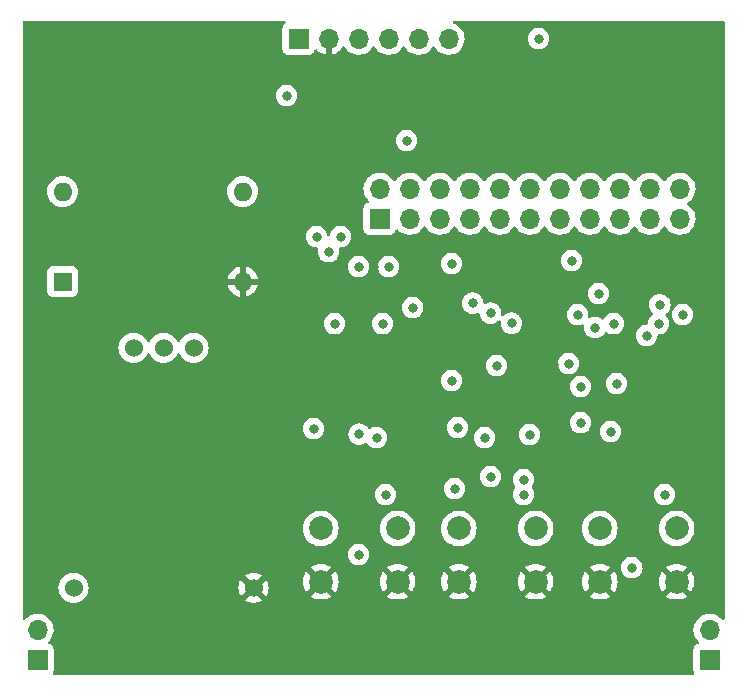
<source format=gbr>
%TF.GenerationSoftware,KiCad,Pcbnew,(6.0.0-0)*%
%TF.CreationDate,2022-10-19T22:54:38-04:00*%
%TF.ProjectId,CLOCK,434c4f43-4b2e-46b6-9963-61645f706362,rev?*%
%TF.SameCoordinates,Original*%
%TF.FileFunction,Copper,L3,Inr*%
%TF.FilePolarity,Positive*%
%FSLAX46Y46*%
G04 Gerber Fmt 4.6, Leading zero omitted, Abs format (unit mm)*
G04 Created by KiCad (PCBNEW (6.0.0-0)) date 2022-10-19 22:54:38*
%MOMM*%
%LPD*%
G01*
G04 APERTURE LIST*
%TA.AperFunction,ComponentPad*%
%ADD10C,2.000000*%
%TD*%
%TA.AperFunction,ComponentPad*%
%ADD11R,1.700000X1.700000*%
%TD*%
%TA.AperFunction,ComponentPad*%
%ADD12O,1.700000X1.700000*%
%TD*%
%TA.AperFunction,ComponentPad*%
%ADD13C,1.524000*%
%TD*%
%TA.AperFunction,ComponentPad*%
%ADD14R,1.600000X1.600000*%
%TD*%
%TA.AperFunction,ComponentPad*%
%ADD15O,1.600000X1.600000*%
%TD*%
%TA.AperFunction,ViaPad*%
%ADD16C,0.800000*%
%TD*%
G04 APERTURE END LIST*
D10*
%TO.N,GND*%
%TO.C,SW2*%
X112268000Y-128265000D03*
X105768000Y-128265000D03*
%TO.N,Net-(R2-Pad2)*%
X105768000Y-123765000D03*
X112268000Y-123765000D03*
%TD*%
D11*
%TO.N,FREQ13*%
%TO.C,J4*%
X110744000Y-97536000D03*
D12*
%TO.N,/CRYSTAL*%
X110744000Y-94996000D03*
%TO.N,FREQ12*%
X113284000Y-97536000D03*
%TO.N,/CRYSTAL*%
X113284000Y-94996000D03*
%TO.N,FREQ11*%
X115824000Y-97536000D03*
%TO.N,/CRYSTAL*%
X115824000Y-94996000D03*
%TO.N,FREQ9*%
X118364000Y-97536000D03*
%TO.N,/CRYSTAL*%
X118364000Y-94996000D03*
%TO.N,FREQ8*%
X120904000Y-97536000D03*
%TO.N,/CRYSTAL*%
X120904000Y-94996000D03*
%TO.N,FREQ7*%
X123444000Y-97536000D03*
%TO.N,/CRYSTAL*%
X123444000Y-94996000D03*
%TO.N,FREQ6*%
X125984000Y-97536000D03*
%TO.N,/CRYSTAL*%
X125984000Y-94996000D03*
%TO.N,FREQ5*%
X128524000Y-97536000D03*
%TO.N,/CRYSTAL*%
X128524000Y-94996000D03*
%TO.N,FREQ4*%
X131064000Y-97536000D03*
%TO.N,/CRYSTAL*%
X131064000Y-94996000D03*
%TO.N,FREQ3*%
X133604000Y-97536000D03*
%TO.N,/CRYSTAL*%
X133604000Y-94996000D03*
%TO.N,Net-(J4-Pad21)*%
X136144000Y-97536000D03*
%TO.N,/CRYSTAL*%
X136144000Y-94996000D03*
%TD*%
D10*
%TO.N,GND*%
%TO.C,SW3*%
X117452000Y-128265000D03*
X123952000Y-128265000D03*
%TO.N,Net-(R3-Pad2)*%
X117452000Y-123765000D03*
X123952000Y-123765000D03*
%TD*%
D13*
%TO.N,*%
%TO.C,U4*%
X89916000Y-108458000D03*
X94996000Y-108458000D03*
%TO.N,VCC*%
X84836000Y-128778000D03*
%TO.N,GND*%
X100076000Y-128778000D03*
%TO.N,/MANUAL_FULL_CLOCK*%
X92456000Y-108458000D03*
%TD*%
D14*
%TO.N,unconnected-(Y1-Pad1)*%
%TO.C,Y1*%
X83917500Y-102860000D03*
D15*
%TO.N,GND*%
X99157500Y-102860000D03*
%TO.N,Net-(J4-Pad21)*%
X99157500Y-95240000D03*
%TO.N,VCC*%
X83917500Y-95240000D03*
%TD*%
D10*
%TO.N,GND*%
%TO.C,SW1*%
X135890000Y-128265000D03*
X129390000Y-128265000D03*
%TO.N,Net-(R1-Pad2)*%
X135890000Y-123765000D03*
X129390000Y-123765000D03*
%TD*%
D11*
%TO.N,unconnected-(J3-Pad1)*%
%TO.C,J3*%
X81788000Y-134879000D03*
D12*
%TO.N,unconnected-(J3-Pad2)*%
X81788000Y-132339000D03*
%TD*%
D11*
%TO.N,unconnected-(J2-Pad1)*%
%TO.C,J2*%
X138684000Y-134879000D03*
D12*
%TO.N,unconnected-(J2-Pad2)*%
X138684000Y-132339000D03*
%TD*%
D11*
%TO.N,VCC*%
%TO.C,J1*%
X103886000Y-82296000D03*
D12*
%TO.N,GND*%
X106426000Y-82296000D03*
%TO.N,CLOCK*%
X108966000Y-82296000D03*
X111506000Y-82296000D03*
%TO.N,~{CLOCK}*%
X114046000Y-82296000D03*
X116586000Y-82296000D03*
%TD*%
D16*
%TO.N,GND*%
X108458000Y-106426000D03*
%TO.N,VCC*%
X111506000Y-101600000D03*
%TO.N,GND*%
X110236000Y-101600000D03*
X114808000Y-108204000D03*
%TO.N,/CRYSTAL*%
X107442000Y-99060000D03*
%TO.N,/MANUAL_HALF_CLOCK*%
X113553425Y-105068500D03*
%TO.N,VCC*%
X110998000Y-106426000D03*
%TO.N,/MANUAL_FULL_CLOCK*%
X106934000Y-106426000D03*
%TO.N,VCC*%
X105410000Y-99060000D03*
%TO.N,GND*%
X113268575Y-101433500D03*
%TO.N,VCC*%
X108966000Y-101600000D03*
X134874000Y-120904000D03*
X116840000Y-111252000D03*
X111252000Y-120904000D03*
X127000000Y-101092000D03*
X102870000Y-87122000D03*
X127762000Y-111760000D03*
X124206000Y-82296000D03*
X105156000Y-115316000D03*
X116840000Y-101346000D03*
X122936000Y-120904000D03*
%TO.N,GND*%
X106680000Y-135128000D03*
X130556000Y-135128000D03*
X104140000Y-96520000D03*
X81280000Y-82296000D03*
X137160000Y-119888000D03*
X112776000Y-119634000D03*
X131826000Y-86614000D03*
X103378000Y-117602000D03*
X118110000Y-135128000D03*
X128016000Y-82296000D03*
X118618000Y-101346000D03*
X132334000Y-100584000D03*
X118872000Y-110998000D03*
X107188000Y-114554000D03*
X122936000Y-89154000D03*
X138938000Y-109474000D03*
X125984000Y-119888000D03*
X125476000Y-109894500D03*
X107442000Y-87122000D03*
%TO.N,Net-(R1-Pad2)*%
X117348000Y-115228500D03*
X122936000Y-119634000D03*
%TO.N,Net-(R2-Pad2)*%
X120142000Y-119380000D03*
X117094000Y-120396000D03*
%TO.N,Net-(U1-Pad3)*%
X110490000Y-116078000D03*
X119634000Y-116078000D03*
%TO.N,Net-(U1-Pad6)*%
X123444000Y-115824000D03*
X127762000Y-114808000D03*
%TO.N,FREQ11*%
X127508000Y-105664000D03*
%TO.N,FREQ3*%
X136398000Y-105664000D03*
%TO.N,CLOCK*%
X113030000Y-90932000D03*
%TO.N,FREQ12*%
X128992500Y-106765903D03*
%TO.N,FREQ13*%
X130556000Y-106426000D03*
%TO.N,FREQ9*%
X129286000Y-103886000D03*
%TO.N,FREQ6*%
X134366000Y-106426000D03*
%TO.N,FREQ5*%
X134476461Y-104827085D03*
%TO.N,FREQ4*%
X133350000Y-107442000D03*
%TO.N,/EN2*%
X130302000Y-115570000D03*
X132101338Y-127087500D03*
X126746000Y-109815500D03*
%TO.N,/EN1*%
X120650000Y-109982000D03*
X130810000Y-111506000D03*
%TO.N,/EN0*%
X108966000Y-125984000D03*
X109018000Y-115772000D03*
%TO.N,/MANUAL_FULL_CLOCK*%
X121920000Y-106383989D03*
%TO.N,/MANUAL_HALF_CLOCK*%
X118635713Y-104684989D03*
%TO.N,Net-(U7-Pad5)*%
X120158085Y-105534489D03*
X106426000Y-100330000D03*
%TD*%
%TA.AperFunction,Conductor*%
%TO.N,GND*%
G36*
X102777260Y-80792002D02*
G01*
X102823753Y-80845658D01*
X102833857Y-80915932D01*
X102804363Y-80980512D01*
X102784705Y-80998825D01*
X102672739Y-81082739D01*
X102585385Y-81199295D01*
X102534255Y-81335684D01*
X102527500Y-81397866D01*
X102527500Y-83194134D01*
X102534255Y-83256316D01*
X102585385Y-83392705D01*
X102672739Y-83509261D01*
X102789295Y-83596615D01*
X102925684Y-83647745D01*
X102987866Y-83654500D01*
X104784134Y-83654500D01*
X104846316Y-83647745D01*
X104982705Y-83596615D01*
X105099261Y-83509261D01*
X105186615Y-83392705D01*
X105230798Y-83274848D01*
X105273440Y-83218084D01*
X105340001Y-83193384D01*
X105409350Y-83208592D01*
X105444017Y-83236580D01*
X105469218Y-83265673D01*
X105476580Y-83272883D01*
X105640434Y-83408916D01*
X105648881Y-83414831D01*
X105832756Y-83522279D01*
X105842042Y-83526729D01*
X106041001Y-83602703D01*
X106050899Y-83605579D01*
X106154250Y-83626606D01*
X106168299Y-83625410D01*
X106172000Y-83615065D01*
X106172000Y-82168000D01*
X106192002Y-82099879D01*
X106245658Y-82053386D01*
X106298000Y-82042000D01*
X106554000Y-82042000D01*
X106622121Y-82062002D01*
X106668614Y-82115658D01*
X106680000Y-82168000D01*
X106680000Y-83614517D01*
X106684064Y-83628359D01*
X106697478Y-83630393D01*
X106704184Y-83629534D01*
X106714262Y-83627392D01*
X106918255Y-83566191D01*
X106927842Y-83562433D01*
X107119095Y-83468739D01*
X107127945Y-83463464D01*
X107301328Y-83339792D01*
X107309200Y-83333139D01*
X107460052Y-83182812D01*
X107466730Y-83174965D01*
X107594022Y-82997819D01*
X107595279Y-82998722D01*
X107642373Y-82955362D01*
X107712311Y-82943145D01*
X107777751Y-82970678D01*
X107805579Y-83002511D01*
X107865987Y-83101088D01*
X108012250Y-83269938D01*
X108184126Y-83412632D01*
X108377000Y-83525338D01*
X108585692Y-83605030D01*
X108590760Y-83606061D01*
X108590763Y-83606062D01*
X108685862Y-83625410D01*
X108804597Y-83649567D01*
X108809772Y-83649757D01*
X108809774Y-83649757D01*
X109022673Y-83657564D01*
X109022677Y-83657564D01*
X109027837Y-83657753D01*
X109032957Y-83657097D01*
X109032959Y-83657097D01*
X109244288Y-83630025D01*
X109244289Y-83630025D01*
X109249416Y-83629368D01*
X109254366Y-83627883D01*
X109458429Y-83566661D01*
X109458434Y-83566659D01*
X109463384Y-83565174D01*
X109663994Y-83466896D01*
X109845860Y-83337173D01*
X110004096Y-83179489D01*
X110013670Y-83166166D01*
X110134453Y-82998077D01*
X110135776Y-82999028D01*
X110182645Y-82955857D01*
X110252580Y-82943625D01*
X110318026Y-82971144D01*
X110345875Y-83002994D01*
X110405987Y-83101088D01*
X110552250Y-83269938D01*
X110724126Y-83412632D01*
X110917000Y-83525338D01*
X111125692Y-83605030D01*
X111130760Y-83606061D01*
X111130763Y-83606062D01*
X111225862Y-83625410D01*
X111344597Y-83649567D01*
X111349772Y-83649757D01*
X111349774Y-83649757D01*
X111562673Y-83657564D01*
X111562677Y-83657564D01*
X111567837Y-83657753D01*
X111572957Y-83657097D01*
X111572959Y-83657097D01*
X111784288Y-83630025D01*
X111784289Y-83630025D01*
X111789416Y-83629368D01*
X111794366Y-83627883D01*
X111998429Y-83566661D01*
X111998434Y-83566659D01*
X112003384Y-83565174D01*
X112203994Y-83466896D01*
X112385860Y-83337173D01*
X112544096Y-83179489D01*
X112553670Y-83166166D01*
X112674453Y-82998077D01*
X112675776Y-82999028D01*
X112722645Y-82955857D01*
X112792580Y-82943625D01*
X112858026Y-82971144D01*
X112885875Y-83002994D01*
X112945987Y-83101088D01*
X113092250Y-83269938D01*
X113264126Y-83412632D01*
X113457000Y-83525338D01*
X113665692Y-83605030D01*
X113670760Y-83606061D01*
X113670763Y-83606062D01*
X113765862Y-83625410D01*
X113884597Y-83649567D01*
X113889772Y-83649757D01*
X113889774Y-83649757D01*
X114102673Y-83657564D01*
X114102677Y-83657564D01*
X114107837Y-83657753D01*
X114112957Y-83657097D01*
X114112959Y-83657097D01*
X114324288Y-83630025D01*
X114324289Y-83630025D01*
X114329416Y-83629368D01*
X114334366Y-83627883D01*
X114538429Y-83566661D01*
X114538434Y-83566659D01*
X114543384Y-83565174D01*
X114743994Y-83466896D01*
X114925860Y-83337173D01*
X115084096Y-83179489D01*
X115093670Y-83166166D01*
X115214453Y-82998077D01*
X115215776Y-82999028D01*
X115262645Y-82955857D01*
X115332580Y-82943625D01*
X115398026Y-82971144D01*
X115425875Y-83002994D01*
X115485987Y-83101088D01*
X115632250Y-83269938D01*
X115804126Y-83412632D01*
X115997000Y-83525338D01*
X116205692Y-83605030D01*
X116210760Y-83606061D01*
X116210763Y-83606062D01*
X116305862Y-83625410D01*
X116424597Y-83649567D01*
X116429772Y-83649757D01*
X116429774Y-83649757D01*
X116642673Y-83657564D01*
X116642677Y-83657564D01*
X116647837Y-83657753D01*
X116652957Y-83657097D01*
X116652959Y-83657097D01*
X116864288Y-83630025D01*
X116864289Y-83630025D01*
X116869416Y-83629368D01*
X116874366Y-83627883D01*
X117078429Y-83566661D01*
X117078434Y-83566659D01*
X117083384Y-83565174D01*
X117283994Y-83466896D01*
X117465860Y-83337173D01*
X117624096Y-83179489D01*
X117633670Y-83166166D01*
X117751435Y-83002277D01*
X117754453Y-82998077D01*
X117764006Y-82978749D01*
X117851136Y-82802453D01*
X117851137Y-82802451D01*
X117853430Y-82797811D01*
X117918370Y-82584069D01*
X117947529Y-82362590D01*
X117949156Y-82296000D01*
X123292496Y-82296000D01*
X123293186Y-82302565D01*
X123299844Y-82365908D01*
X123312458Y-82485928D01*
X123371473Y-82667556D01*
X123374776Y-82673278D01*
X123374777Y-82673279D01*
X123408686Y-82732010D01*
X123466960Y-82832944D01*
X123471378Y-82837851D01*
X123471379Y-82837852D01*
X123577631Y-82955857D01*
X123594747Y-82974866D01*
X123749248Y-83087118D01*
X123755276Y-83089802D01*
X123755278Y-83089803D01*
X123780625Y-83101088D01*
X123923712Y-83164794D01*
X124008480Y-83182812D01*
X124104056Y-83203128D01*
X124104061Y-83203128D01*
X124110513Y-83204500D01*
X124301487Y-83204500D01*
X124307939Y-83203128D01*
X124307944Y-83203128D01*
X124403520Y-83182812D01*
X124488288Y-83164794D01*
X124631375Y-83101088D01*
X124656722Y-83089803D01*
X124656724Y-83089802D01*
X124662752Y-83087118D01*
X124817253Y-82974866D01*
X124834369Y-82955857D01*
X124940621Y-82837852D01*
X124940622Y-82837851D01*
X124945040Y-82832944D01*
X125003314Y-82732010D01*
X125037223Y-82673279D01*
X125037224Y-82673278D01*
X125040527Y-82667556D01*
X125099542Y-82485928D01*
X125112157Y-82365908D01*
X125118814Y-82302565D01*
X125119504Y-82296000D01*
X125099542Y-82106072D01*
X125040527Y-81924444D01*
X124945040Y-81759056D01*
X124848503Y-81651840D01*
X124821675Y-81622045D01*
X124821674Y-81622044D01*
X124817253Y-81617134D01*
X124662752Y-81504882D01*
X124656724Y-81502198D01*
X124656722Y-81502197D01*
X124494319Y-81429891D01*
X124494318Y-81429891D01*
X124488288Y-81427206D01*
X124366331Y-81401283D01*
X124307944Y-81388872D01*
X124307939Y-81388872D01*
X124301487Y-81387500D01*
X124110513Y-81387500D01*
X124104061Y-81388872D01*
X124104056Y-81388872D01*
X124045669Y-81401283D01*
X123923712Y-81427206D01*
X123917682Y-81429891D01*
X123917681Y-81429891D01*
X123755278Y-81502197D01*
X123755276Y-81502198D01*
X123749248Y-81504882D01*
X123594747Y-81617134D01*
X123590326Y-81622044D01*
X123590325Y-81622045D01*
X123563498Y-81651840D01*
X123466960Y-81759056D01*
X123371473Y-81924444D01*
X123312458Y-82106072D01*
X123292496Y-82296000D01*
X117949156Y-82296000D01*
X117930852Y-82073361D01*
X117876431Y-81856702D01*
X117787354Y-81651840D01*
X117747906Y-81590862D01*
X117668822Y-81468617D01*
X117668820Y-81468614D01*
X117666014Y-81464277D01*
X117515670Y-81299051D01*
X117511619Y-81295852D01*
X117511615Y-81295848D01*
X117344414Y-81163800D01*
X117344410Y-81163798D01*
X117340359Y-81160598D01*
X117304028Y-81140542D01*
X117288136Y-81131769D01*
X117144789Y-81052638D01*
X117139920Y-81050914D01*
X117139916Y-81050912D01*
X117043509Y-81016773D01*
X116985973Y-80975179D01*
X116960057Y-80909081D01*
X116973991Y-80839465D01*
X117023350Y-80788434D01*
X117085569Y-80772000D01*
X139828000Y-80772000D01*
X139896121Y-80792002D01*
X139942614Y-80845658D01*
X139954000Y-80898000D01*
X139954000Y-131390378D01*
X139933998Y-131458499D01*
X139880342Y-131504992D01*
X139810068Y-131515096D01*
X139745488Y-131485602D01*
X139734806Y-131475177D01*
X139617151Y-131345876D01*
X139617145Y-131345870D01*
X139613670Y-131342051D01*
X139609619Y-131338852D01*
X139609615Y-131338848D01*
X139442414Y-131206800D01*
X139442410Y-131206798D01*
X139438359Y-131203598D01*
X139242789Y-131095638D01*
X139237920Y-131093914D01*
X139237916Y-131093912D01*
X139037087Y-131022795D01*
X139037083Y-131022794D01*
X139032212Y-131021069D01*
X139027119Y-131020162D01*
X139027116Y-131020161D01*
X138817373Y-130982800D01*
X138817367Y-130982799D01*
X138812284Y-130981894D01*
X138738452Y-130980992D01*
X138594081Y-130979228D01*
X138594079Y-130979228D01*
X138588911Y-130979165D01*
X138368091Y-131012955D01*
X138155756Y-131082357D01*
X137957607Y-131185507D01*
X137953474Y-131188610D01*
X137953471Y-131188612D01*
X137929247Y-131206800D01*
X137778965Y-131319635D01*
X137624629Y-131481138D01*
X137498743Y-131665680D01*
X137404688Y-131868305D01*
X137344989Y-132083570D01*
X137321251Y-132305695D01*
X137321548Y-132310848D01*
X137321548Y-132310851D01*
X137327011Y-132405590D01*
X137334110Y-132528715D01*
X137335247Y-132533761D01*
X137335248Y-132533767D01*
X137355119Y-132621939D01*
X137383222Y-132746639D01*
X137467266Y-132953616D01*
X137583987Y-133144088D01*
X137730250Y-133312938D01*
X137734230Y-133316242D01*
X137738981Y-133320187D01*
X137778616Y-133379090D01*
X137780113Y-133450071D01*
X137742997Y-133510593D01*
X137702724Y-133535112D01*
X137587295Y-133578385D01*
X137470739Y-133665739D01*
X137383385Y-133782295D01*
X137332255Y-133918684D01*
X137325500Y-133980866D01*
X137325500Y-135777134D01*
X137332255Y-135839316D01*
X137335029Y-135846715D01*
X137382660Y-135973770D01*
X137387843Y-136044577D01*
X137353922Y-136106946D01*
X137291667Y-136141076D01*
X137264678Y-136144000D01*
X83207322Y-136144000D01*
X83139201Y-136123998D01*
X83092708Y-136070342D01*
X83082604Y-136000068D01*
X83089340Y-135973770D01*
X83136971Y-135846715D01*
X83139745Y-135839316D01*
X83146500Y-135777134D01*
X83146500Y-133980866D01*
X83139745Y-133918684D01*
X83088615Y-133782295D01*
X83001261Y-133665739D01*
X82884705Y-133578385D01*
X82843751Y-133563032D01*
X82766203Y-133533960D01*
X82709439Y-133491318D01*
X82684739Y-133424756D01*
X82699947Y-133355408D01*
X82721493Y-133326727D01*
X82757314Y-133291031D01*
X82826096Y-133222489D01*
X82829846Y-133217271D01*
X82953435Y-133045277D01*
X82956453Y-133041077D01*
X83055430Y-132840811D01*
X83120370Y-132627069D01*
X83149529Y-132405590D01*
X83151156Y-132339000D01*
X83132852Y-132116361D01*
X83078431Y-131899702D01*
X82989354Y-131694840D01*
X82949906Y-131633862D01*
X82870822Y-131511617D01*
X82870820Y-131511614D01*
X82868014Y-131507277D01*
X82717670Y-131342051D01*
X82713619Y-131338852D01*
X82713615Y-131338848D01*
X82546414Y-131206800D01*
X82546410Y-131206798D01*
X82542359Y-131203598D01*
X82346789Y-131095638D01*
X82341920Y-131093914D01*
X82341916Y-131093912D01*
X82141087Y-131022795D01*
X82141083Y-131022794D01*
X82136212Y-131021069D01*
X82131119Y-131020162D01*
X82131116Y-131020161D01*
X81921373Y-130982800D01*
X81921367Y-130982799D01*
X81916284Y-130981894D01*
X81842452Y-130980992D01*
X81698081Y-130979228D01*
X81698079Y-130979228D01*
X81692911Y-130979165D01*
X81472091Y-131012955D01*
X81259756Y-131082357D01*
X81061607Y-131185507D01*
X81057474Y-131188610D01*
X81057471Y-131188612D01*
X81033247Y-131206800D01*
X80882965Y-131319635D01*
X80750264Y-131458499D01*
X80735094Y-131474373D01*
X80673570Y-131509803D01*
X80602657Y-131506346D01*
X80544871Y-131465100D01*
X80518557Y-131399160D01*
X80518000Y-131387322D01*
X80518000Y-128778000D01*
X83560647Y-128778000D01*
X83580022Y-128999463D01*
X83637560Y-129214196D01*
X83639882Y-129219177D01*
X83639883Y-129219178D01*
X83729186Y-129410689D01*
X83729189Y-129410694D01*
X83731512Y-129415676D01*
X83734668Y-129420183D01*
X83734669Y-129420185D01*
X83788925Y-129497670D01*
X83859023Y-129597781D01*
X84016219Y-129754977D01*
X84020727Y-129758134D01*
X84020730Y-129758136D01*
X84096495Y-129811187D01*
X84198323Y-129882488D01*
X84203305Y-129884811D01*
X84203310Y-129884814D01*
X84393810Y-129973645D01*
X84399804Y-129976440D01*
X84405112Y-129977862D01*
X84405114Y-129977863D01*
X84470949Y-129995503D01*
X84614537Y-130033978D01*
X84836000Y-130053353D01*
X85057463Y-130033978D01*
X85201051Y-129995503D01*
X85266886Y-129977863D01*
X85266888Y-129977862D01*
X85272196Y-129976440D01*
X85278190Y-129973645D01*
X85468690Y-129884814D01*
X85468695Y-129884811D01*
X85473677Y-129882488D01*
X85538959Y-129836777D01*
X99381777Y-129836777D01*
X99391074Y-129848793D01*
X99434069Y-129878898D01*
X99443555Y-129884376D01*
X99634993Y-129973645D01*
X99645285Y-129977391D01*
X99849309Y-130032059D01*
X99860104Y-130033962D01*
X100070525Y-130052372D01*
X100081475Y-130052372D01*
X100291896Y-130033962D01*
X100302691Y-130032059D01*
X100506715Y-129977391D01*
X100517007Y-129973645D01*
X100708445Y-129884376D01*
X100717931Y-129878898D01*
X100761764Y-129848207D01*
X100770139Y-129837729D01*
X100763071Y-129824281D01*
X100436460Y-129497670D01*
X104900160Y-129497670D01*
X104905887Y-129505320D01*
X105077042Y-129610205D01*
X105085837Y-129614687D01*
X105295988Y-129701734D01*
X105305373Y-129704783D01*
X105526554Y-129757885D01*
X105536301Y-129759428D01*
X105763070Y-129777275D01*
X105772930Y-129777275D01*
X105999699Y-129759428D01*
X106009446Y-129757885D01*
X106230627Y-129704783D01*
X106240012Y-129701734D01*
X106450163Y-129614687D01*
X106458958Y-129610205D01*
X106626445Y-129507568D01*
X106635400Y-129497670D01*
X111400160Y-129497670D01*
X111405887Y-129505320D01*
X111577042Y-129610205D01*
X111585837Y-129614687D01*
X111795988Y-129701734D01*
X111805373Y-129704783D01*
X112026554Y-129757885D01*
X112036301Y-129759428D01*
X112263070Y-129777275D01*
X112272930Y-129777275D01*
X112499699Y-129759428D01*
X112509446Y-129757885D01*
X112730627Y-129704783D01*
X112740012Y-129701734D01*
X112950163Y-129614687D01*
X112958958Y-129610205D01*
X113126445Y-129507568D01*
X113135400Y-129497670D01*
X116584160Y-129497670D01*
X116589887Y-129505320D01*
X116761042Y-129610205D01*
X116769837Y-129614687D01*
X116979988Y-129701734D01*
X116989373Y-129704783D01*
X117210554Y-129757885D01*
X117220301Y-129759428D01*
X117447070Y-129777275D01*
X117456930Y-129777275D01*
X117683699Y-129759428D01*
X117693446Y-129757885D01*
X117914627Y-129704783D01*
X117924012Y-129701734D01*
X118134163Y-129614687D01*
X118142958Y-129610205D01*
X118310445Y-129507568D01*
X118319400Y-129497670D01*
X123084160Y-129497670D01*
X123089887Y-129505320D01*
X123261042Y-129610205D01*
X123269837Y-129614687D01*
X123479988Y-129701734D01*
X123489373Y-129704783D01*
X123710554Y-129757885D01*
X123720301Y-129759428D01*
X123947070Y-129777275D01*
X123956930Y-129777275D01*
X124183699Y-129759428D01*
X124193446Y-129757885D01*
X124414627Y-129704783D01*
X124424012Y-129701734D01*
X124634163Y-129614687D01*
X124642958Y-129610205D01*
X124810445Y-129507568D01*
X124819400Y-129497670D01*
X128522160Y-129497670D01*
X128527887Y-129505320D01*
X128699042Y-129610205D01*
X128707837Y-129614687D01*
X128917988Y-129701734D01*
X128927373Y-129704783D01*
X129148554Y-129757885D01*
X129158301Y-129759428D01*
X129385070Y-129777275D01*
X129394930Y-129777275D01*
X129621699Y-129759428D01*
X129631446Y-129757885D01*
X129852627Y-129704783D01*
X129862012Y-129701734D01*
X130072163Y-129614687D01*
X130080958Y-129610205D01*
X130248445Y-129507568D01*
X130257400Y-129497670D01*
X135022160Y-129497670D01*
X135027887Y-129505320D01*
X135199042Y-129610205D01*
X135207837Y-129614687D01*
X135417988Y-129701734D01*
X135427373Y-129704783D01*
X135648554Y-129757885D01*
X135658301Y-129759428D01*
X135885070Y-129777275D01*
X135894930Y-129777275D01*
X136121699Y-129759428D01*
X136131446Y-129757885D01*
X136352627Y-129704783D01*
X136362012Y-129701734D01*
X136572163Y-129614687D01*
X136580958Y-129610205D01*
X136748445Y-129507568D01*
X136757907Y-129497110D01*
X136754124Y-129488334D01*
X135902812Y-128637022D01*
X135888868Y-128629408D01*
X135887035Y-128629539D01*
X135880420Y-128633790D01*
X135028920Y-129485290D01*
X135022160Y-129497670D01*
X130257400Y-129497670D01*
X130257907Y-129497110D01*
X130254124Y-129488334D01*
X129402812Y-128637022D01*
X129388868Y-128629408D01*
X129387035Y-128629539D01*
X129380420Y-128633790D01*
X128528920Y-129485290D01*
X128522160Y-129497670D01*
X124819400Y-129497670D01*
X124819907Y-129497110D01*
X124816124Y-129488334D01*
X123964812Y-128637022D01*
X123950868Y-128629408D01*
X123949035Y-128629539D01*
X123942420Y-128633790D01*
X123090920Y-129485290D01*
X123084160Y-129497670D01*
X118319400Y-129497670D01*
X118319907Y-129497110D01*
X118316124Y-129488334D01*
X117464812Y-128637022D01*
X117450868Y-128629408D01*
X117449035Y-128629539D01*
X117442420Y-128633790D01*
X116590920Y-129485290D01*
X116584160Y-129497670D01*
X113135400Y-129497670D01*
X113135907Y-129497110D01*
X113132124Y-129488334D01*
X112280812Y-128637022D01*
X112266868Y-128629408D01*
X112265035Y-128629539D01*
X112258420Y-128633790D01*
X111406920Y-129485290D01*
X111400160Y-129497670D01*
X106635400Y-129497670D01*
X106635907Y-129497110D01*
X106632124Y-129488334D01*
X105780812Y-128637022D01*
X105766868Y-128629408D01*
X105765035Y-128629539D01*
X105758420Y-128633790D01*
X104906920Y-129485290D01*
X104900160Y-129497670D01*
X100436460Y-129497670D01*
X100088812Y-129150022D01*
X100074868Y-129142408D01*
X100073035Y-129142539D01*
X100066420Y-129146790D01*
X99388207Y-129825003D01*
X99381777Y-129836777D01*
X85538959Y-129836777D01*
X85575505Y-129811187D01*
X85651270Y-129758136D01*
X85651273Y-129758134D01*
X85655781Y-129754977D01*
X85812977Y-129597781D01*
X85883076Y-129497670D01*
X85937331Y-129420185D01*
X85937332Y-129420183D01*
X85940488Y-129415676D01*
X85942811Y-129410694D01*
X85942814Y-129410689D01*
X86032117Y-129219178D01*
X86032118Y-129219177D01*
X86034440Y-129214196D01*
X86091978Y-128999463D01*
X86110874Y-128783475D01*
X98801628Y-128783475D01*
X98820038Y-128993896D01*
X98821941Y-129004691D01*
X98876609Y-129208715D01*
X98880355Y-129219007D01*
X98969623Y-129410441D01*
X98975103Y-129419932D01*
X99005794Y-129463765D01*
X99016271Y-129472140D01*
X99029718Y-129465072D01*
X99703978Y-128790812D01*
X99710356Y-128779132D01*
X100440408Y-128779132D01*
X100440539Y-128780965D01*
X100444790Y-128787580D01*
X101123003Y-129465793D01*
X101134777Y-129472223D01*
X101146793Y-129462926D01*
X101176897Y-129419932D01*
X101182377Y-129410441D01*
X101271645Y-129219007D01*
X101275391Y-129208715D01*
X101330059Y-129004691D01*
X101331962Y-128993896D01*
X101350372Y-128783475D01*
X101350372Y-128772525D01*
X101331962Y-128562104D01*
X101330059Y-128551309D01*
X101275391Y-128347285D01*
X101271645Y-128336993D01*
X101240373Y-128269930D01*
X104255725Y-128269930D01*
X104273572Y-128496699D01*
X104275115Y-128506446D01*
X104328217Y-128727627D01*
X104331266Y-128737012D01*
X104418313Y-128947163D01*
X104422795Y-128955958D01*
X104525432Y-129123445D01*
X104535890Y-129132907D01*
X104544666Y-129129124D01*
X105395978Y-128277812D01*
X105402356Y-128266132D01*
X106132408Y-128266132D01*
X106132539Y-128267965D01*
X106136790Y-128274580D01*
X106988290Y-129126080D01*
X107000670Y-129132840D01*
X107008320Y-129127113D01*
X107113205Y-128955958D01*
X107117687Y-128947163D01*
X107204734Y-128737012D01*
X107207783Y-128727627D01*
X107260885Y-128506446D01*
X107262428Y-128496699D01*
X107280275Y-128269930D01*
X110755725Y-128269930D01*
X110773572Y-128496699D01*
X110775115Y-128506446D01*
X110828217Y-128727627D01*
X110831266Y-128737012D01*
X110918313Y-128947163D01*
X110922795Y-128955958D01*
X111025432Y-129123445D01*
X111035890Y-129132907D01*
X111044666Y-129129124D01*
X111895978Y-128277812D01*
X111902356Y-128266132D01*
X112632408Y-128266132D01*
X112632539Y-128267965D01*
X112636790Y-128274580D01*
X113488290Y-129126080D01*
X113500670Y-129132840D01*
X113508320Y-129127113D01*
X113613205Y-128955958D01*
X113617687Y-128947163D01*
X113704734Y-128737012D01*
X113707783Y-128727627D01*
X113760885Y-128506446D01*
X113762428Y-128496699D01*
X113780275Y-128269930D01*
X115939725Y-128269930D01*
X115957572Y-128496699D01*
X115959115Y-128506446D01*
X116012217Y-128727627D01*
X116015266Y-128737012D01*
X116102313Y-128947163D01*
X116106795Y-128955958D01*
X116209432Y-129123445D01*
X116219890Y-129132907D01*
X116228666Y-129129124D01*
X117079978Y-128277812D01*
X117086356Y-128266132D01*
X117816408Y-128266132D01*
X117816539Y-128267965D01*
X117820790Y-128274580D01*
X118672290Y-129126080D01*
X118684670Y-129132840D01*
X118692320Y-129127113D01*
X118797205Y-128955958D01*
X118801687Y-128947163D01*
X118888734Y-128737012D01*
X118891783Y-128727627D01*
X118944885Y-128506446D01*
X118946428Y-128496699D01*
X118964275Y-128269930D01*
X122439725Y-128269930D01*
X122457572Y-128496699D01*
X122459115Y-128506446D01*
X122512217Y-128727627D01*
X122515266Y-128737012D01*
X122602313Y-128947163D01*
X122606795Y-128955958D01*
X122709432Y-129123445D01*
X122719890Y-129132907D01*
X122728666Y-129129124D01*
X123579978Y-128277812D01*
X123586356Y-128266132D01*
X124316408Y-128266132D01*
X124316539Y-128267965D01*
X124320790Y-128274580D01*
X125172290Y-129126080D01*
X125184670Y-129132840D01*
X125192320Y-129127113D01*
X125297205Y-128955958D01*
X125301687Y-128947163D01*
X125388734Y-128737012D01*
X125391783Y-128727627D01*
X125444885Y-128506446D01*
X125446428Y-128496699D01*
X125464275Y-128269930D01*
X127877725Y-128269930D01*
X127895572Y-128496699D01*
X127897115Y-128506446D01*
X127950217Y-128727627D01*
X127953266Y-128737012D01*
X128040313Y-128947163D01*
X128044795Y-128955958D01*
X128147432Y-129123445D01*
X128157890Y-129132907D01*
X128166666Y-129129124D01*
X129017978Y-128277812D01*
X129024356Y-128266132D01*
X129754408Y-128266132D01*
X129754539Y-128267965D01*
X129758790Y-128274580D01*
X130610290Y-129126080D01*
X130622670Y-129132840D01*
X130630320Y-129127113D01*
X130735205Y-128955958D01*
X130739687Y-128947163D01*
X130826734Y-128737012D01*
X130829783Y-128727627D01*
X130882885Y-128506446D01*
X130884428Y-128496699D01*
X130902275Y-128269930D01*
X134377725Y-128269930D01*
X134395572Y-128496699D01*
X134397115Y-128506446D01*
X134450217Y-128727627D01*
X134453266Y-128737012D01*
X134540313Y-128947163D01*
X134544795Y-128955958D01*
X134647432Y-129123445D01*
X134657890Y-129132907D01*
X134666666Y-129129124D01*
X135517978Y-128277812D01*
X135524356Y-128266132D01*
X136254408Y-128266132D01*
X136254539Y-128267965D01*
X136258790Y-128274580D01*
X137110290Y-129126080D01*
X137122670Y-129132840D01*
X137130320Y-129127113D01*
X137235205Y-128955958D01*
X137239687Y-128947163D01*
X137326734Y-128737012D01*
X137329783Y-128727627D01*
X137382885Y-128506446D01*
X137384428Y-128496699D01*
X137402275Y-128269930D01*
X137402275Y-128260070D01*
X137384428Y-128033301D01*
X137382885Y-128023554D01*
X137329783Y-127802373D01*
X137326734Y-127792988D01*
X137239687Y-127582837D01*
X137235205Y-127574042D01*
X137132568Y-127406555D01*
X137122110Y-127397093D01*
X137113334Y-127400876D01*
X136262022Y-128252188D01*
X136254408Y-128266132D01*
X135524356Y-128266132D01*
X135525592Y-128263868D01*
X135525461Y-128262035D01*
X135521210Y-128255420D01*
X134669710Y-127403920D01*
X134657330Y-127397160D01*
X134649680Y-127402887D01*
X134544795Y-127574042D01*
X134540313Y-127582837D01*
X134453266Y-127792988D01*
X134450217Y-127802373D01*
X134397115Y-128023554D01*
X134395572Y-128033301D01*
X134377725Y-128260070D01*
X134377725Y-128269930D01*
X130902275Y-128269930D01*
X130902275Y-128260070D01*
X130884428Y-128033301D01*
X130882885Y-128023554D01*
X130829783Y-127802373D01*
X130826734Y-127792988D01*
X130739687Y-127582837D01*
X130735205Y-127574042D01*
X130632568Y-127406555D01*
X130622110Y-127397093D01*
X130613334Y-127400876D01*
X129762022Y-128252188D01*
X129754408Y-128266132D01*
X129024356Y-128266132D01*
X129025592Y-128263868D01*
X129025461Y-128262035D01*
X129021210Y-128255420D01*
X128169710Y-127403920D01*
X128157330Y-127397160D01*
X128149680Y-127402887D01*
X128044795Y-127574042D01*
X128040313Y-127582837D01*
X127953266Y-127792988D01*
X127950217Y-127802373D01*
X127897115Y-128023554D01*
X127895572Y-128033301D01*
X127877725Y-128260070D01*
X127877725Y-128269930D01*
X125464275Y-128269930D01*
X125464275Y-128260070D01*
X125446428Y-128033301D01*
X125444885Y-128023554D01*
X125391783Y-127802373D01*
X125388734Y-127792988D01*
X125301687Y-127582837D01*
X125297205Y-127574042D01*
X125194568Y-127406555D01*
X125184110Y-127397093D01*
X125175334Y-127400876D01*
X124324022Y-128252188D01*
X124316408Y-128266132D01*
X123586356Y-128266132D01*
X123587592Y-128263868D01*
X123587461Y-128262035D01*
X123583210Y-128255420D01*
X122731710Y-127403920D01*
X122719330Y-127397160D01*
X122711680Y-127402887D01*
X122606795Y-127574042D01*
X122602313Y-127582837D01*
X122515266Y-127792988D01*
X122512217Y-127802373D01*
X122459115Y-128023554D01*
X122457572Y-128033301D01*
X122439725Y-128260070D01*
X122439725Y-128269930D01*
X118964275Y-128269930D01*
X118964275Y-128260070D01*
X118946428Y-128033301D01*
X118944885Y-128023554D01*
X118891783Y-127802373D01*
X118888734Y-127792988D01*
X118801687Y-127582837D01*
X118797205Y-127574042D01*
X118694568Y-127406555D01*
X118684110Y-127397093D01*
X118675334Y-127400876D01*
X117824022Y-128252188D01*
X117816408Y-128266132D01*
X117086356Y-128266132D01*
X117087592Y-128263868D01*
X117087461Y-128262035D01*
X117083210Y-128255420D01*
X116231710Y-127403920D01*
X116219330Y-127397160D01*
X116211680Y-127402887D01*
X116106795Y-127574042D01*
X116102313Y-127582837D01*
X116015266Y-127792988D01*
X116012217Y-127802373D01*
X115959115Y-128023554D01*
X115957572Y-128033301D01*
X115939725Y-128260070D01*
X115939725Y-128269930D01*
X113780275Y-128269930D01*
X113780275Y-128260070D01*
X113762428Y-128033301D01*
X113760885Y-128023554D01*
X113707783Y-127802373D01*
X113704734Y-127792988D01*
X113617687Y-127582837D01*
X113613205Y-127574042D01*
X113510568Y-127406555D01*
X113500110Y-127397093D01*
X113491334Y-127400876D01*
X112640022Y-128252188D01*
X112632408Y-128266132D01*
X111902356Y-128266132D01*
X111903592Y-128263868D01*
X111903461Y-128262035D01*
X111899210Y-128255420D01*
X111047710Y-127403920D01*
X111035330Y-127397160D01*
X111027680Y-127402887D01*
X110922795Y-127574042D01*
X110918313Y-127582837D01*
X110831266Y-127792988D01*
X110828217Y-127802373D01*
X110775115Y-128023554D01*
X110773572Y-128033301D01*
X110755725Y-128260070D01*
X110755725Y-128269930D01*
X107280275Y-128269930D01*
X107280275Y-128260070D01*
X107262428Y-128033301D01*
X107260885Y-128023554D01*
X107207783Y-127802373D01*
X107204734Y-127792988D01*
X107117687Y-127582837D01*
X107113205Y-127574042D01*
X107010568Y-127406555D01*
X107000110Y-127397093D01*
X106991334Y-127400876D01*
X106140022Y-128252188D01*
X106132408Y-128266132D01*
X105402356Y-128266132D01*
X105403592Y-128263868D01*
X105403461Y-128262035D01*
X105399210Y-128255420D01*
X104547710Y-127403920D01*
X104535330Y-127397160D01*
X104527680Y-127402887D01*
X104422795Y-127574042D01*
X104418313Y-127582837D01*
X104331266Y-127792988D01*
X104328217Y-127802373D01*
X104275115Y-128023554D01*
X104273572Y-128033301D01*
X104255725Y-128260070D01*
X104255725Y-128269930D01*
X101240373Y-128269930D01*
X101182377Y-128145559D01*
X101176897Y-128136068D01*
X101146206Y-128092235D01*
X101135729Y-128083860D01*
X101122282Y-128090928D01*
X100448022Y-128765188D01*
X100440408Y-128779132D01*
X99710356Y-128779132D01*
X99711592Y-128776868D01*
X99711461Y-128775035D01*
X99707210Y-128768420D01*
X99028997Y-128090207D01*
X99017223Y-128083777D01*
X99005207Y-128093074D01*
X98975103Y-128136068D01*
X98969623Y-128145559D01*
X98880355Y-128336993D01*
X98876609Y-128347285D01*
X98821941Y-128551309D01*
X98820038Y-128562104D01*
X98801628Y-128772525D01*
X98801628Y-128783475D01*
X86110874Y-128783475D01*
X86111353Y-128778000D01*
X86091978Y-128556537D01*
X86034440Y-128341804D01*
X86003093Y-128274580D01*
X85942814Y-128145311D01*
X85942811Y-128145306D01*
X85940488Y-128140324D01*
X85937331Y-128135815D01*
X85816136Y-127962730D01*
X85816134Y-127962727D01*
X85812977Y-127958219D01*
X85655781Y-127801023D01*
X85651273Y-127797866D01*
X85651270Y-127797864D01*
X85575505Y-127744813D01*
X85537599Y-127718271D01*
X99381860Y-127718271D01*
X99388928Y-127731718D01*
X100063188Y-128405978D01*
X100077132Y-128413592D01*
X100078965Y-128413461D01*
X100085580Y-128409210D01*
X100763793Y-127730997D01*
X100770223Y-127719223D01*
X100760926Y-127707207D01*
X100717931Y-127677102D01*
X100708445Y-127671624D01*
X100517007Y-127582355D01*
X100506715Y-127578609D01*
X100302691Y-127523941D01*
X100291896Y-127522038D01*
X100081475Y-127503628D01*
X100070525Y-127503628D01*
X99860104Y-127522038D01*
X99849309Y-127523941D01*
X99645285Y-127578609D01*
X99634993Y-127582355D01*
X99443559Y-127671623D01*
X99434068Y-127677103D01*
X99390235Y-127707794D01*
X99381860Y-127718271D01*
X85537599Y-127718271D01*
X85473677Y-127673512D01*
X85468695Y-127671189D01*
X85468690Y-127671186D01*
X85277178Y-127581883D01*
X85277177Y-127581882D01*
X85272196Y-127579560D01*
X85266888Y-127578138D01*
X85266886Y-127578137D01*
X85201051Y-127560497D01*
X85057463Y-127522022D01*
X84836000Y-127502647D01*
X84614537Y-127522022D01*
X84470949Y-127560497D01*
X84405114Y-127578137D01*
X84405112Y-127578138D01*
X84399804Y-127579560D01*
X84394823Y-127581882D01*
X84394822Y-127581883D01*
X84203311Y-127671186D01*
X84203306Y-127671189D01*
X84198324Y-127673512D01*
X84193817Y-127676668D01*
X84193815Y-127676669D01*
X84020730Y-127797864D01*
X84020727Y-127797866D01*
X84016219Y-127801023D01*
X83859023Y-127958219D01*
X83855866Y-127962727D01*
X83855864Y-127962730D01*
X83734669Y-128135815D01*
X83731512Y-128140324D01*
X83729189Y-128145306D01*
X83729186Y-128145311D01*
X83668907Y-128274580D01*
X83637560Y-128341804D01*
X83580022Y-128556537D01*
X83560647Y-128778000D01*
X80518000Y-128778000D01*
X80518000Y-127032890D01*
X104900093Y-127032890D01*
X104903876Y-127041666D01*
X105755188Y-127892978D01*
X105769132Y-127900592D01*
X105770965Y-127900461D01*
X105777580Y-127896210D01*
X106629080Y-127044710D01*
X106635534Y-127032890D01*
X111400093Y-127032890D01*
X111403876Y-127041666D01*
X112255188Y-127892978D01*
X112269132Y-127900592D01*
X112270965Y-127900461D01*
X112277580Y-127896210D01*
X113129080Y-127044710D01*
X113135534Y-127032890D01*
X116584093Y-127032890D01*
X116587876Y-127041666D01*
X117439188Y-127892978D01*
X117453132Y-127900592D01*
X117454965Y-127900461D01*
X117461580Y-127896210D01*
X118313080Y-127044710D01*
X118319534Y-127032890D01*
X123084093Y-127032890D01*
X123087876Y-127041666D01*
X123939188Y-127892978D01*
X123953132Y-127900592D01*
X123954965Y-127900461D01*
X123961580Y-127896210D01*
X124813080Y-127044710D01*
X124819534Y-127032890D01*
X128522093Y-127032890D01*
X128525876Y-127041666D01*
X129377188Y-127892978D01*
X129391132Y-127900592D01*
X129392965Y-127900461D01*
X129399580Y-127896210D01*
X130208290Y-127087500D01*
X131187834Y-127087500D01*
X131207796Y-127277428D01*
X131266811Y-127459056D01*
X131362298Y-127624444D01*
X131366716Y-127629351D01*
X131366717Y-127629352D01*
X131446780Y-127718271D01*
X131490085Y-127766366D01*
X131644586Y-127878618D01*
X131650614Y-127881302D01*
X131650616Y-127881303D01*
X131813019Y-127953609D01*
X131819050Y-127956294D01*
X131912450Y-127976147D01*
X131999394Y-127994628D01*
X131999399Y-127994628D01*
X132005851Y-127996000D01*
X132196825Y-127996000D01*
X132203277Y-127994628D01*
X132203282Y-127994628D01*
X132290226Y-127976147D01*
X132383626Y-127956294D01*
X132389657Y-127953609D01*
X132552060Y-127881303D01*
X132552062Y-127881302D01*
X132558090Y-127878618D01*
X132712591Y-127766366D01*
X132755896Y-127718271D01*
X132835959Y-127629352D01*
X132835960Y-127629351D01*
X132840378Y-127624444D01*
X132935865Y-127459056D01*
X132994880Y-127277428D01*
X133014842Y-127087500D01*
X133009102Y-127032890D01*
X135022093Y-127032890D01*
X135025876Y-127041666D01*
X135877188Y-127892978D01*
X135891132Y-127900592D01*
X135892965Y-127900461D01*
X135899580Y-127896210D01*
X136751080Y-127044710D01*
X136757840Y-127032330D01*
X136752113Y-127024680D01*
X136580958Y-126919795D01*
X136572163Y-126915313D01*
X136362012Y-126828266D01*
X136352627Y-126825217D01*
X136131446Y-126772115D01*
X136121699Y-126770572D01*
X135894930Y-126752725D01*
X135885070Y-126752725D01*
X135658301Y-126770572D01*
X135648554Y-126772115D01*
X135427373Y-126825217D01*
X135417988Y-126828266D01*
X135207837Y-126915313D01*
X135199042Y-126919795D01*
X135031555Y-127022432D01*
X135022093Y-127032890D01*
X133009102Y-127032890D01*
X132995570Y-126904135D01*
X132995570Y-126904133D01*
X132994880Y-126897572D01*
X132935865Y-126715944D01*
X132840378Y-126550556D01*
X132818135Y-126525852D01*
X132717013Y-126413545D01*
X132717012Y-126413544D01*
X132712591Y-126408634D01*
X132558090Y-126296382D01*
X132552062Y-126293698D01*
X132552060Y-126293697D01*
X132389657Y-126221391D01*
X132389656Y-126221391D01*
X132383626Y-126218706D01*
X132290225Y-126198853D01*
X132203282Y-126180372D01*
X132203277Y-126180372D01*
X132196825Y-126179000D01*
X132005851Y-126179000D01*
X131999399Y-126180372D01*
X131999394Y-126180372D01*
X131912451Y-126198853D01*
X131819050Y-126218706D01*
X131813020Y-126221391D01*
X131813019Y-126221391D01*
X131650616Y-126293697D01*
X131650614Y-126293698D01*
X131644586Y-126296382D01*
X131490085Y-126408634D01*
X131485664Y-126413544D01*
X131485663Y-126413545D01*
X131384542Y-126525852D01*
X131362298Y-126550556D01*
X131266811Y-126715944D01*
X131207796Y-126897572D01*
X131207106Y-126904133D01*
X131207106Y-126904135D01*
X131193574Y-127032890D01*
X131187834Y-127087500D01*
X130208290Y-127087500D01*
X130251080Y-127044710D01*
X130257840Y-127032330D01*
X130252113Y-127024680D01*
X130080958Y-126919795D01*
X130072163Y-126915313D01*
X129862012Y-126828266D01*
X129852627Y-126825217D01*
X129631446Y-126772115D01*
X129621699Y-126770572D01*
X129394930Y-126752725D01*
X129385070Y-126752725D01*
X129158301Y-126770572D01*
X129148554Y-126772115D01*
X128927373Y-126825217D01*
X128917988Y-126828266D01*
X128707837Y-126915313D01*
X128699042Y-126919795D01*
X128531555Y-127022432D01*
X128522093Y-127032890D01*
X124819534Y-127032890D01*
X124819840Y-127032330D01*
X124814113Y-127024680D01*
X124642958Y-126919795D01*
X124634163Y-126915313D01*
X124424012Y-126828266D01*
X124414627Y-126825217D01*
X124193446Y-126772115D01*
X124183699Y-126770572D01*
X123956930Y-126752725D01*
X123947070Y-126752725D01*
X123720301Y-126770572D01*
X123710554Y-126772115D01*
X123489373Y-126825217D01*
X123479988Y-126828266D01*
X123269837Y-126915313D01*
X123261042Y-126919795D01*
X123093555Y-127022432D01*
X123084093Y-127032890D01*
X118319534Y-127032890D01*
X118319840Y-127032330D01*
X118314113Y-127024680D01*
X118142958Y-126919795D01*
X118134163Y-126915313D01*
X117924012Y-126828266D01*
X117914627Y-126825217D01*
X117693446Y-126772115D01*
X117683699Y-126770572D01*
X117456930Y-126752725D01*
X117447070Y-126752725D01*
X117220301Y-126770572D01*
X117210554Y-126772115D01*
X116989373Y-126825217D01*
X116979988Y-126828266D01*
X116769837Y-126915313D01*
X116761042Y-126919795D01*
X116593555Y-127022432D01*
X116584093Y-127032890D01*
X113135534Y-127032890D01*
X113135840Y-127032330D01*
X113130113Y-127024680D01*
X112958958Y-126919795D01*
X112950163Y-126915313D01*
X112740012Y-126828266D01*
X112730627Y-126825217D01*
X112509446Y-126772115D01*
X112499699Y-126770572D01*
X112272930Y-126752725D01*
X112263070Y-126752725D01*
X112036301Y-126770572D01*
X112026554Y-126772115D01*
X111805373Y-126825217D01*
X111795988Y-126828266D01*
X111585837Y-126915313D01*
X111577042Y-126919795D01*
X111409555Y-127022432D01*
X111400093Y-127032890D01*
X106635534Y-127032890D01*
X106635840Y-127032330D01*
X106630113Y-127024680D01*
X106458958Y-126919795D01*
X106450163Y-126915313D01*
X106240012Y-126828266D01*
X106230627Y-126825217D01*
X106009446Y-126772115D01*
X105999699Y-126770572D01*
X105772930Y-126752725D01*
X105763070Y-126752725D01*
X105536301Y-126770572D01*
X105526554Y-126772115D01*
X105305373Y-126825217D01*
X105295988Y-126828266D01*
X105085837Y-126915313D01*
X105077042Y-126919795D01*
X104909555Y-127022432D01*
X104900093Y-127032890D01*
X80518000Y-127032890D01*
X80518000Y-125984000D01*
X108052496Y-125984000D01*
X108072458Y-126173928D01*
X108131473Y-126355556D01*
X108226960Y-126520944D01*
X108231378Y-126525851D01*
X108231379Y-126525852D01*
X108253623Y-126550556D01*
X108354747Y-126662866D01*
X108509248Y-126775118D01*
X108515276Y-126777802D01*
X108515278Y-126777803D01*
X108677681Y-126850109D01*
X108683712Y-126852794D01*
X108777112Y-126872647D01*
X108864056Y-126891128D01*
X108864061Y-126891128D01*
X108870513Y-126892500D01*
X109061487Y-126892500D01*
X109067939Y-126891128D01*
X109067944Y-126891128D01*
X109154888Y-126872647D01*
X109248288Y-126852794D01*
X109254319Y-126850109D01*
X109416722Y-126777803D01*
X109416724Y-126777802D01*
X109422752Y-126775118D01*
X109577253Y-126662866D01*
X109678377Y-126550556D01*
X109700621Y-126525852D01*
X109700622Y-126525851D01*
X109705040Y-126520944D01*
X109800527Y-126355556D01*
X109859542Y-126173928D01*
X109879504Y-125984000D01*
X109859542Y-125794072D01*
X109800527Y-125612444D01*
X109705040Y-125447056D01*
X109577253Y-125305134D01*
X109422752Y-125192882D01*
X109416724Y-125190198D01*
X109416722Y-125190197D01*
X109254319Y-125117891D01*
X109254318Y-125117891D01*
X109248288Y-125115206D01*
X109154887Y-125095353D01*
X109067944Y-125076872D01*
X109067939Y-125076872D01*
X109061487Y-125075500D01*
X108870513Y-125075500D01*
X108864061Y-125076872D01*
X108864056Y-125076872D01*
X108777113Y-125095353D01*
X108683712Y-125115206D01*
X108677682Y-125117891D01*
X108677681Y-125117891D01*
X108515278Y-125190197D01*
X108515276Y-125190198D01*
X108509248Y-125192882D01*
X108354747Y-125305134D01*
X108226960Y-125447056D01*
X108131473Y-125612444D01*
X108072458Y-125794072D01*
X108052496Y-125984000D01*
X80518000Y-125984000D01*
X80518000Y-123765000D01*
X104254835Y-123765000D01*
X104273465Y-124001711D01*
X104328895Y-124232594D01*
X104419760Y-124451963D01*
X104422346Y-124456183D01*
X104541241Y-124650202D01*
X104541245Y-124650208D01*
X104543824Y-124654416D01*
X104698031Y-124834969D01*
X104878584Y-124989176D01*
X104882792Y-124991755D01*
X104882798Y-124991759D01*
X105019451Y-125075500D01*
X105081037Y-125113240D01*
X105085607Y-125115133D01*
X105085611Y-125115135D01*
X105295833Y-125202211D01*
X105300406Y-125204105D01*
X105380609Y-125223360D01*
X105526476Y-125258380D01*
X105526482Y-125258381D01*
X105531289Y-125259535D01*
X105768000Y-125278165D01*
X106004711Y-125259535D01*
X106009518Y-125258381D01*
X106009524Y-125258380D01*
X106155391Y-125223360D01*
X106235594Y-125204105D01*
X106240167Y-125202211D01*
X106450389Y-125115135D01*
X106450393Y-125115133D01*
X106454963Y-125113240D01*
X106516549Y-125075500D01*
X106653202Y-124991759D01*
X106653208Y-124991755D01*
X106657416Y-124989176D01*
X106837969Y-124834969D01*
X106992176Y-124654416D01*
X106994755Y-124650208D01*
X106994759Y-124650202D01*
X107113654Y-124456183D01*
X107116240Y-124451963D01*
X107207105Y-124232594D01*
X107262535Y-124001711D01*
X107281165Y-123765000D01*
X110754835Y-123765000D01*
X110773465Y-124001711D01*
X110828895Y-124232594D01*
X110919760Y-124451963D01*
X110922346Y-124456183D01*
X111041241Y-124650202D01*
X111041245Y-124650208D01*
X111043824Y-124654416D01*
X111198031Y-124834969D01*
X111378584Y-124989176D01*
X111382792Y-124991755D01*
X111382798Y-124991759D01*
X111519451Y-125075500D01*
X111581037Y-125113240D01*
X111585607Y-125115133D01*
X111585611Y-125115135D01*
X111795833Y-125202211D01*
X111800406Y-125204105D01*
X111880609Y-125223360D01*
X112026476Y-125258380D01*
X112026482Y-125258381D01*
X112031289Y-125259535D01*
X112268000Y-125278165D01*
X112504711Y-125259535D01*
X112509518Y-125258381D01*
X112509524Y-125258380D01*
X112655391Y-125223360D01*
X112735594Y-125204105D01*
X112740167Y-125202211D01*
X112950389Y-125115135D01*
X112950393Y-125115133D01*
X112954963Y-125113240D01*
X113016549Y-125075500D01*
X113153202Y-124991759D01*
X113153208Y-124991755D01*
X113157416Y-124989176D01*
X113337969Y-124834969D01*
X113492176Y-124654416D01*
X113494755Y-124650208D01*
X113494759Y-124650202D01*
X113613654Y-124456183D01*
X113616240Y-124451963D01*
X113707105Y-124232594D01*
X113762535Y-124001711D01*
X113781165Y-123765000D01*
X115938835Y-123765000D01*
X115957465Y-124001711D01*
X116012895Y-124232594D01*
X116103760Y-124451963D01*
X116106346Y-124456183D01*
X116225241Y-124650202D01*
X116225245Y-124650208D01*
X116227824Y-124654416D01*
X116382031Y-124834969D01*
X116562584Y-124989176D01*
X116566792Y-124991755D01*
X116566798Y-124991759D01*
X116703451Y-125075500D01*
X116765037Y-125113240D01*
X116769607Y-125115133D01*
X116769611Y-125115135D01*
X116979833Y-125202211D01*
X116984406Y-125204105D01*
X117064609Y-125223360D01*
X117210476Y-125258380D01*
X117210482Y-125258381D01*
X117215289Y-125259535D01*
X117452000Y-125278165D01*
X117688711Y-125259535D01*
X117693518Y-125258381D01*
X117693524Y-125258380D01*
X117839391Y-125223360D01*
X117919594Y-125204105D01*
X117924167Y-125202211D01*
X118134389Y-125115135D01*
X118134393Y-125115133D01*
X118138963Y-125113240D01*
X118200549Y-125075500D01*
X118337202Y-124991759D01*
X118337208Y-124991755D01*
X118341416Y-124989176D01*
X118521969Y-124834969D01*
X118676176Y-124654416D01*
X118678755Y-124650208D01*
X118678759Y-124650202D01*
X118797654Y-124456183D01*
X118800240Y-124451963D01*
X118891105Y-124232594D01*
X118946535Y-124001711D01*
X118965165Y-123765000D01*
X122438835Y-123765000D01*
X122457465Y-124001711D01*
X122512895Y-124232594D01*
X122603760Y-124451963D01*
X122606346Y-124456183D01*
X122725241Y-124650202D01*
X122725245Y-124650208D01*
X122727824Y-124654416D01*
X122882031Y-124834969D01*
X123062584Y-124989176D01*
X123066792Y-124991755D01*
X123066798Y-124991759D01*
X123203451Y-125075500D01*
X123265037Y-125113240D01*
X123269607Y-125115133D01*
X123269611Y-125115135D01*
X123479833Y-125202211D01*
X123484406Y-125204105D01*
X123564609Y-125223360D01*
X123710476Y-125258380D01*
X123710482Y-125258381D01*
X123715289Y-125259535D01*
X123952000Y-125278165D01*
X124188711Y-125259535D01*
X124193518Y-125258381D01*
X124193524Y-125258380D01*
X124339391Y-125223360D01*
X124419594Y-125204105D01*
X124424167Y-125202211D01*
X124634389Y-125115135D01*
X124634393Y-125115133D01*
X124638963Y-125113240D01*
X124700549Y-125075500D01*
X124837202Y-124991759D01*
X124837208Y-124991755D01*
X124841416Y-124989176D01*
X125021969Y-124834969D01*
X125176176Y-124654416D01*
X125178755Y-124650208D01*
X125178759Y-124650202D01*
X125297654Y-124456183D01*
X125300240Y-124451963D01*
X125391105Y-124232594D01*
X125446535Y-124001711D01*
X125465165Y-123765000D01*
X127876835Y-123765000D01*
X127895465Y-124001711D01*
X127950895Y-124232594D01*
X128041760Y-124451963D01*
X128044346Y-124456183D01*
X128163241Y-124650202D01*
X128163245Y-124650208D01*
X128165824Y-124654416D01*
X128320031Y-124834969D01*
X128500584Y-124989176D01*
X128504792Y-124991755D01*
X128504798Y-124991759D01*
X128641451Y-125075500D01*
X128703037Y-125113240D01*
X128707607Y-125115133D01*
X128707611Y-125115135D01*
X128917833Y-125202211D01*
X128922406Y-125204105D01*
X129002609Y-125223360D01*
X129148476Y-125258380D01*
X129148482Y-125258381D01*
X129153289Y-125259535D01*
X129390000Y-125278165D01*
X129626711Y-125259535D01*
X129631518Y-125258381D01*
X129631524Y-125258380D01*
X129777391Y-125223360D01*
X129857594Y-125204105D01*
X129862167Y-125202211D01*
X130072389Y-125115135D01*
X130072393Y-125115133D01*
X130076963Y-125113240D01*
X130138549Y-125075500D01*
X130275202Y-124991759D01*
X130275208Y-124991755D01*
X130279416Y-124989176D01*
X130459969Y-124834969D01*
X130614176Y-124654416D01*
X130616755Y-124650208D01*
X130616759Y-124650202D01*
X130735654Y-124456183D01*
X130738240Y-124451963D01*
X130829105Y-124232594D01*
X130884535Y-124001711D01*
X130903165Y-123765000D01*
X134376835Y-123765000D01*
X134395465Y-124001711D01*
X134450895Y-124232594D01*
X134541760Y-124451963D01*
X134544346Y-124456183D01*
X134663241Y-124650202D01*
X134663245Y-124650208D01*
X134665824Y-124654416D01*
X134820031Y-124834969D01*
X135000584Y-124989176D01*
X135004792Y-124991755D01*
X135004798Y-124991759D01*
X135141451Y-125075500D01*
X135203037Y-125113240D01*
X135207607Y-125115133D01*
X135207611Y-125115135D01*
X135417833Y-125202211D01*
X135422406Y-125204105D01*
X135502609Y-125223360D01*
X135648476Y-125258380D01*
X135648482Y-125258381D01*
X135653289Y-125259535D01*
X135890000Y-125278165D01*
X136126711Y-125259535D01*
X136131518Y-125258381D01*
X136131524Y-125258380D01*
X136277391Y-125223360D01*
X136357594Y-125204105D01*
X136362167Y-125202211D01*
X136572389Y-125115135D01*
X136572393Y-125115133D01*
X136576963Y-125113240D01*
X136638549Y-125075500D01*
X136775202Y-124991759D01*
X136775208Y-124991755D01*
X136779416Y-124989176D01*
X136959969Y-124834969D01*
X137114176Y-124654416D01*
X137116755Y-124650208D01*
X137116759Y-124650202D01*
X137235654Y-124456183D01*
X137238240Y-124451963D01*
X137329105Y-124232594D01*
X137384535Y-124001711D01*
X137403165Y-123765000D01*
X137384535Y-123528289D01*
X137329105Y-123297406D01*
X137238240Y-123078037D01*
X137235654Y-123073817D01*
X137116759Y-122879798D01*
X137116755Y-122879792D01*
X137114176Y-122875584D01*
X136959969Y-122695031D01*
X136779416Y-122540824D01*
X136775208Y-122538245D01*
X136775202Y-122538241D01*
X136581183Y-122419346D01*
X136576963Y-122416760D01*
X136572393Y-122414867D01*
X136572389Y-122414865D01*
X136362167Y-122327789D01*
X136362165Y-122327788D01*
X136357594Y-122325895D01*
X136277391Y-122306640D01*
X136131524Y-122271620D01*
X136131518Y-122271619D01*
X136126711Y-122270465D01*
X135890000Y-122251835D01*
X135653289Y-122270465D01*
X135648482Y-122271619D01*
X135648476Y-122271620D01*
X135502609Y-122306640D01*
X135422406Y-122325895D01*
X135417835Y-122327788D01*
X135417833Y-122327789D01*
X135207611Y-122414865D01*
X135207607Y-122414867D01*
X135203037Y-122416760D01*
X135198817Y-122419346D01*
X135004798Y-122538241D01*
X135004792Y-122538245D01*
X135000584Y-122540824D01*
X134820031Y-122695031D01*
X134665824Y-122875584D01*
X134663245Y-122879792D01*
X134663241Y-122879798D01*
X134544346Y-123073817D01*
X134541760Y-123078037D01*
X134450895Y-123297406D01*
X134395465Y-123528289D01*
X134376835Y-123765000D01*
X130903165Y-123765000D01*
X130884535Y-123528289D01*
X130829105Y-123297406D01*
X130738240Y-123078037D01*
X130735654Y-123073817D01*
X130616759Y-122879798D01*
X130616755Y-122879792D01*
X130614176Y-122875584D01*
X130459969Y-122695031D01*
X130279416Y-122540824D01*
X130275208Y-122538245D01*
X130275202Y-122538241D01*
X130081183Y-122419346D01*
X130076963Y-122416760D01*
X130072393Y-122414867D01*
X130072389Y-122414865D01*
X129862167Y-122327789D01*
X129862165Y-122327788D01*
X129857594Y-122325895D01*
X129777391Y-122306640D01*
X129631524Y-122271620D01*
X129631518Y-122271619D01*
X129626711Y-122270465D01*
X129390000Y-122251835D01*
X129153289Y-122270465D01*
X129148482Y-122271619D01*
X129148476Y-122271620D01*
X129002609Y-122306640D01*
X128922406Y-122325895D01*
X128917835Y-122327788D01*
X128917833Y-122327789D01*
X128707611Y-122414865D01*
X128707607Y-122414867D01*
X128703037Y-122416760D01*
X128698817Y-122419346D01*
X128504798Y-122538241D01*
X128504792Y-122538245D01*
X128500584Y-122540824D01*
X128320031Y-122695031D01*
X128165824Y-122875584D01*
X128163245Y-122879792D01*
X128163241Y-122879798D01*
X128044346Y-123073817D01*
X128041760Y-123078037D01*
X127950895Y-123297406D01*
X127895465Y-123528289D01*
X127876835Y-123765000D01*
X125465165Y-123765000D01*
X125446535Y-123528289D01*
X125391105Y-123297406D01*
X125300240Y-123078037D01*
X125297654Y-123073817D01*
X125178759Y-122879798D01*
X125178755Y-122879792D01*
X125176176Y-122875584D01*
X125021969Y-122695031D01*
X124841416Y-122540824D01*
X124837208Y-122538245D01*
X124837202Y-122538241D01*
X124643183Y-122419346D01*
X124638963Y-122416760D01*
X124634393Y-122414867D01*
X124634389Y-122414865D01*
X124424167Y-122327789D01*
X124424165Y-122327788D01*
X124419594Y-122325895D01*
X124339391Y-122306640D01*
X124193524Y-122271620D01*
X124193518Y-122271619D01*
X124188711Y-122270465D01*
X123952000Y-122251835D01*
X123715289Y-122270465D01*
X123710482Y-122271619D01*
X123710476Y-122271620D01*
X123564609Y-122306640D01*
X123484406Y-122325895D01*
X123479835Y-122327788D01*
X123479833Y-122327789D01*
X123269611Y-122414865D01*
X123269607Y-122414867D01*
X123265037Y-122416760D01*
X123260817Y-122419346D01*
X123066798Y-122538241D01*
X123066792Y-122538245D01*
X123062584Y-122540824D01*
X122882031Y-122695031D01*
X122727824Y-122875584D01*
X122725245Y-122879792D01*
X122725241Y-122879798D01*
X122606346Y-123073817D01*
X122603760Y-123078037D01*
X122512895Y-123297406D01*
X122457465Y-123528289D01*
X122438835Y-123765000D01*
X118965165Y-123765000D01*
X118946535Y-123528289D01*
X118891105Y-123297406D01*
X118800240Y-123078037D01*
X118797654Y-123073817D01*
X118678759Y-122879798D01*
X118678755Y-122879792D01*
X118676176Y-122875584D01*
X118521969Y-122695031D01*
X118341416Y-122540824D01*
X118337208Y-122538245D01*
X118337202Y-122538241D01*
X118143183Y-122419346D01*
X118138963Y-122416760D01*
X118134393Y-122414867D01*
X118134389Y-122414865D01*
X117924167Y-122327789D01*
X117924165Y-122327788D01*
X117919594Y-122325895D01*
X117839391Y-122306640D01*
X117693524Y-122271620D01*
X117693518Y-122271619D01*
X117688711Y-122270465D01*
X117452000Y-122251835D01*
X117215289Y-122270465D01*
X117210482Y-122271619D01*
X117210476Y-122271620D01*
X117064609Y-122306640D01*
X116984406Y-122325895D01*
X116979835Y-122327788D01*
X116979833Y-122327789D01*
X116769611Y-122414865D01*
X116769607Y-122414867D01*
X116765037Y-122416760D01*
X116760817Y-122419346D01*
X116566798Y-122538241D01*
X116566792Y-122538245D01*
X116562584Y-122540824D01*
X116382031Y-122695031D01*
X116227824Y-122875584D01*
X116225245Y-122879792D01*
X116225241Y-122879798D01*
X116106346Y-123073817D01*
X116103760Y-123078037D01*
X116012895Y-123297406D01*
X115957465Y-123528289D01*
X115938835Y-123765000D01*
X113781165Y-123765000D01*
X113762535Y-123528289D01*
X113707105Y-123297406D01*
X113616240Y-123078037D01*
X113613654Y-123073817D01*
X113494759Y-122879798D01*
X113494755Y-122879792D01*
X113492176Y-122875584D01*
X113337969Y-122695031D01*
X113157416Y-122540824D01*
X113153208Y-122538245D01*
X113153202Y-122538241D01*
X112959183Y-122419346D01*
X112954963Y-122416760D01*
X112950393Y-122414867D01*
X112950389Y-122414865D01*
X112740167Y-122327789D01*
X112740165Y-122327788D01*
X112735594Y-122325895D01*
X112655391Y-122306640D01*
X112509524Y-122271620D01*
X112509518Y-122271619D01*
X112504711Y-122270465D01*
X112268000Y-122251835D01*
X112031289Y-122270465D01*
X112026482Y-122271619D01*
X112026476Y-122271620D01*
X111880609Y-122306640D01*
X111800406Y-122325895D01*
X111795835Y-122327788D01*
X111795833Y-122327789D01*
X111585611Y-122414865D01*
X111585607Y-122414867D01*
X111581037Y-122416760D01*
X111576817Y-122419346D01*
X111382798Y-122538241D01*
X111382792Y-122538245D01*
X111378584Y-122540824D01*
X111198031Y-122695031D01*
X111043824Y-122875584D01*
X111041245Y-122879792D01*
X111041241Y-122879798D01*
X110922346Y-123073817D01*
X110919760Y-123078037D01*
X110828895Y-123297406D01*
X110773465Y-123528289D01*
X110754835Y-123765000D01*
X107281165Y-123765000D01*
X107262535Y-123528289D01*
X107207105Y-123297406D01*
X107116240Y-123078037D01*
X107113654Y-123073817D01*
X106994759Y-122879798D01*
X106994755Y-122879792D01*
X106992176Y-122875584D01*
X106837969Y-122695031D01*
X106657416Y-122540824D01*
X106653208Y-122538245D01*
X106653202Y-122538241D01*
X106459183Y-122419346D01*
X106454963Y-122416760D01*
X106450393Y-122414867D01*
X106450389Y-122414865D01*
X106240167Y-122327789D01*
X106240165Y-122327788D01*
X106235594Y-122325895D01*
X106155391Y-122306640D01*
X106009524Y-122271620D01*
X106009518Y-122271619D01*
X106004711Y-122270465D01*
X105768000Y-122251835D01*
X105531289Y-122270465D01*
X105526482Y-122271619D01*
X105526476Y-122271620D01*
X105380609Y-122306640D01*
X105300406Y-122325895D01*
X105295835Y-122327788D01*
X105295833Y-122327789D01*
X105085611Y-122414865D01*
X105085607Y-122414867D01*
X105081037Y-122416760D01*
X105076817Y-122419346D01*
X104882798Y-122538241D01*
X104882792Y-122538245D01*
X104878584Y-122540824D01*
X104698031Y-122695031D01*
X104543824Y-122875584D01*
X104541245Y-122879792D01*
X104541241Y-122879798D01*
X104422346Y-123073817D01*
X104419760Y-123078037D01*
X104328895Y-123297406D01*
X104273465Y-123528289D01*
X104254835Y-123765000D01*
X80518000Y-123765000D01*
X80518000Y-120904000D01*
X110338496Y-120904000D01*
X110339186Y-120910565D01*
X110356863Y-121078749D01*
X110358458Y-121093928D01*
X110417473Y-121275556D01*
X110512960Y-121440944D01*
X110640747Y-121582866D01*
X110795248Y-121695118D01*
X110801276Y-121697802D01*
X110801278Y-121697803D01*
X110963681Y-121770109D01*
X110969712Y-121772794D01*
X111063113Y-121792647D01*
X111150056Y-121811128D01*
X111150061Y-121811128D01*
X111156513Y-121812500D01*
X111347487Y-121812500D01*
X111353939Y-121811128D01*
X111353944Y-121811128D01*
X111440887Y-121792647D01*
X111534288Y-121772794D01*
X111540319Y-121770109D01*
X111702722Y-121697803D01*
X111702724Y-121697802D01*
X111708752Y-121695118D01*
X111863253Y-121582866D01*
X111991040Y-121440944D01*
X112086527Y-121275556D01*
X112145542Y-121093928D01*
X112147138Y-121078749D01*
X112164814Y-120910565D01*
X112165504Y-120904000D01*
X112145542Y-120714072D01*
X112086527Y-120532444D01*
X112007751Y-120396000D01*
X116180496Y-120396000D01*
X116200458Y-120585928D01*
X116259473Y-120767556D01*
X116354960Y-120932944D01*
X116482747Y-121074866D01*
X116637248Y-121187118D01*
X116643276Y-121189802D01*
X116643278Y-121189803D01*
X116805681Y-121262109D01*
X116811712Y-121264794D01*
X116905113Y-121284647D01*
X116992056Y-121303128D01*
X116992061Y-121303128D01*
X116998513Y-121304500D01*
X117189487Y-121304500D01*
X117195939Y-121303128D01*
X117195944Y-121303128D01*
X117282887Y-121284647D01*
X117376288Y-121264794D01*
X117382319Y-121262109D01*
X117544722Y-121189803D01*
X117544724Y-121189802D01*
X117550752Y-121187118D01*
X117705253Y-121074866D01*
X117833040Y-120932944D01*
X117849751Y-120904000D01*
X122022496Y-120904000D01*
X122023186Y-120910565D01*
X122040863Y-121078749D01*
X122042458Y-121093928D01*
X122101473Y-121275556D01*
X122196960Y-121440944D01*
X122324747Y-121582866D01*
X122479248Y-121695118D01*
X122485276Y-121697802D01*
X122485278Y-121697803D01*
X122647681Y-121770109D01*
X122653712Y-121772794D01*
X122747113Y-121792647D01*
X122834056Y-121811128D01*
X122834061Y-121811128D01*
X122840513Y-121812500D01*
X123031487Y-121812500D01*
X123037939Y-121811128D01*
X123037944Y-121811128D01*
X123124887Y-121792647D01*
X123218288Y-121772794D01*
X123224319Y-121770109D01*
X123386722Y-121697803D01*
X123386724Y-121697802D01*
X123392752Y-121695118D01*
X123547253Y-121582866D01*
X123675040Y-121440944D01*
X123770527Y-121275556D01*
X123829542Y-121093928D01*
X123831138Y-121078749D01*
X123848814Y-120910565D01*
X123849504Y-120904000D01*
X133960496Y-120904000D01*
X133961186Y-120910565D01*
X133978863Y-121078749D01*
X133980458Y-121093928D01*
X134039473Y-121275556D01*
X134134960Y-121440944D01*
X134262747Y-121582866D01*
X134417248Y-121695118D01*
X134423276Y-121697802D01*
X134423278Y-121697803D01*
X134585681Y-121770109D01*
X134591712Y-121772794D01*
X134685113Y-121792647D01*
X134772056Y-121811128D01*
X134772061Y-121811128D01*
X134778513Y-121812500D01*
X134969487Y-121812500D01*
X134975939Y-121811128D01*
X134975944Y-121811128D01*
X135062887Y-121792647D01*
X135156288Y-121772794D01*
X135162319Y-121770109D01*
X135324722Y-121697803D01*
X135324724Y-121697802D01*
X135330752Y-121695118D01*
X135485253Y-121582866D01*
X135613040Y-121440944D01*
X135708527Y-121275556D01*
X135767542Y-121093928D01*
X135769138Y-121078749D01*
X135786814Y-120910565D01*
X135787504Y-120904000D01*
X135767542Y-120714072D01*
X135708527Y-120532444D01*
X135613040Y-120367056D01*
X135485253Y-120225134D01*
X135330752Y-120112882D01*
X135324724Y-120110198D01*
X135324722Y-120110197D01*
X135162319Y-120037891D01*
X135162318Y-120037891D01*
X135156288Y-120035206D01*
X135043721Y-120011279D01*
X134975944Y-119996872D01*
X134975939Y-119996872D01*
X134969487Y-119995500D01*
X134778513Y-119995500D01*
X134772061Y-119996872D01*
X134772056Y-119996872D01*
X134704279Y-120011279D01*
X134591712Y-120035206D01*
X134585682Y-120037891D01*
X134585681Y-120037891D01*
X134423278Y-120110197D01*
X134423276Y-120110198D01*
X134417248Y-120112882D01*
X134262747Y-120225134D01*
X134134960Y-120367056D01*
X134039473Y-120532444D01*
X133980458Y-120714072D01*
X133960496Y-120904000D01*
X123849504Y-120904000D01*
X123829542Y-120714072D01*
X123770527Y-120532444D01*
X123675040Y-120367056D01*
X123662662Y-120353309D01*
X123631946Y-120289303D01*
X123640710Y-120218850D01*
X123662661Y-120184693D01*
X123675040Y-120170944D01*
X123770527Y-120005556D01*
X123829542Y-119823928D01*
X123841175Y-119713251D01*
X123848814Y-119640565D01*
X123849504Y-119634000D01*
X123838280Y-119527206D01*
X123830232Y-119450635D01*
X123830232Y-119450633D01*
X123829542Y-119444072D01*
X123770527Y-119262444D01*
X123675040Y-119097056D01*
X123595254Y-119008444D01*
X123551675Y-118960045D01*
X123551674Y-118960044D01*
X123547253Y-118955134D01*
X123392752Y-118842882D01*
X123386724Y-118840198D01*
X123386722Y-118840197D01*
X123224319Y-118767891D01*
X123224318Y-118767891D01*
X123218288Y-118765206D01*
X123124888Y-118745353D01*
X123037944Y-118726872D01*
X123037939Y-118726872D01*
X123031487Y-118725500D01*
X122840513Y-118725500D01*
X122834061Y-118726872D01*
X122834056Y-118726872D01*
X122747112Y-118745353D01*
X122653712Y-118765206D01*
X122647682Y-118767891D01*
X122647681Y-118767891D01*
X122485278Y-118840197D01*
X122485276Y-118840198D01*
X122479248Y-118842882D01*
X122324747Y-118955134D01*
X122320326Y-118960044D01*
X122320325Y-118960045D01*
X122276747Y-119008444D01*
X122196960Y-119097056D01*
X122101473Y-119262444D01*
X122042458Y-119444072D01*
X122041768Y-119450633D01*
X122041768Y-119450635D01*
X122033720Y-119527206D01*
X122022496Y-119634000D01*
X122023186Y-119640565D01*
X122030826Y-119713251D01*
X122042458Y-119823928D01*
X122101473Y-120005556D01*
X122196960Y-120170944D01*
X122209338Y-120184691D01*
X122240054Y-120248697D01*
X122231290Y-120319150D01*
X122209339Y-120353307D01*
X122196960Y-120367056D01*
X122101473Y-120532444D01*
X122042458Y-120714072D01*
X122022496Y-120904000D01*
X117849751Y-120904000D01*
X117928527Y-120767556D01*
X117987542Y-120585928D01*
X118007504Y-120396000D01*
X117996290Y-120289303D01*
X117988232Y-120212635D01*
X117988232Y-120212633D01*
X117987542Y-120206072D01*
X117928527Y-120024444D01*
X117833040Y-119859056D01*
X117807064Y-119830206D01*
X117709675Y-119722045D01*
X117709674Y-119722044D01*
X117705253Y-119717134D01*
X117590829Y-119634000D01*
X117556094Y-119608763D01*
X117556093Y-119608762D01*
X117550752Y-119604882D01*
X117544724Y-119602198D01*
X117544722Y-119602197D01*
X117382319Y-119529891D01*
X117382318Y-119529891D01*
X117376288Y-119527206D01*
X117282887Y-119507353D01*
X117195944Y-119488872D01*
X117195939Y-119488872D01*
X117189487Y-119487500D01*
X116998513Y-119487500D01*
X116992061Y-119488872D01*
X116992056Y-119488872D01*
X116905113Y-119507353D01*
X116811712Y-119527206D01*
X116805682Y-119529891D01*
X116805681Y-119529891D01*
X116643278Y-119602197D01*
X116643276Y-119602198D01*
X116637248Y-119604882D01*
X116631907Y-119608762D01*
X116631906Y-119608763D01*
X116597171Y-119634000D01*
X116482747Y-119717134D01*
X116478326Y-119722044D01*
X116478325Y-119722045D01*
X116380937Y-119830206D01*
X116354960Y-119859056D01*
X116259473Y-120024444D01*
X116200458Y-120206072D01*
X116199768Y-120212633D01*
X116199768Y-120212635D01*
X116191710Y-120289303D01*
X116180496Y-120396000D01*
X112007751Y-120396000D01*
X111991040Y-120367056D01*
X111863253Y-120225134D01*
X111708752Y-120112882D01*
X111702724Y-120110198D01*
X111702722Y-120110197D01*
X111540319Y-120037891D01*
X111540318Y-120037891D01*
X111534288Y-120035206D01*
X111421721Y-120011279D01*
X111353944Y-119996872D01*
X111353939Y-119996872D01*
X111347487Y-119995500D01*
X111156513Y-119995500D01*
X111150061Y-119996872D01*
X111150056Y-119996872D01*
X111082279Y-120011279D01*
X110969712Y-120035206D01*
X110963682Y-120037891D01*
X110963681Y-120037891D01*
X110801278Y-120110197D01*
X110801276Y-120110198D01*
X110795248Y-120112882D01*
X110640747Y-120225134D01*
X110512960Y-120367056D01*
X110417473Y-120532444D01*
X110358458Y-120714072D01*
X110338496Y-120904000D01*
X80518000Y-120904000D01*
X80518000Y-119380000D01*
X119228496Y-119380000D01*
X119229186Y-119386565D01*
X119243824Y-119525834D01*
X119248458Y-119569928D01*
X119307473Y-119751556D01*
X119402960Y-119916944D01*
X119407378Y-119921851D01*
X119407379Y-119921852D01*
X119494600Y-120018721D01*
X119530747Y-120058866D01*
X119685248Y-120171118D01*
X119691276Y-120173802D01*
X119691278Y-120173803D01*
X119853681Y-120246109D01*
X119859712Y-120248794D01*
X119953112Y-120268647D01*
X120040056Y-120287128D01*
X120040061Y-120287128D01*
X120046513Y-120288500D01*
X120237487Y-120288500D01*
X120243939Y-120287128D01*
X120243944Y-120287128D01*
X120330888Y-120268647D01*
X120424288Y-120248794D01*
X120430319Y-120246109D01*
X120592722Y-120173803D01*
X120592724Y-120173802D01*
X120598752Y-120171118D01*
X120753253Y-120058866D01*
X120789400Y-120018721D01*
X120876621Y-119921852D01*
X120876622Y-119921851D01*
X120881040Y-119916944D01*
X120976527Y-119751556D01*
X121035542Y-119569928D01*
X121040177Y-119525834D01*
X121054814Y-119386565D01*
X121055504Y-119380000D01*
X121035542Y-119190072D01*
X120976527Y-119008444D01*
X120881040Y-118843056D01*
X120753253Y-118701134D01*
X120598752Y-118588882D01*
X120592724Y-118586198D01*
X120592722Y-118586197D01*
X120430319Y-118513891D01*
X120430318Y-118513891D01*
X120424288Y-118511206D01*
X120330887Y-118491353D01*
X120243944Y-118472872D01*
X120243939Y-118472872D01*
X120237487Y-118471500D01*
X120046513Y-118471500D01*
X120040061Y-118472872D01*
X120040056Y-118472872D01*
X119953113Y-118491353D01*
X119859712Y-118511206D01*
X119853682Y-118513891D01*
X119853681Y-118513891D01*
X119691278Y-118586197D01*
X119691276Y-118586198D01*
X119685248Y-118588882D01*
X119530747Y-118701134D01*
X119402960Y-118843056D01*
X119307473Y-119008444D01*
X119248458Y-119190072D01*
X119228496Y-119380000D01*
X80518000Y-119380000D01*
X80518000Y-115316000D01*
X104242496Y-115316000D01*
X104243186Y-115322565D01*
X104260863Y-115490749D01*
X104262458Y-115505928D01*
X104321473Y-115687556D01*
X104416960Y-115852944D01*
X104421378Y-115857851D01*
X104421379Y-115857852D01*
X104520742Y-115968206D01*
X104544747Y-115994866D01*
X104582511Y-116022303D01*
X104668207Y-116084565D01*
X104699248Y-116107118D01*
X104705276Y-116109802D01*
X104705278Y-116109803D01*
X104867681Y-116182109D01*
X104873712Y-116184794D01*
X104967112Y-116204647D01*
X105054056Y-116223128D01*
X105054061Y-116223128D01*
X105060513Y-116224500D01*
X105251487Y-116224500D01*
X105257939Y-116223128D01*
X105257944Y-116223128D01*
X105344888Y-116204647D01*
X105438288Y-116184794D01*
X105444319Y-116182109D01*
X105606722Y-116109803D01*
X105606724Y-116109802D01*
X105612752Y-116107118D01*
X105643794Y-116084565D01*
X105729489Y-116022303D01*
X105767253Y-115994866D01*
X105791258Y-115968206D01*
X105890621Y-115857852D01*
X105890622Y-115857851D01*
X105895040Y-115852944D01*
X105941773Y-115772000D01*
X108104496Y-115772000D01*
X108105186Y-115778565D01*
X108116696Y-115888072D01*
X108124458Y-115961928D01*
X108183473Y-116143556D01*
X108278960Y-116308944D01*
X108283378Y-116313851D01*
X108283379Y-116313852D01*
X108328355Y-116363803D01*
X108406747Y-116450866D01*
X108471559Y-116497955D01*
X108554544Y-116558247D01*
X108561248Y-116563118D01*
X108567276Y-116565802D01*
X108567278Y-116565803D01*
X108678042Y-116615118D01*
X108735712Y-116640794D01*
X108829112Y-116660647D01*
X108916056Y-116679128D01*
X108916061Y-116679128D01*
X108922513Y-116680500D01*
X109113487Y-116680500D01*
X109119939Y-116679128D01*
X109119944Y-116679128D01*
X109206888Y-116660647D01*
X109300288Y-116640794D01*
X109357958Y-116615118D01*
X109468722Y-116565803D01*
X109468724Y-116565802D01*
X109474752Y-116563118D01*
X109480094Y-116559237D01*
X109535046Y-116519312D01*
X109601914Y-116495453D01*
X109671066Y-116511534D01*
X109718226Y-116558247D01*
X109750960Y-116614944D01*
X109878747Y-116756866D01*
X110033248Y-116869118D01*
X110039276Y-116871802D01*
X110039278Y-116871803D01*
X110201681Y-116944109D01*
X110207712Y-116946794D01*
X110301112Y-116966647D01*
X110388056Y-116985128D01*
X110388061Y-116985128D01*
X110394513Y-116986500D01*
X110585487Y-116986500D01*
X110591939Y-116985128D01*
X110591944Y-116985128D01*
X110678888Y-116966647D01*
X110772288Y-116946794D01*
X110778319Y-116944109D01*
X110940722Y-116871803D01*
X110940724Y-116871802D01*
X110946752Y-116869118D01*
X111101253Y-116756866D01*
X111229040Y-116614944D01*
X111324527Y-116449556D01*
X111383542Y-116267928D01*
X111385138Y-116252749D01*
X111402814Y-116084565D01*
X111403504Y-116078000D01*
X111396080Y-116007365D01*
X111384232Y-115894635D01*
X111384232Y-115894633D01*
X111383542Y-115888072D01*
X111324527Y-115706444D01*
X111229040Y-115541056D01*
X111203064Y-115512206D01*
X111105675Y-115404045D01*
X111105674Y-115404044D01*
X111101253Y-115399134D01*
X110986829Y-115316000D01*
X110952094Y-115290763D01*
X110952093Y-115290762D01*
X110946752Y-115286882D01*
X110940724Y-115284198D01*
X110940722Y-115284197D01*
X110815624Y-115228500D01*
X116434496Y-115228500D01*
X116435186Y-115235065D01*
X116450427Y-115380072D01*
X116454458Y-115418428D01*
X116513473Y-115600056D01*
X116516776Y-115605778D01*
X116516777Y-115605779D01*
X116533112Y-115634072D01*
X116608960Y-115765444D01*
X116613378Y-115770351D01*
X116613379Y-115770352D01*
X116725284Y-115894635D01*
X116736747Y-115907366D01*
X116802812Y-115955365D01*
X116850421Y-115989955D01*
X116891248Y-116019618D01*
X116897276Y-116022302D01*
X116897278Y-116022303D01*
X117037122Y-116084565D01*
X117065712Y-116097294D01*
X117134202Y-116111852D01*
X117246056Y-116135628D01*
X117246061Y-116135628D01*
X117252513Y-116137000D01*
X117443487Y-116137000D01*
X117449939Y-116135628D01*
X117449944Y-116135628D01*
X117561798Y-116111852D01*
X117630288Y-116097294D01*
X117658878Y-116084565D01*
X117673623Y-116078000D01*
X118720496Y-116078000D01*
X118721186Y-116084565D01*
X118738863Y-116252749D01*
X118740458Y-116267928D01*
X118799473Y-116449556D01*
X118894960Y-116614944D01*
X119022747Y-116756866D01*
X119177248Y-116869118D01*
X119183276Y-116871802D01*
X119183278Y-116871803D01*
X119345681Y-116944109D01*
X119351712Y-116946794D01*
X119445112Y-116966647D01*
X119532056Y-116985128D01*
X119532061Y-116985128D01*
X119538513Y-116986500D01*
X119729487Y-116986500D01*
X119735939Y-116985128D01*
X119735944Y-116985128D01*
X119822888Y-116966647D01*
X119916288Y-116946794D01*
X119922319Y-116944109D01*
X120084722Y-116871803D01*
X120084724Y-116871802D01*
X120090752Y-116869118D01*
X120245253Y-116756866D01*
X120373040Y-116614944D01*
X120468527Y-116449556D01*
X120527542Y-116267928D01*
X120529138Y-116252749D01*
X120546814Y-116084565D01*
X120547504Y-116078000D01*
X120540080Y-116007365D01*
X120528232Y-115894635D01*
X120528232Y-115894633D01*
X120527542Y-115888072D01*
X120506724Y-115824000D01*
X122530496Y-115824000D01*
X122531186Y-115830565D01*
X122548863Y-115998749D01*
X122550458Y-116013928D01*
X122609473Y-116195556D01*
X122704960Y-116360944D01*
X122709378Y-116365851D01*
X122709379Y-116365852D01*
X122809572Y-116477128D01*
X122832747Y-116502866D01*
X122919372Y-116565803D01*
X122979143Y-116609229D01*
X122987248Y-116615118D01*
X122993276Y-116617802D01*
X122993278Y-116617803D01*
X123134099Y-116680500D01*
X123161712Y-116692794D01*
X123255113Y-116712647D01*
X123342056Y-116731128D01*
X123342061Y-116731128D01*
X123348513Y-116732500D01*
X123539487Y-116732500D01*
X123545939Y-116731128D01*
X123545944Y-116731128D01*
X123632887Y-116712647D01*
X123726288Y-116692794D01*
X123753901Y-116680500D01*
X123894722Y-116617803D01*
X123894724Y-116617802D01*
X123900752Y-116615118D01*
X123908858Y-116609229D01*
X123968628Y-116565803D01*
X124055253Y-116502866D01*
X124078428Y-116477128D01*
X124178621Y-116365852D01*
X124178622Y-116365851D01*
X124183040Y-116360944D01*
X124278527Y-116195556D01*
X124337542Y-116013928D01*
X124339138Y-115998749D01*
X124356814Y-115830565D01*
X124357504Y-115824000D01*
X124350080Y-115753365D01*
X124338232Y-115640635D01*
X124338232Y-115640633D01*
X124337542Y-115634072D01*
X124278527Y-115452444D01*
X124262513Y-115424706D01*
X124213160Y-115339226D01*
X124183040Y-115287056D01*
X124103254Y-115198444D01*
X124059675Y-115150045D01*
X124059674Y-115150044D01*
X124055253Y-115145134D01*
X123900752Y-115032882D01*
X123894724Y-115030198D01*
X123894722Y-115030197D01*
X123732319Y-114957891D01*
X123732318Y-114957891D01*
X123726288Y-114955206D01*
X123632888Y-114935353D01*
X123545944Y-114916872D01*
X123545939Y-114916872D01*
X123539487Y-114915500D01*
X123348513Y-114915500D01*
X123342061Y-114916872D01*
X123342056Y-114916872D01*
X123255112Y-114935353D01*
X123161712Y-114955206D01*
X123155682Y-114957891D01*
X123155681Y-114957891D01*
X122993278Y-115030197D01*
X122993276Y-115030198D01*
X122987248Y-115032882D01*
X122832747Y-115145134D01*
X122828326Y-115150044D01*
X122828325Y-115150045D01*
X122784747Y-115198444D01*
X122704960Y-115287056D01*
X122674840Y-115339226D01*
X122625488Y-115424706D01*
X122609473Y-115452444D01*
X122550458Y-115634072D01*
X122549768Y-115640633D01*
X122549768Y-115640635D01*
X122537920Y-115753365D01*
X122530496Y-115824000D01*
X120506724Y-115824000D01*
X120468527Y-115706444D01*
X120373040Y-115541056D01*
X120347064Y-115512206D01*
X120249675Y-115404045D01*
X120249674Y-115404044D01*
X120245253Y-115399134D01*
X120130829Y-115316000D01*
X120096094Y-115290763D01*
X120096093Y-115290762D01*
X120090752Y-115286882D01*
X120084724Y-115284198D01*
X120084722Y-115284197D01*
X119922319Y-115211891D01*
X119922318Y-115211891D01*
X119916288Y-115209206D01*
X119803721Y-115185279D01*
X119735944Y-115170872D01*
X119735939Y-115170872D01*
X119729487Y-115169500D01*
X119538513Y-115169500D01*
X119532061Y-115170872D01*
X119532056Y-115170872D01*
X119464279Y-115185279D01*
X119351712Y-115209206D01*
X119345682Y-115211891D01*
X119345681Y-115211891D01*
X119183278Y-115284197D01*
X119183276Y-115284198D01*
X119177248Y-115286882D01*
X119171907Y-115290762D01*
X119171906Y-115290763D01*
X119137171Y-115316000D01*
X119022747Y-115399134D01*
X119018326Y-115404044D01*
X119018325Y-115404045D01*
X118920937Y-115512206D01*
X118894960Y-115541056D01*
X118799473Y-115706444D01*
X118740458Y-115888072D01*
X118739768Y-115894633D01*
X118739768Y-115894635D01*
X118727920Y-116007365D01*
X118720496Y-116078000D01*
X117673623Y-116078000D01*
X117798722Y-116022303D01*
X117798724Y-116022302D01*
X117804752Y-116019618D01*
X117845580Y-115989955D01*
X117893188Y-115955365D01*
X117959253Y-115907366D01*
X117970716Y-115894635D01*
X118082621Y-115770352D01*
X118082622Y-115770351D01*
X118087040Y-115765444D01*
X118162888Y-115634072D01*
X118179223Y-115605779D01*
X118179224Y-115605778D01*
X118182527Y-115600056D01*
X118241542Y-115418428D01*
X118245574Y-115380072D01*
X118260814Y-115235065D01*
X118261504Y-115228500D01*
X118241542Y-115038572D01*
X118182527Y-114856944D01*
X118154269Y-114808000D01*
X126848496Y-114808000D01*
X126849186Y-114814565D01*
X126863824Y-114953834D01*
X126868458Y-114997928D01*
X126927473Y-115179556D01*
X127022960Y-115344944D01*
X127027378Y-115349851D01*
X127027379Y-115349852D01*
X127071753Y-115399134D01*
X127150747Y-115486866D01*
X127218578Y-115536148D01*
X127297889Y-115593771D01*
X127305248Y-115599118D01*
X127311276Y-115601802D01*
X127311278Y-115601803D01*
X127383756Y-115634072D01*
X127479712Y-115676794D01*
X127573113Y-115696647D01*
X127660056Y-115715128D01*
X127660061Y-115715128D01*
X127666513Y-115716500D01*
X127857487Y-115716500D01*
X127863939Y-115715128D01*
X127863944Y-115715128D01*
X127950887Y-115696647D01*
X128044288Y-115676794D01*
X128140244Y-115634072D01*
X128212722Y-115601803D01*
X128212724Y-115601802D01*
X128218752Y-115599118D01*
X128226112Y-115593771D01*
X128258829Y-115570000D01*
X129388496Y-115570000D01*
X129389186Y-115576565D01*
X129403894Y-115716500D01*
X129408458Y-115759928D01*
X129467473Y-115941556D01*
X129470776Y-115947278D01*
X129470777Y-115947279D01*
X129479235Y-115961928D01*
X129562960Y-116106944D01*
X129567378Y-116111851D01*
X129567379Y-116111852D01*
X129667572Y-116223128D01*
X129690747Y-116248866D01*
X129845248Y-116361118D01*
X129851276Y-116363802D01*
X129851278Y-116363803D01*
X130013681Y-116436109D01*
X130019712Y-116438794D01*
X130113113Y-116458647D01*
X130200056Y-116477128D01*
X130200061Y-116477128D01*
X130206513Y-116478500D01*
X130397487Y-116478500D01*
X130403939Y-116477128D01*
X130403944Y-116477128D01*
X130490887Y-116458647D01*
X130584288Y-116438794D01*
X130590319Y-116436109D01*
X130752722Y-116363803D01*
X130752724Y-116363802D01*
X130758752Y-116361118D01*
X130913253Y-116248866D01*
X130936428Y-116223128D01*
X131036621Y-116111852D01*
X131036622Y-116111851D01*
X131041040Y-116106944D01*
X131124765Y-115961928D01*
X131133223Y-115947279D01*
X131133224Y-115947278D01*
X131136527Y-115941556D01*
X131195542Y-115759928D01*
X131200107Y-115716500D01*
X131214814Y-115576565D01*
X131215504Y-115570000D01*
X131208080Y-115499365D01*
X131196232Y-115386635D01*
X131196232Y-115386633D01*
X131195542Y-115380072D01*
X131136527Y-115198444D01*
X131041040Y-115033056D01*
X131015064Y-115004206D01*
X130917675Y-114896045D01*
X130917674Y-114896044D01*
X130913253Y-114891134D01*
X130798829Y-114808000D01*
X130764094Y-114782763D01*
X130764093Y-114782762D01*
X130758752Y-114778882D01*
X130752724Y-114776198D01*
X130752722Y-114776197D01*
X130590319Y-114703891D01*
X130590318Y-114703891D01*
X130584288Y-114701206D01*
X130490887Y-114681353D01*
X130403944Y-114662872D01*
X130403939Y-114662872D01*
X130397487Y-114661500D01*
X130206513Y-114661500D01*
X130200061Y-114662872D01*
X130200056Y-114662872D01*
X130113113Y-114681353D01*
X130019712Y-114701206D01*
X130013682Y-114703891D01*
X130013681Y-114703891D01*
X129851278Y-114776197D01*
X129851276Y-114776198D01*
X129845248Y-114778882D01*
X129839907Y-114782762D01*
X129839906Y-114782763D01*
X129805171Y-114808000D01*
X129690747Y-114891134D01*
X129686326Y-114896044D01*
X129686325Y-114896045D01*
X129588937Y-115004206D01*
X129562960Y-115033056D01*
X129467473Y-115198444D01*
X129408458Y-115380072D01*
X129407768Y-115386633D01*
X129407768Y-115386635D01*
X129395920Y-115499365D01*
X129388496Y-115570000D01*
X128258829Y-115570000D01*
X128305422Y-115536148D01*
X128373253Y-115486866D01*
X128452247Y-115399134D01*
X128496621Y-115349852D01*
X128496622Y-115349851D01*
X128501040Y-115344944D01*
X128596527Y-115179556D01*
X128655542Y-114997928D01*
X128660177Y-114953834D01*
X128674814Y-114814565D01*
X128675504Y-114808000D01*
X128664280Y-114701206D01*
X128656232Y-114624635D01*
X128656232Y-114624633D01*
X128655542Y-114618072D01*
X128596527Y-114436444D01*
X128501040Y-114271056D01*
X128373253Y-114129134D01*
X128218752Y-114016882D01*
X128212724Y-114014198D01*
X128212722Y-114014197D01*
X128050319Y-113941891D01*
X128050318Y-113941891D01*
X128044288Y-113939206D01*
X127950888Y-113919353D01*
X127863944Y-113900872D01*
X127863939Y-113900872D01*
X127857487Y-113899500D01*
X127666513Y-113899500D01*
X127660061Y-113900872D01*
X127660056Y-113900872D01*
X127573112Y-113919353D01*
X127479712Y-113939206D01*
X127473682Y-113941891D01*
X127473681Y-113941891D01*
X127311278Y-114014197D01*
X127311276Y-114014198D01*
X127305248Y-114016882D01*
X127150747Y-114129134D01*
X127022960Y-114271056D01*
X126927473Y-114436444D01*
X126868458Y-114618072D01*
X126867768Y-114624633D01*
X126867768Y-114624635D01*
X126859720Y-114701206D01*
X126848496Y-114808000D01*
X118154269Y-114808000D01*
X118087040Y-114691556D01*
X118059978Y-114661500D01*
X117963675Y-114554545D01*
X117963674Y-114554544D01*
X117959253Y-114549634D01*
X117816385Y-114445834D01*
X117810094Y-114441263D01*
X117810093Y-114441262D01*
X117804752Y-114437382D01*
X117798724Y-114434698D01*
X117798722Y-114434697D01*
X117636319Y-114362391D01*
X117636318Y-114362391D01*
X117630288Y-114359706D01*
X117536888Y-114339853D01*
X117449944Y-114321372D01*
X117449939Y-114321372D01*
X117443487Y-114320000D01*
X117252513Y-114320000D01*
X117246061Y-114321372D01*
X117246056Y-114321372D01*
X117159112Y-114339853D01*
X117065712Y-114359706D01*
X117059682Y-114362391D01*
X117059681Y-114362391D01*
X116897278Y-114434697D01*
X116897276Y-114434698D01*
X116891248Y-114437382D01*
X116885907Y-114441262D01*
X116885906Y-114441263D01*
X116879615Y-114445834D01*
X116736747Y-114549634D01*
X116732326Y-114554544D01*
X116732325Y-114554545D01*
X116636023Y-114661500D01*
X116608960Y-114691556D01*
X116513473Y-114856944D01*
X116454458Y-115038572D01*
X116434496Y-115228500D01*
X110815624Y-115228500D01*
X110778319Y-115211891D01*
X110778318Y-115211891D01*
X110772288Y-115209206D01*
X110659721Y-115185279D01*
X110591944Y-115170872D01*
X110591939Y-115170872D01*
X110585487Y-115169500D01*
X110394513Y-115169500D01*
X110388061Y-115170872D01*
X110388056Y-115170872D01*
X110320279Y-115185279D01*
X110207712Y-115209206D01*
X110201682Y-115211891D01*
X110201681Y-115211891D01*
X110039278Y-115284197D01*
X110039276Y-115284198D01*
X110033248Y-115286882D01*
X110027907Y-115290762D01*
X110027906Y-115290763D01*
X109972954Y-115330688D01*
X109906086Y-115354547D01*
X109836934Y-115338466D01*
X109789774Y-115291753D01*
X109757040Y-115235056D01*
X109729734Y-115204729D01*
X109633675Y-115098045D01*
X109633674Y-115098044D01*
X109629253Y-115093134D01*
X109474752Y-114980882D01*
X109468724Y-114978198D01*
X109468722Y-114978197D01*
X109306319Y-114905891D01*
X109306318Y-114905891D01*
X109300288Y-114903206D01*
X109206887Y-114883353D01*
X109119944Y-114864872D01*
X109119939Y-114864872D01*
X109113487Y-114863500D01*
X108922513Y-114863500D01*
X108916061Y-114864872D01*
X108916056Y-114864872D01*
X108829113Y-114883353D01*
X108735712Y-114903206D01*
X108729682Y-114905891D01*
X108729681Y-114905891D01*
X108567278Y-114978197D01*
X108567276Y-114978198D01*
X108561248Y-114980882D01*
X108406747Y-115093134D01*
X108402326Y-115098044D01*
X108402325Y-115098045D01*
X108306267Y-115204729D01*
X108278960Y-115235056D01*
X108236017Y-115309435D01*
X108191446Y-115386635D01*
X108183473Y-115400444D01*
X108124458Y-115582072D01*
X108123768Y-115588633D01*
X108123768Y-115588635D01*
X108110473Y-115715128D01*
X108104496Y-115772000D01*
X105941773Y-115772000D01*
X105990527Y-115687556D01*
X106049542Y-115505928D01*
X106051138Y-115490749D01*
X106068814Y-115322565D01*
X106069504Y-115316000D01*
X106061597Y-115240771D01*
X106050232Y-115132635D01*
X106050232Y-115132633D01*
X106049542Y-115126072D01*
X105990527Y-114944444D01*
X105895040Y-114779056D01*
X105767253Y-114637134D01*
X105668157Y-114565136D01*
X105618094Y-114528763D01*
X105618093Y-114528762D01*
X105612752Y-114524882D01*
X105606724Y-114522198D01*
X105606722Y-114522197D01*
X105444319Y-114449891D01*
X105444318Y-114449891D01*
X105438288Y-114447206D01*
X105344887Y-114427353D01*
X105257944Y-114408872D01*
X105257939Y-114408872D01*
X105251487Y-114407500D01*
X105060513Y-114407500D01*
X105054061Y-114408872D01*
X105054056Y-114408872D01*
X104967113Y-114427353D01*
X104873712Y-114447206D01*
X104867682Y-114449891D01*
X104867681Y-114449891D01*
X104705278Y-114522197D01*
X104705276Y-114522198D01*
X104699248Y-114524882D01*
X104693907Y-114528762D01*
X104693906Y-114528763D01*
X104643843Y-114565136D01*
X104544747Y-114637134D01*
X104416960Y-114779056D01*
X104321473Y-114944444D01*
X104262458Y-115126072D01*
X104261768Y-115132633D01*
X104261768Y-115132635D01*
X104250403Y-115240771D01*
X104242496Y-115316000D01*
X80518000Y-115316000D01*
X80518000Y-111252000D01*
X115926496Y-111252000D01*
X115946458Y-111441928D01*
X116005473Y-111623556D01*
X116100960Y-111788944D01*
X116105378Y-111793851D01*
X116105379Y-111793852D01*
X116224325Y-111925955D01*
X116228747Y-111930866D01*
X116383248Y-112043118D01*
X116389276Y-112045802D01*
X116389278Y-112045803D01*
X116551681Y-112118109D01*
X116557712Y-112120794D01*
X116651113Y-112140647D01*
X116738056Y-112159128D01*
X116738061Y-112159128D01*
X116744513Y-112160500D01*
X116935487Y-112160500D01*
X116941939Y-112159128D01*
X116941944Y-112159128D01*
X117028887Y-112140647D01*
X117122288Y-112120794D01*
X117128319Y-112118109D01*
X117290722Y-112045803D01*
X117290724Y-112045802D01*
X117296752Y-112043118D01*
X117451253Y-111930866D01*
X117455675Y-111925955D01*
X117574621Y-111793852D01*
X117574622Y-111793851D01*
X117579040Y-111788944D01*
X117595751Y-111760000D01*
X126848496Y-111760000D01*
X126849186Y-111766565D01*
X126866863Y-111934749D01*
X126868458Y-111949928D01*
X126927473Y-112131556D01*
X127022960Y-112296944D01*
X127150747Y-112438866D01*
X127305248Y-112551118D01*
X127311276Y-112553802D01*
X127311278Y-112553803D01*
X127473681Y-112626109D01*
X127479712Y-112628794D01*
X127573112Y-112648647D01*
X127660056Y-112667128D01*
X127660061Y-112667128D01*
X127666513Y-112668500D01*
X127857487Y-112668500D01*
X127863939Y-112667128D01*
X127863944Y-112667128D01*
X127950888Y-112648647D01*
X128044288Y-112628794D01*
X128050319Y-112626109D01*
X128212722Y-112553803D01*
X128212724Y-112553802D01*
X128218752Y-112551118D01*
X128373253Y-112438866D01*
X128501040Y-112296944D01*
X128596527Y-112131556D01*
X128655542Y-111949928D01*
X128657138Y-111934749D01*
X128674814Y-111766565D01*
X128675504Y-111760000D01*
X128655542Y-111570072D01*
X128634724Y-111506000D01*
X129896496Y-111506000D01*
X129916458Y-111695928D01*
X129975473Y-111877556D01*
X130070960Y-112042944D01*
X130075378Y-112047851D01*
X130075379Y-112047852D01*
X130175572Y-112159128D01*
X130198747Y-112184866D01*
X130353248Y-112297118D01*
X130359276Y-112299802D01*
X130359278Y-112299803D01*
X130521681Y-112372109D01*
X130527712Y-112374794D01*
X130621112Y-112394647D01*
X130708056Y-112413128D01*
X130708061Y-112413128D01*
X130714513Y-112414500D01*
X130905487Y-112414500D01*
X130911939Y-112413128D01*
X130911944Y-112413128D01*
X130998888Y-112394647D01*
X131092288Y-112374794D01*
X131098319Y-112372109D01*
X131260722Y-112299803D01*
X131260724Y-112299802D01*
X131266752Y-112297118D01*
X131421253Y-112184866D01*
X131444428Y-112159128D01*
X131544621Y-112047852D01*
X131544622Y-112047851D01*
X131549040Y-112042944D01*
X131644527Y-111877556D01*
X131703542Y-111695928D01*
X131723504Y-111506000D01*
X131703542Y-111316072D01*
X131644527Y-111134444D01*
X131549040Y-110969056D01*
X131469254Y-110880444D01*
X131425675Y-110832045D01*
X131425674Y-110832044D01*
X131421253Y-110827134D01*
X131279302Y-110724000D01*
X131272094Y-110718763D01*
X131272093Y-110718762D01*
X131266752Y-110714882D01*
X131260724Y-110712198D01*
X131260722Y-110712197D01*
X131098319Y-110639891D01*
X131098318Y-110639891D01*
X131092288Y-110637206D01*
X130998888Y-110617353D01*
X130911944Y-110598872D01*
X130911939Y-110598872D01*
X130905487Y-110597500D01*
X130714513Y-110597500D01*
X130708061Y-110598872D01*
X130708056Y-110598872D01*
X130621112Y-110617353D01*
X130527712Y-110637206D01*
X130521682Y-110639891D01*
X130521681Y-110639891D01*
X130359278Y-110712197D01*
X130359276Y-110712198D01*
X130353248Y-110714882D01*
X130347907Y-110718762D01*
X130347906Y-110718763D01*
X130340698Y-110724000D01*
X130198747Y-110827134D01*
X130194326Y-110832044D01*
X130194325Y-110832045D01*
X130150747Y-110880444D01*
X130070960Y-110969056D01*
X129975473Y-111134444D01*
X129916458Y-111316072D01*
X129896496Y-111506000D01*
X128634724Y-111506000D01*
X128596527Y-111388444D01*
X128501040Y-111223056D01*
X128421254Y-111134444D01*
X128377675Y-111086045D01*
X128377674Y-111086044D01*
X128373253Y-111081134D01*
X128218752Y-110968882D01*
X128212724Y-110966198D01*
X128212722Y-110966197D01*
X128050319Y-110893891D01*
X128050318Y-110893891D01*
X128044288Y-110891206D01*
X127950887Y-110871353D01*
X127863944Y-110852872D01*
X127863939Y-110852872D01*
X127857487Y-110851500D01*
X127666513Y-110851500D01*
X127660061Y-110852872D01*
X127660056Y-110852872D01*
X127573113Y-110871353D01*
X127479712Y-110891206D01*
X127473682Y-110893891D01*
X127473681Y-110893891D01*
X127311278Y-110966197D01*
X127311276Y-110966198D01*
X127305248Y-110968882D01*
X127150747Y-111081134D01*
X127146326Y-111086044D01*
X127146325Y-111086045D01*
X127102747Y-111134444D01*
X127022960Y-111223056D01*
X126927473Y-111388444D01*
X126868458Y-111570072D01*
X126848496Y-111760000D01*
X117595751Y-111760000D01*
X117674527Y-111623556D01*
X117733542Y-111441928D01*
X117753504Y-111252000D01*
X117736062Y-111086045D01*
X117734232Y-111068635D01*
X117734232Y-111068633D01*
X117733542Y-111062072D01*
X117674527Y-110880444D01*
X117579040Y-110715056D01*
X117533744Y-110664749D01*
X117455675Y-110578045D01*
X117455674Y-110578044D01*
X117451253Y-110573134D01*
X117296752Y-110460882D01*
X117290724Y-110458198D01*
X117290722Y-110458197D01*
X117128319Y-110385891D01*
X117128318Y-110385891D01*
X117122288Y-110383206D01*
X117009721Y-110359279D01*
X116941944Y-110344872D01*
X116941939Y-110344872D01*
X116935487Y-110343500D01*
X116744513Y-110343500D01*
X116738061Y-110344872D01*
X116738056Y-110344872D01*
X116670279Y-110359279D01*
X116557712Y-110383206D01*
X116551682Y-110385891D01*
X116551681Y-110385891D01*
X116389278Y-110458197D01*
X116389276Y-110458198D01*
X116383248Y-110460882D01*
X116228747Y-110573134D01*
X116224326Y-110578044D01*
X116224325Y-110578045D01*
X116146257Y-110664749D01*
X116100960Y-110715056D01*
X116005473Y-110880444D01*
X115946458Y-111062072D01*
X115945768Y-111068633D01*
X115945768Y-111068635D01*
X115943938Y-111086045D01*
X115926496Y-111252000D01*
X80518000Y-111252000D01*
X80518000Y-109982000D01*
X119736496Y-109982000D01*
X119756458Y-110171928D01*
X119815473Y-110353556D01*
X119910960Y-110518944D01*
X119915378Y-110523851D01*
X119915379Y-110523852D01*
X120016208Y-110635834D01*
X120038747Y-110660866D01*
X120193248Y-110773118D01*
X120199276Y-110775802D01*
X120199278Y-110775803D01*
X120361681Y-110848109D01*
X120367712Y-110850794D01*
X120461112Y-110870647D01*
X120548056Y-110889128D01*
X120548061Y-110889128D01*
X120554513Y-110890500D01*
X120745487Y-110890500D01*
X120751939Y-110889128D01*
X120751944Y-110889128D01*
X120838888Y-110870647D01*
X120932288Y-110850794D01*
X120938319Y-110848109D01*
X121100722Y-110775803D01*
X121100724Y-110775802D01*
X121106752Y-110773118D01*
X121261253Y-110660866D01*
X121283792Y-110635834D01*
X121384621Y-110523852D01*
X121384622Y-110523851D01*
X121389040Y-110518944D01*
X121484527Y-110353556D01*
X121543542Y-110171928D01*
X121563504Y-109982000D01*
X121562814Y-109975435D01*
X121546005Y-109815500D01*
X125832496Y-109815500D01*
X125833186Y-109822065D01*
X125850686Y-109988565D01*
X125852458Y-110005428D01*
X125911473Y-110187056D01*
X126006960Y-110352444D01*
X126134747Y-110494366D01*
X126168576Y-110518944D01*
X126278587Y-110598872D01*
X126289248Y-110606618D01*
X126295276Y-110609302D01*
X126295278Y-110609303D01*
X126419813Y-110664749D01*
X126463712Y-110684294D01*
X126557113Y-110704147D01*
X126644056Y-110722628D01*
X126644061Y-110722628D01*
X126650513Y-110724000D01*
X126841487Y-110724000D01*
X126847939Y-110722628D01*
X126847944Y-110722628D01*
X126934887Y-110704147D01*
X127028288Y-110684294D01*
X127072187Y-110664749D01*
X127196722Y-110609303D01*
X127196724Y-110609302D01*
X127202752Y-110606618D01*
X127213414Y-110598872D01*
X127323424Y-110518944D01*
X127357253Y-110494366D01*
X127485040Y-110352444D01*
X127580527Y-110187056D01*
X127639542Y-110005428D01*
X127641315Y-109988565D01*
X127658814Y-109822065D01*
X127659504Y-109815500D01*
X127639542Y-109625572D01*
X127580527Y-109443944D01*
X127485040Y-109278556D01*
X127480281Y-109273270D01*
X127361675Y-109141545D01*
X127361674Y-109141544D01*
X127357253Y-109136634D01*
X127202752Y-109024382D01*
X127196724Y-109021698D01*
X127196722Y-109021697D01*
X127034319Y-108949391D01*
X127034318Y-108949391D01*
X127028288Y-108946706D01*
X126934888Y-108926853D01*
X126847944Y-108908372D01*
X126847939Y-108908372D01*
X126841487Y-108907000D01*
X126650513Y-108907000D01*
X126644061Y-108908372D01*
X126644056Y-108908372D01*
X126557112Y-108926853D01*
X126463712Y-108946706D01*
X126457682Y-108949391D01*
X126457681Y-108949391D01*
X126295278Y-109021697D01*
X126295276Y-109021698D01*
X126289248Y-109024382D01*
X126134747Y-109136634D01*
X126130326Y-109141544D01*
X126130325Y-109141545D01*
X126011720Y-109273270D01*
X126006960Y-109278556D01*
X125911473Y-109443944D01*
X125852458Y-109625572D01*
X125832496Y-109815500D01*
X121546005Y-109815500D01*
X121544232Y-109798635D01*
X121544232Y-109798633D01*
X121543542Y-109792072D01*
X121484527Y-109610444D01*
X121458183Y-109564814D01*
X121392341Y-109450774D01*
X121389040Y-109445056D01*
X121261253Y-109303134D01*
X121106752Y-109190882D01*
X121100724Y-109188198D01*
X121100722Y-109188197D01*
X120938319Y-109115891D01*
X120938318Y-109115891D01*
X120932288Y-109113206D01*
X120838887Y-109093353D01*
X120751944Y-109074872D01*
X120751939Y-109074872D01*
X120745487Y-109073500D01*
X120554513Y-109073500D01*
X120548061Y-109074872D01*
X120548056Y-109074872D01*
X120461113Y-109093353D01*
X120367712Y-109113206D01*
X120361682Y-109115891D01*
X120361681Y-109115891D01*
X120199278Y-109188197D01*
X120199276Y-109188198D01*
X120193248Y-109190882D01*
X120038747Y-109303134D01*
X119910960Y-109445056D01*
X119907659Y-109450774D01*
X119841818Y-109564814D01*
X119815473Y-109610444D01*
X119756458Y-109792072D01*
X119755768Y-109798633D01*
X119755768Y-109798635D01*
X119737186Y-109975435D01*
X119736496Y-109982000D01*
X80518000Y-109982000D01*
X80518000Y-108458000D01*
X88640647Y-108458000D01*
X88660022Y-108679463D01*
X88717560Y-108894196D01*
X88719882Y-108899177D01*
X88719883Y-108899178D01*
X88809186Y-109090689D01*
X88809189Y-109090694D01*
X88811512Y-109095676D01*
X88814668Y-109100183D01*
X88814669Y-109100185D01*
X88876296Y-109188197D01*
X88939023Y-109277781D01*
X89096219Y-109434977D01*
X89100727Y-109438134D01*
X89100730Y-109438136D01*
X89109025Y-109443944D01*
X89278323Y-109562488D01*
X89283305Y-109564811D01*
X89283310Y-109564814D01*
X89474822Y-109654117D01*
X89479804Y-109656440D01*
X89485112Y-109657862D01*
X89485114Y-109657863D01*
X89550949Y-109675503D01*
X89694537Y-109713978D01*
X89916000Y-109733353D01*
X90137463Y-109713978D01*
X90281051Y-109675503D01*
X90346886Y-109657863D01*
X90346888Y-109657862D01*
X90352196Y-109656440D01*
X90357178Y-109654117D01*
X90548690Y-109564814D01*
X90548695Y-109564811D01*
X90553677Y-109562488D01*
X90722975Y-109443944D01*
X90731270Y-109438136D01*
X90731273Y-109438134D01*
X90735781Y-109434977D01*
X90892977Y-109277781D01*
X90955705Y-109188197D01*
X91017331Y-109100185D01*
X91017332Y-109100183D01*
X91020488Y-109095676D01*
X91022811Y-109090694D01*
X91022814Y-109090689D01*
X91071805Y-108985627D01*
X91118723Y-108932342D01*
X91187000Y-108912881D01*
X91254960Y-108933423D01*
X91300195Y-108985627D01*
X91349186Y-109090689D01*
X91349189Y-109090694D01*
X91351512Y-109095676D01*
X91354668Y-109100183D01*
X91354669Y-109100185D01*
X91416296Y-109188197D01*
X91479023Y-109277781D01*
X91636219Y-109434977D01*
X91640727Y-109438134D01*
X91640730Y-109438136D01*
X91649025Y-109443944D01*
X91818323Y-109562488D01*
X91823305Y-109564811D01*
X91823310Y-109564814D01*
X92014822Y-109654117D01*
X92019804Y-109656440D01*
X92025112Y-109657862D01*
X92025114Y-109657863D01*
X92090949Y-109675503D01*
X92234537Y-109713978D01*
X92456000Y-109733353D01*
X92677463Y-109713978D01*
X92821051Y-109675503D01*
X92886886Y-109657863D01*
X92886888Y-109657862D01*
X92892196Y-109656440D01*
X92897178Y-109654117D01*
X93088690Y-109564814D01*
X93088695Y-109564811D01*
X93093677Y-109562488D01*
X93262975Y-109443944D01*
X93271270Y-109438136D01*
X93271273Y-109438134D01*
X93275781Y-109434977D01*
X93432977Y-109277781D01*
X93495705Y-109188197D01*
X93557331Y-109100185D01*
X93557332Y-109100183D01*
X93560488Y-109095676D01*
X93562811Y-109090694D01*
X93562814Y-109090689D01*
X93611805Y-108985627D01*
X93658723Y-108932342D01*
X93727000Y-108912881D01*
X93794960Y-108933423D01*
X93840195Y-108985627D01*
X93889186Y-109090689D01*
X93889189Y-109090694D01*
X93891512Y-109095676D01*
X93894668Y-109100183D01*
X93894669Y-109100185D01*
X93956296Y-109188197D01*
X94019023Y-109277781D01*
X94176219Y-109434977D01*
X94180727Y-109438134D01*
X94180730Y-109438136D01*
X94189025Y-109443944D01*
X94358323Y-109562488D01*
X94363305Y-109564811D01*
X94363310Y-109564814D01*
X94554822Y-109654117D01*
X94559804Y-109656440D01*
X94565112Y-109657862D01*
X94565114Y-109657863D01*
X94630949Y-109675503D01*
X94774537Y-109713978D01*
X94996000Y-109733353D01*
X95217463Y-109713978D01*
X95361051Y-109675503D01*
X95426886Y-109657863D01*
X95426888Y-109657862D01*
X95432196Y-109656440D01*
X95437178Y-109654117D01*
X95628690Y-109564814D01*
X95628695Y-109564811D01*
X95633677Y-109562488D01*
X95802975Y-109443944D01*
X95811270Y-109438136D01*
X95811273Y-109438134D01*
X95815781Y-109434977D01*
X95972977Y-109277781D01*
X96035705Y-109188197D01*
X96097331Y-109100185D01*
X96097332Y-109100183D01*
X96100488Y-109095676D01*
X96102811Y-109090694D01*
X96102814Y-109090689D01*
X96192117Y-108899178D01*
X96192118Y-108899177D01*
X96194440Y-108894196D01*
X96251978Y-108679463D01*
X96271353Y-108458000D01*
X96251978Y-108236537D01*
X96194440Y-108021804D01*
X96151805Y-107930373D01*
X96102814Y-107825311D01*
X96102811Y-107825306D01*
X96100488Y-107820324D01*
X96091348Y-107807271D01*
X95976136Y-107642730D01*
X95976134Y-107642727D01*
X95972977Y-107638219D01*
X95815781Y-107481023D01*
X95811273Y-107477866D01*
X95811270Y-107477864D01*
X95673895Y-107381673D01*
X95633677Y-107353512D01*
X95628695Y-107351189D01*
X95628690Y-107351186D01*
X95437178Y-107261883D01*
X95437177Y-107261882D01*
X95432196Y-107259560D01*
X95426888Y-107258138D01*
X95426886Y-107258137D01*
X95361051Y-107240497D01*
X95217463Y-107202022D01*
X94996000Y-107182647D01*
X94774537Y-107202022D01*
X94630949Y-107240497D01*
X94565114Y-107258137D01*
X94565112Y-107258138D01*
X94559804Y-107259560D01*
X94554823Y-107261882D01*
X94554822Y-107261883D01*
X94363311Y-107351186D01*
X94363306Y-107351189D01*
X94358324Y-107353512D01*
X94353817Y-107356668D01*
X94353815Y-107356669D01*
X94180730Y-107477864D01*
X94180727Y-107477866D01*
X94176219Y-107481023D01*
X94019023Y-107638219D01*
X94015866Y-107642727D01*
X94015864Y-107642730D01*
X93900652Y-107807271D01*
X93891512Y-107820324D01*
X93889189Y-107825306D01*
X93889186Y-107825311D01*
X93840195Y-107930373D01*
X93793277Y-107983658D01*
X93725000Y-108003119D01*
X93657040Y-107982577D01*
X93611805Y-107930373D01*
X93562814Y-107825311D01*
X93562811Y-107825306D01*
X93560488Y-107820324D01*
X93551348Y-107807271D01*
X93436136Y-107642730D01*
X93436134Y-107642727D01*
X93432977Y-107638219D01*
X93275781Y-107481023D01*
X93271273Y-107477866D01*
X93271270Y-107477864D01*
X93133895Y-107381673D01*
X93093677Y-107353512D01*
X93088695Y-107351189D01*
X93088690Y-107351186D01*
X92897178Y-107261883D01*
X92897177Y-107261882D01*
X92892196Y-107259560D01*
X92886888Y-107258138D01*
X92886886Y-107258137D01*
X92821051Y-107240497D01*
X92677463Y-107202022D01*
X92456000Y-107182647D01*
X92234537Y-107202022D01*
X92090949Y-107240497D01*
X92025114Y-107258137D01*
X92025112Y-107258138D01*
X92019804Y-107259560D01*
X92014823Y-107261882D01*
X92014822Y-107261883D01*
X91823311Y-107351186D01*
X91823306Y-107351189D01*
X91818324Y-107353512D01*
X91813817Y-107356668D01*
X91813815Y-107356669D01*
X91640730Y-107477864D01*
X91640727Y-107477866D01*
X91636219Y-107481023D01*
X91479023Y-107638219D01*
X91475866Y-107642727D01*
X91475864Y-107642730D01*
X91360652Y-107807271D01*
X91351512Y-107820324D01*
X91349189Y-107825306D01*
X91349186Y-107825311D01*
X91300195Y-107930373D01*
X91253277Y-107983658D01*
X91185000Y-108003119D01*
X91117040Y-107982577D01*
X91071805Y-107930373D01*
X91022814Y-107825311D01*
X91022811Y-107825306D01*
X91020488Y-107820324D01*
X91011348Y-107807271D01*
X90896136Y-107642730D01*
X90896134Y-107642727D01*
X90892977Y-107638219D01*
X90735781Y-107481023D01*
X90731273Y-107477866D01*
X90731270Y-107477864D01*
X90593895Y-107381673D01*
X90553677Y-107353512D01*
X90548695Y-107351189D01*
X90548690Y-107351186D01*
X90357178Y-107261883D01*
X90357177Y-107261882D01*
X90352196Y-107259560D01*
X90346888Y-107258138D01*
X90346886Y-107258137D01*
X90281051Y-107240497D01*
X90137463Y-107202022D01*
X89916000Y-107182647D01*
X89694537Y-107202022D01*
X89550949Y-107240497D01*
X89485114Y-107258137D01*
X89485112Y-107258138D01*
X89479804Y-107259560D01*
X89474823Y-107261882D01*
X89474822Y-107261883D01*
X89283311Y-107351186D01*
X89283306Y-107351189D01*
X89278324Y-107353512D01*
X89273817Y-107356668D01*
X89273815Y-107356669D01*
X89100730Y-107477864D01*
X89100727Y-107477866D01*
X89096219Y-107481023D01*
X88939023Y-107638219D01*
X88935866Y-107642727D01*
X88935864Y-107642730D01*
X88820652Y-107807271D01*
X88811512Y-107820324D01*
X88809189Y-107825306D01*
X88809186Y-107825311D01*
X88760195Y-107930373D01*
X88717560Y-108021804D01*
X88660022Y-108236537D01*
X88640647Y-108458000D01*
X80518000Y-108458000D01*
X80518000Y-106426000D01*
X106020496Y-106426000D01*
X106021186Y-106432565D01*
X106036043Y-106573917D01*
X106040458Y-106615928D01*
X106099473Y-106797556D01*
X106194960Y-106962944D01*
X106322747Y-107104866D01*
X106477248Y-107217118D01*
X106483276Y-107219802D01*
X106483278Y-107219803D01*
X106577792Y-107261883D01*
X106651712Y-107294794D01*
X106745113Y-107314647D01*
X106832056Y-107333128D01*
X106832061Y-107333128D01*
X106838513Y-107334500D01*
X107029487Y-107334500D01*
X107035939Y-107333128D01*
X107035944Y-107333128D01*
X107122887Y-107314647D01*
X107216288Y-107294794D01*
X107290208Y-107261883D01*
X107384722Y-107219803D01*
X107384724Y-107219802D01*
X107390752Y-107217118D01*
X107545253Y-107104866D01*
X107673040Y-106962944D01*
X107768527Y-106797556D01*
X107827542Y-106615928D01*
X107831958Y-106573917D01*
X107846814Y-106432565D01*
X107847504Y-106426000D01*
X110084496Y-106426000D01*
X110085186Y-106432565D01*
X110100043Y-106573917D01*
X110104458Y-106615928D01*
X110163473Y-106797556D01*
X110258960Y-106962944D01*
X110386747Y-107104866D01*
X110541248Y-107217118D01*
X110547276Y-107219802D01*
X110547278Y-107219803D01*
X110641792Y-107261883D01*
X110715712Y-107294794D01*
X110809113Y-107314647D01*
X110896056Y-107333128D01*
X110896061Y-107333128D01*
X110902513Y-107334500D01*
X111093487Y-107334500D01*
X111099939Y-107333128D01*
X111099944Y-107333128D01*
X111186887Y-107314647D01*
X111280288Y-107294794D01*
X111354208Y-107261883D01*
X111448722Y-107219803D01*
X111448724Y-107219802D01*
X111454752Y-107217118D01*
X111609253Y-107104866D01*
X111737040Y-106962944D01*
X111832527Y-106797556D01*
X111891542Y-106615928D01*
X111895958Y-106573917D01*
X111910814Y-106432565D01*
X111911504Y-106426000D01*
X111906399Y-106377424D01*
X111892232Y-106242635D01*
X111892232Y-106242633D01*
X111891542Y-106236072D01*
X111832527Y-106054444D01*
X111737040Y-105889056D01*
X111711064Y-105860206D01*
X111613675Y-105752045D01*
X111613674Y-105752044D01*
X111609253Y-105747134D01*
X111494829Y-105664000D01*
X111460094Y-105638763D01*
X111460093Y-105638762D01*
X111454752Y-105634882D01*
X111448724Y-105632198D01*
X111448722Y-105632197D01*
X111286319Y-105559891D01*
X111286318Y-105559891D01*
X111280288Y-105557206D01*
X111173414Y-105534489D01*
X111099944Y-105518872D01*
X111099939Y-105518872D01*
X111093487Y-105517500D01*
X110902513Y-105517500D01*
X110896061Y-105518872D01*
X110896056Y-105518872D01*
X110822586Y-105534489D01*
X110715712Y-105557206D01*
X110709682Y-105559891D01*
X110709681Y-105559891D01*
X110547278Y-105632197D01*
X110547276Y-105632198D01*
X110541248Y-105634882D01*
X110535907Y-105638762D01*
X110535906Y-105638763D01*
X110501171Y-105664000D01*
X110386747Y-105747134D01*
X110382326Y-105752044D01*
X110382325Y-105752045D01*
X110284937Y-105860206D01*
X110258960Y-105889056D01*
X110163473Y-106054444D01*
X110104458Y-106236072D01*
X110103768Y-106242633D01*
X110103768Y-106242635D01*
X110089601Y-106377424D01*
X110084496Y-106426000D01*
X107847504Y-106426000D01*
X107842399Y-106377424D01*
X107828232Y-106242635D01*
X107828232Y-106242633D01*
X107827542Y-106236072D01*
X107768527Y-106054444D01*
X107673040Y-105889056D01*
X107647064Y-105860206D01*
X107549675Y-105752045D01*
X107549674Y-105752044D01*
X107545253Y-105747134D01*
X107430829Y-105664000D01*
X107396094Y-105638763D01*
X107396093Y-105638762D01*
X107390752Y-105634882D01*
X107384724Y-105632198D01*
X107384722Y-105632197D01*
X107222319Y-105559891D01*
X107222318Y-105559891D01*
X107216288Y-105557206D01*
X107109414Y-105534489D01*
X107035944Y-105518872D01*
X107035939Y-105518872D01*
X107029487Y-105517500D01*
X106838513Y-105517500D01*
X106832061Y-105518872D01*
X106832056Y-105518872D01*
X106758586Y-105534489D01*
X106651712Y-105557206D01*
X106645682Y-105559891D01*
X106645681Y-105559891D01*
X106483278Y-105632197D01*
X106483276Y-105632198D01*
X106477248Y-105634882D01*
X106471907Y-105638762D01*
X106471906Y-105638763D01*
X106437171Y-105664000D01*
X106322747Y-105747134D01*
X106318326Y-105752044D01*
X106318325Y-105752045D01*
X106220937Y-105860206D01*
X106194960Y-105889056D01*
X106099473Y-106054444D01*
X106040458Y-106236072D01*
X106039768Y-106242633D01*
X106039768Y-106242635D01*
X106025601Y-106377424D01*
X106020496Y-106426000D01*
X80518000Y-106426000D01*
X80518000Y-105068500D01*
X112639921Y-105068500D01*
X112640611Y-105075065D01*
X112652939Y-105192356D01*
X112659883Y-105258428D01*
X112718898Y-105440056D01*
X112722201Y-105445778D01*
X112722202Y-105445779D01*
X112737471Y-105472226D01*
X112814385Y-105605444D01*
X112818803Y-105610351D01*
X112818804Y-105610352D01*
X112937750Y-105742455D01*
X112942172Y-105747366D01*
X113041268Y-105819364D01*
X113072613Y-105842137D01*
X113096673Y-105859618D01*
X113102701Y-105862302D01*
X113102703Y-105862303D01*
X113186910Y-105899794D01*
X113271137Y-105937294D01*
X113352734Y-105954638D01*
X113451481Y-105975628D01*
X113451486Y-105975628D01*
X113457938Y-105977000D01*
X113648912Y-105977000D01*
X113655364Y-105975628D01*
X113655369Y-105975628D01*
X113754116Y-105954638D01*
X113835713Y-105937294D01*
X113919940Y-105899794D01*
X114004147Y-105862303D01*
X114004149Y-105862302D01*
X114010177Y-105859618D01*
X114034238Y-105842137D01*
X114065582Y-105819364D01*
X114164678Y-105747366D01*
X114169100Y-105742455D01*
X114288046Y-105610352D01*
X114288047Y-105610351D01*
X114292465Y-105605444D01*
X114369379Y-105472226D01*
X114384648Y-105445779D01*
X114384649Y-105445778D01*
X114387952Y-105440056D01*
X114446967Y-105258428D01*
X114453912Y-105192356D01*
X114466239Y-105075065D01*
X114466929Y-105068500D01*
X114466239Y-105061935D01*
X114447657Y-104885135D01*
X114447657Y-104885133D01*
X114446967Y-104878572D01*
X114387952Y-104696944D01*
X114381050Y-104684989D01*
X117722209Y-104684989D01*
X117722899Y-104691554D01*
X117729264Y-104752109D01*
X117742171Y-104874917D01*
X117801186Y-105056545D01*
X117804489Y-105062267D01*
X117804490Y-105062268D01*
X117838399Y-105120999D01*
X117896673Y-105221933D01*
X117901091Y-105226840D01*
X117901092Y-105226841D01*
X118012997Y-105351124D01*
X118024460Y-105363855D01*
X118178961Y-105476107D01*
X118184989Y-105478791D01*
X118184991Y-105478792D01*
X118347394Y-105551098D01*
X118353425Y-105553783D01*
X118418410Y-105567596D01*
X118533769Y-105592117D01*
X118533774Y-105592117D01*
X118540226Y-105593489D01*
X118731200Y-105593489D01*
X118737652Y-105592117D01*
X118737657Y-105592117D01*
X118853016Y-105567596D01*
X118918001Y-105553783D01*
X119004672Y-105515195D01*
X119073488Y-105484556D01*
X119143855Y-105475122D01*
X119208152Y-105505228D01*
X119245966Y-105565317D01*
X119250047Y-105586490D01*
X119257192Y-105654476D01*
X119260452Y-105685489D01*
X119264543Y-105724417D01*
X119323558Y-105906045D01*
X119419045Y-106071433D01*
X119423463Y-106076340D01*
X119423464Y-106076341D01*
X119535369Y-106200624D01*
X119546832Y-106213355D01*
X119701333Y-106325607D01*
X119707361Y-106328291D01*
X119707363Y-106328292D01*
X119847207Y-106390554D01*
X119875797Y-106403283D01*
X119951786Y-106419435D01*
X120056141Y-106441617D01*
X120056146Y-106441617D01*
X120062598Y-106442989D01*
X120253572Y-106442989D01*
X120260024Y-106441617D01*
X120260029Y-106441617D01*
X120364384Y-106419435D01*
X120440373Y-106403283D01*
X120468963Y-106390554D01*
X120608807Y-106328292D01*
X120608809Y-106328291D01*
X120614837Y-106325607D01*
X120769338Y-106213355D01*
X120780801Y-106200624D01*
X120798663Y-106180787D01*
X120859109Y-106143548D01*
X120930093Y-106144900D01*
X120989077Y-106184414D01*
X121017334Y-106249545D01*
X121017608Y-106278265D01*
X121006496Y-106383989D01*
X121007186Y-106390554D01*
X121021854Y-106530109D01*
X121026458Y-106573917D01*
X121085473Y-106755545D01*
X121088776Y-106761267D01*
X121088777Y-106761268D01*
X121106099Y-106791271D01*
X121180960Y-106920933D01*
X121185378Y-106925840D01*
X121185379Y-106925841D01*
X121304325Y-107057944D01*
X121308747Y-107062855D01*
X121463248Y-107175107D01*
X121469276Y-107177791D01*
X121469278Y-107177792D01*
X121563637Y-107219803D01*
X121637712Y-107252783D01*
X121731113Y-107272636D01*
X121818056Y-107291117D01*
X121818061Y-107291117D01*
X121824513Y-107292489D01*
X122015487Y-107292489D01*
X122021939Y-107291117D01*
X122021944Y-107291117D01*
X122108887Y-107272636D01*
X122202288Y-107252783D01*
X122276363Y-107219803D01*
X122370722Y-107177792D01*
X122370724Y-107177791D01*
X122376752Y-107175107D01*
X122531253Y-107062855D01*
X122535675Y-107057944D01*
X122654621Y-106925841D01*
X122654622Y-106925840D01*
X122659040Y-106920933D01*
X122733901Y-106791271D01*
X122751223Y-106761268D01*
X122751224Y-106761267D01*
X122754527Y-106755545D01*
X122813542Y-106573917D01*
X122818147Y-106530109D01*
X122832814Y-106390554D01*
X122833504Y-106383989D01*
X122818647Y-106242634D01*
X122814232Y-106200624D01*
X122814232Y-106200622D01*
X122813542Y-106194061D01*
X122754527Y-106012433D01*
X122659040Y-105847045D01*
X122594108Y-105774930D01*
X122535675Y-105710034D01*
X122535674Y-105710033D01*
X122531253Y-105705123D01*
X122474652Y-105664000D01*
X126594496Y-105664000D01*
X126595186Y-105670564D01*
X126595186Y-105670565D01*
X126613735Y-105847045D01*
X126614458Y-105853928D01*
X126673473Y-106035556D01*
X126768960Y-106200944D01*
X126773378Y-106205851D01*
X126773379Y-106205852D01*
X126892325Y-106337955D01*
X126896747Y-106342866D01*
X126944312Y-106377424D01*
X127032666Y-106441617D01*
X127051248Y-106455118D01*
X127057276Y-106457802D01*
X127057278Y-106457803D01*
X127219679Y-106530108D01*
X127225712Y-106532794D01*
X127319113Y-106552647D01*
X127406056Y-106571128D01*
X127406061Y-106571128D01*
X127412513Y-106572500D01*
X127603487Y-106572500D01*
X127609939Y-106571128D01*
X127609944Y-106571128D01*
X127696888Y-106552647D01*
X127790288Y-106532794D01*
X127796315Y-106530111D01*
X127796323Y-106530108D01*
X127919503Y-106475265D01*
X127989870Y-106465831D01*
X128054167Y-106495938D01*
X128091980Y-106556027D01*
X128096061Y-106603540D01*
X128078996Y-106765903D01*
X128079686Y-106772468D01*
X128093106Y-106900148D01*
X128098958Y-106955831D01*
X128157973Y-107137459D01*
X128253460Y-107302847D01*
X128257878Y-107307754D01*
X128257879Y-107307755D01*
X128299079Y-107353512D01*
X128381247Y-107444769D01*
X128535748Y-107557021D01*
X128541776Y-107559705D01*
X128541778Y-107559706D01*
X128704181Y-107632012D01*
X128710212Y-107634697D01*
X128803612Y-107654550D01*
X128890556Y-107673031D01*
X128890561Y-107673031D01*
X128897013Y-107674403D01*
X129087987Y-107674403D01*
X129094439Y-107673031D01*
X129094444Y-107673031D01*
X129181388Y-107654550D01*
X129274788Y-107634697D01*
X129280819Y-107632012D01*
X129443222Y-107559706D01*
X129443224Y-107559705D01*
X129449252Y-107557021D01*
X129603753Y-107444769D01*
X129606246Y-107442000D01*
X132436496Y-107442000D01*
X132456458Y-107631928D01*
X132515473Y-107813556D01*
X132518776Y-107819278D01*
X132518777Y-107819279D01*
X132522260Y-107825311D01*
X132610960Y-107978944D01*
X132738747Y-108120866D01*
X132893248Y-108233118D01*
X132899276Y-108235802D01*
X132899278Y-108235803D01*
X132900927Y-108236537D01*
X133067712Y-108310794D01*
X133161113Y-108330647D01*
X133248056Y-108349128D01*
X133248061Y-108349128D01*
X133254513Y-108350500D01*
X133445487Y-108350500D01*
X133451939Y-108349128D01*
X133451944Y-108349128D01*
X133538887Y-108330647D01*
X133632288Y-108310794D01*
X133799073Y-108236537D01*
X133800722Y-108235803D01*
X133800724Y-108235802D01*
X133806752Y-108233118D01*
X133961253Y-108120866D01*
X134089040Y-107978944D01*
X134177740Y-107825311D01*
X134181223Y-107819279D01*
X134181224Y-107819278D01*
X134184527Y-107813556D01*
X134243542Y-107631928D01*
X134262944Y-107447329D01*
X134289957Y-107381673D01*
X134348179Y-107341043D01*
X134388254Y-107334500D01*
X134461487Y-107334500D01*
X134467939Y-107333128D01*
X134467944Y-107333128D01*
X134554887Y-107314647D01*
X134648288Y-107294794D01*
X134722208Y-107261883D01*
X134816722Y-107219803D01*
X134816724Y-107219802D01*
X134822752Y-107217118D01*
X134977253Y-107104866D01*
X135105040Y-106962944D01*
X135200527Y-106797556D01*
X135259542Y-106615928D01*
X135263958Y-106573917D01*
X135278814Y-106432565D01*
X135279504Y-106426000D01*
X135274399Y-106377424D01*
X135260232Y-106242635D01*
X135260232Y-106242633D01*
X135259542Y-106236072D01*
X135200527Y-106054444D01*
X135105040Y-105889056D01*
X135079064Y-105860206D01*
X134983293Y-105753842D01*
X134952575Y-105689835D01*
X134955789Y-105664000D01*
X135484496Y-105664000D01*
X135485186Y-105670564D01*
X135485186Y-105670565D01*
X135503735Y-105847045D01*
X135504458Y-105853928D01*
X135563473Y-106035556D01*
X135658960Y-106200944D01*
X135663378Y-106205851D01*
X135663379Y-106205852D01*
X135782325Y-106337955D01*
X135786747Y-106342866D01*
X135834312Y-106377424D01*
X135922666Y-106441617D01*
X135941248Y-106455118D01*
X135947276Y-106457802D01*
X135947278Y-106457803D01*
X136109679Y-106530108D01*
X136115712Y-106532794D01*
X136209113Y-106552647D01*
X136296056Y-106571128D01*
X136296061Y-106571128D01*
X136302513Y-106572500D01*
X136493487Y-106572500D01*
X136499939Y-106571128D01*
X136499944Y-106571128D01*
X136586888Y-106552647D01*
X136680288Y-106532794D01*
X136686321Y-106530108D01*
X136848722Y-106457803D01*
X136848724Y-106457802D01*
X136854752Y-106455118D01*
X136873335Y-106441617D01*
X136961688Y-106377424D01*
X137009253Y-106342866D01*
X137013675Y-106337955D01*
X137132621Y-106205852D01*
X137132622Y-106205851D01*
X137137040Y-106200944D01*
X137232527Y-106035556D01*
X137291542Y-105853928D01*
X137292266Y-105847045D01*
X137310814Y-105670565D01*
X137310814Y-105670564D01*
X137311504Y-105664000D01*
X137310562Y-105655034D01*
X137292232Y-105480635D01*
X137292232Y-105480633D01*
X137291542Y-105474072D01*
X137232527Y-105292444D01*
X137216513Y-105264706D01*
X137161382Y-105169218D01*
X137137040Y-105127056D01*
X137025577Y-105003263D01*
X137013675Y-104990045D01*
X137013674Y-104990044D01*
X137009253Y-104985134D01*
X136854752Y-104872882D01*
X136848724Y-104870198D01*
X136848722Y-104870197D01*
X136686319Y-104797891D01*
X136686318Y-104797891D01*
X136680288Y-104795206D01*
X136586888Y-104775353D01*
X136499944Y-104756872D01*
X136499939Y-104756872D01*
X136493487Y-104755500D01*
X136302513Y-104755500D01*
X136296061Y-104756872D01*
X136296056Y-104756872D01*
X136209113Y-104775353D01*
X136115712Y-104795206D01*
X136109682Y-104797891D01*
X136109681Y-104797891D01*
X135947278Y-104870197D01*
X135947276Y-104870198D01*
X135941248Y-104872882D01*
X135786747Y-104985134D01*
X135782326Y-104990044D01*
X135782325Y-104990045D01*
X135770424Y-105003263D01*
X135658960Y-105127056D01*
X135634618Y-105169218D01*
X135579488Y-105264706D01*
X135563473Y-105292444D01*
X135504458Y-105474072D01*
X135503768Y-105480633D01*
X135503768Y-105480635D01*
X135485438Y-105655034D01*
X135484496Y-105664000D01*
X134955789Y-105664000D01*
X134961340Y-105619381D01*
X135002867Y-105567596D01*
X135013472Y-105559891D01*
X135087714Y-105505951D01*
X135215501Y-105364029D01*
X135310988Y-105198641D01*
X135370003Y-105017013D01*
X135372838Y-104990045D01*
X135389275Y-104833650D01*
X135389965Y-104827085D01*
X135381270Y-104744356D01*
X135370693Y-104643720D01*
X135370693Y-104643718D01*
X135370003Y-104637157D01*
X135310988Y-104455529D01*
X135215501Y-104290141D01*
X135191315Y-104263279D01*
X135092136Y-104153130D01*
X135092135Y-104153129D01*
X135087714Y-104148219D01*
X134933213Y-104035967D01*
X134927185Y-104033283D01*
X134927183Y-104033282D01*
X134764780Y-103960976D01*
X134764779Y-103960976D01*
X134758749Y-103958291D01*
X134665348Y-103938438D01*
X134578405Y-103919957D01*
X134578400Y-103919957D01*
X134571948Y-103918585D01*
X134380974Y-103918585D01*
X134374522Y-103919957D01*
X134374517Y-103919957D01*
X134287574Y-103938438D01*
X134194173Y-103958291D01*
X134188143Y-103960976D01*
X134188142Y-103960976D01*
X134025739Y-104033282D01*
X134025737Y-104033283D01*
X134019709Y-104035967D01*
X133865208Y-104148219D01*
X133860787Y-104153129D01*
X133860786Y-104153130D01*
X133761608Y-104263279D01*
X133737421Y-104290141D01*
X133641934Y-104455529D01*
X133582919Y-104637157D01*
X133582229Y-104643718D01*
X133582229Y-104643720D01*
X133571652Y-104744356D01*
X133562957Y-104827085D01*
X133563647Y-104833650D01*
X133580085Y-104990045D01*
X133582919Y-105017013D01*
X133641934Y-105198641D01*
X133737421Y-105364029D01*
X133741839Y-105368936D01*
X133741840Y-105368937D01*
X133859168Y-105499243D01*
X133889886Y-105563250D01*
X133881121Y-105633704D01*
X133839594Y-105685489D01*
X133754747Y-105747134D01*
X133750326Y-105752044D01*
X133750325Y-105752045D01*
X133652937Y-105860206D01*
X133626960Y-105889056D01*
X133531473Y-106054444D01*
X133472458Y-106236072D01*
X133471769Y-106242631D01*
X133471768Y-106242634D01*
X133453056Y-106420671D01*
X133426043Y-106486327D01*
X133367821Y-106526957D01*
X133327746Y-106533500D01*
X133254513Y-106533500D01*
X133248061Y-106534872D01*
X133248056Y-106534872D01*
X133161112Y-106553353D01*
X133067712Y-106573206D01*
X133061682Y-106575891D01*
X133061681Y-106575891D01*
X132899278Y-106648197D01*
X132899276Y-106648198D01*
X132893248Y-106650882D01*
X132738747Y-106763134D01*
X132610960Y-106905056D01*
X132577538Y-106962944D01*
X132519855Y-107062855D01*
X132515473Y-107070444D01*
X132456458Y-107252072D01*
X132455768Y-107258633D01*
X132455768Y-107258635D01*
X132437186Y-107435435D01*
X132436496Y-107442000D01*
X129606246Y-107442000D01*
X129685921Y-107353512D01*
X129727121Y-107307755D01*
X129727122Y-107307754D01*
X129731540Y-107302847D01*
X129734839Y-107297134D01*
X129734842Y-107297129D01*
X129805103Y-107175433D01*
X129856486Y-107126440D01*
X129926199Y-107113004D01*
X129988283Y-107136497D01*
X130045121Y-107177792D01*
X130099248Y-107217118D01*
X130105276Y-107219802D01*
X130105278Y-107219803D01*
X130199792Y-107261883D01*
X130273712Y-107294794D01*
X130367113Y-107314647D01*
X130454056Y-107333128D01*
X130454061Y-107333128D01*
X130460513Y-107334500D01*
X130651487Y-107334500D01*
X130657939Y-107333128D01*
X130657944Y-107333128D01*
X130744887Y-107314647D01*
X130838288Y-107294794D01*
X130912208Y-107261883D01*
X131006722Y-107219803D01*
X131006724Y-107219802D01*
X131012752Y-107217118D01*
X131167253Y-107104866D01*
X131295040Y-106962944D01*
X131390527Y-106797556D01*
X131449542Y-106615928D01*
X131453958Y-106573917D01*
X131468814Y-106432565D01*
X131469504Y-106426000D01*
X131464399Y-106377424D01*
X131450232Y-106242635D01*
X131450232Y-106242633D01*
X131449542Y-106236072D01*
X131390527Y-106054444D01*
X131295040Y-105889056D01*
X131269064Y-105860206D01*
X131171675Y-105752045D01*
X131171674Y-105752044D01*
X131167253Y-105747134D01*
X131052829Y-105664000D01*
X131018094Y-105638763D01*
X131018093Y-105638762D01*
X131012752Y-105634882D01*
X131006724Y-105632198D01*
X131006722Y-105632197D01*
X130844319Y-105559891D01*
X130844318Y-105559891D01*
X130838288Y-105557206D01*
X130731414Y-105534489D01*
X130657944Y-105518872D01*
X130657939Y-105518872D01*
X130651487Y-105517500D01*
X130460513Y-105517500D01*
X130454061Y-105518872D01*
X130454056Y-105518872D01*
X130380586Y-105534489D01*
X130273712Y-105557206D01*
X130267682Y-105559891D01*
X130267681Y-105559891D01*
X130105278Y-105632197D01*
X130105276Y-105632198D01*
X130099248Y-105634882D01*
X130093907Y-105638762D01*
X130093906Y-105638763D01*
X130059171Y-105664000D01*
X129944747Y-105747134D01*
X129940326Y-105752044D01*
X129940325Y-105752045D01*
X129842937Y-105860206D01*
X129816960Y-105889056D01*
X129813661Y-105894769D01*
X129813658Y-105894774D01*
X129743397Y-106016470D01*
X129692014Y-106065463D01*
X129622301Y-106078899D01*
X129560217Y-106055406D01*
X129454594Y-105978666D01*
X129454593Y-105978665D01*
X129449252Y-105974785D01*
X129443224Y-105972101D01*
X129443222Y-105972100D01*
X129280819Y-105899794D01*
X129280818Y-105899794D01*
X129274788Y-105897109D01*
X129165486Y-105873876D01*
X129094444Y-105858775D01*
X129094439Y-105858775D01*
X129087987Y-105857403D01*
X128897013Y-105857403D01*
X128890561Y-105858775D01*
X128890556Y-105858775D01*
X128819514Y-105873876D01*
X128710212Y-105897109D01*
X128704185Y-105899792D01*
X128704177Y-105899795D01*
X128580997Y-105954638D01*
X128510630Y-105964072D01*
X128446333Y-105933965D01*
X128408520Y-105873876D01*
X128404439Y-105826360D01*
X128416666Y-105710035D01*
X128421504Y-105664000D01*
X128420562Y-105655034D01*
X128402232Y-105480635D01*
X128402232Y-105480633D01*
X128401542Y-105474072D01*
X128342527Y-105292444D01*
X128326513Y-105264706D01*
X128271382Y-105169218D01*
X128247040Y-105127056D01*
X128135577Y-105003263D01*
X128123675Y-104990045D01*
X128123674Y-104990044D01*
X128119253Y-104985134D01*
X127964752Y-104872882D01*
X127958724Y-104870198D01*
X127958722Y-104870197D01*
X127796319Y-104797891D01*
X127796318Y-104797891D01*
X127790288Y-104795206D01*
X127696888Y-104775353D01*
X127609944Y-104756872D01*
X127609939Y-104756872D01*
X127603487Y-104755500D01*
X127412513Y-104755500D01*
X127406061Y-104756872D01*
X127406056Y-104756872D01*
X127319113Y-104775353D01*
X127225712Y-104795206D01*
X127219682Y-104797891D01*
X127219681Y-104797891D01*
X127057278Y-104870197D01*
X127057276Y-104870198D01*
X127051248Y-104872882D01*
X126896747Y-104985134D01*
X126892326Y-104990044D01*
X126892325Y-104990045D01*
X126880424Y-105003263D01*
X126768960Y-105127056D01*
X126744618Y-105169218D01*
X126689488Y-105264706D01*
X126673473Y-105292444D01*
X126614458Y-105474072D01*
X126613768Y-105480633D01*
X126613768Y-105480635D01*
X126595438Y-105655034D01*
X126594496Y-105664000D01*
X122474652Y-105664000D01*
X122411618Y-105618203D01*
X122382094Y-105596752D01*
X122382093Y-105596751D01*
X122376752Y-105592871D01*
X122370724Y-105590187D01*
X122370722Y-105590186D01*
X122208319Y-105517880D01*
X122208318Y-105517880D01*
X122202288Y-105515195D01*
X122108888Y-105495342D01*
X122021944Y-105476861D01*
X122021939Y-105476861D01*
X122015487Y-105475489D01*
X121824513Y-105475489D01*
X121818061Y-105476861D01*
X121818056Y-105476861D01*
X121731113Y-105495342D01*
X121637712Y-105515195D01*
X121631682Y-105517880D01*
X121631681Y-105517880D01*
X121469278Y-105590186D01*
X121469276Y-105590187D01*
X121463248Y-105592871D01*
X121457907Y-105596751D01*
X121457906Y-105596752D01*
X121428382Y-105618203D01*
X121308747Y-105705123D01*
X121304325Y-105710034D01*
X121304324Y-105710035D01*
X121279422Y-105737691D01*
X121218976Y-105774930D01*
X121147992Y-105773578D01*
X121089008Y-105734064D01*
X121060751Y-105668933D01*
X121060477Y-105640213D01*
X121071589Y-105534489D01*
X121051627Y-105344561D01*
X120992612Y-105162933D01*
X120897125Y-104997545D01*
X120786711Y-104874917D01*
X120773760Y-104860534D01*
X120773759Y-104860533D01*
X120769338Y-104855623D01*
X120670242Y-104783625D01*
X120620179Y-104747252D01*
X120620178Y-104747251D01*
X120614837Y-104743371D01*
X120608809Y-104740687D01*
X120608807Y-104740686D01*
X120446404Y-104668380D01*
X120446403Y-104668380D01*
X120440373Y-104665695D01*
X120346972Y-104645842D01*
X120260029Y-104627361D01*
X120260024Y-104627361D01*
X120253572Y-104625989D01*
X120062598Y-104625989D01*
X120056146Y-104627361D01*
X120056141Y-104627361D01*
X119969198Y-104645842D01*
X119875797Y-104665695D01*
X119869767Y-104668380D01*
X119869766Y-104668380D01*
X119720310Y-104734922D01*
X119649943Y-104744356D01*
X119585646Y-104714250D01*
X119547832Y-104654161D01*
X119543751Y-104632985D01*
X119529945Y-104501624D01*
X119529945Y-104501622D01*
X119529255Y-104495061D01*
X119470240Y-104313433D01*
X119374753Y-104148045D01*
X119368765Y-104141394D01*
X119251388Y-104011034D01*
X119251387Y-104011033D01*
X119246966Y-104006123D01*
X119120020Y-103913891D01*
X119097807Y-103897752D01*
X119097806Y-103897751D01*
X119092465Y-103893871D01*
X119086437Y-103891187D01*
X119086435Y-103891186D01*
X119074787Y-103886000D01*
X128372496Y-103886000D01*
X128373186Y-103892565D01*
X128386923Y-104023261D01*
X128392458Y-104075928D01*
X128451473Y-104257556D01*
X128454776Y-104263278D01*
X128454777Y-104263279D01*
X128465160Y-104281263D01*
X128546960Y-104422944D01*
X128551378Y-104427851D01*
X128551379Y-104427852D01*
X128649903Y-104537274D01*
X128674747Y-104564866D01*
X128758875Y-104625989D01*
X128813526Y-104665695D01*
X128829248Y-104677118D01*
X128835276Y-104679802D01*
X128835278Y-104679803D01*
X128986772Y-104747252D01*
X129003712Y-104754794D01*
X129097112Y-104774647D01*
X129184056Y-104793128D01*
X129184061Y-104793128D01*
X129190513Y-104794500D01*
X129381487Y-104794500D01*
X129387939Y-104793128D01*
X129387944Y-104793128D01*
X129474888Y-104774647D01*
X129568288Y-104754794D01*
X129585228Y-104747252D01*
X129736722Y-104679803D01*
X129736724Y-104679802D01*
X129742752Y-104677118D01*
X129758475Y-104665695D01*
X129813125Y-104625989D01*
X129897253Y-104564866D01*
X129922097Y-104537274D01*
X130020621Y-104427852D01*
X130020622Y-104427851D01*
X130025040Y-104422944D01*
X130106840Y-104281263D01*
X130117223Y-104263279D01*
X130117224Y-104263278D01*
X130120527Y-104257556D01*
X130179542Y-104075928D01*
X130185078Y-104023261D01*
X130198814Y-103892565D01*
X130199504Y-103886000D01*
X130196973Y-103861916D01*
X130180232Y-103702635D01*
X130180232Y-103702633D01*
X130179542Y-103696072D01*
X130120527Y-103514444D01*
X130025040Y-103349056D01*
X129897253Y-103207134D01*
X129773024Y-103116876D01*
X129748094Y-103098763D01*
X129748093Y-103098762D01*
X129742752Y-103094882D01*
X129736724Y-103092198D01*
X129736722Y-103092197D01*
X129574319Y-103019891D01*
X129574318Y-103019891D01*
X129568288Y-103017206D01*
X129474887Y-102997353D01*
X129387944Y-102978872D01*
X129387939Y-102978872D01*
X129381487Y-102977500D01*
X129190513Y-102977500D01*
X129184061Y-102978872D01*
X129184056Y-102978872D01*
X129097113Y-102997353D01*
X129003712Y-103017206D01*
X128997682Y-103019891D01*
X128997681Y-103019891D01*
X128835278Y-103092197D01*
X128835276Y-103092198D01*
X128829248Y-103094882D01*
X128823907Y-103098762D01*
X128823906Y-103098763D01*
X128798976Y-103116876D01*
X128674747Y-103207134D01*
X128546960Y-103349056D01*
X128451473Y-103514444D01*
X128392458Y-103696072D01*
X128391768Y-103702633D01*
X128391768Y-103702635D01*
X128375027Y-103861916D01*
X128372496Y-103886000D01*
X119074787Y-103886000D01*
X118924032Y-103818880D01*
X118924031Y-103818880D01*
X118918001Y-103816195D01*
X118824600Y-103796342D01*
X118737657Y-103777861D01*
X118737652Y-103777861D01*
X118731200Y-103776489D01*
X118540226Y-103776489D01*
X118533774Y-103777861D01*
X118533769Y-103777861D01*
X118446826Y-103796342D01*
X118353425Y-103816195D01*
X118347395Y-103818880D01*
X118347394Y-103818880D01*
X118184991Y-103891186D01*
X118184989Y-103891187D01*
X118178961Y-103893871D01*
X118173620Y-103897751D01*
X118173619Y-103897752D01*
X118151406Y-103913891D01*
X118024460Y-104006123D01*
X118020039Y-104011033D01*
X118020038Y-104011034D01*
X117902662Y-104141394D01*
X117896673Y-104148045D01*
X117801186Y-104313433D01*
X117742171Y-104495061D01*
X117722209Y-104684989D01*
X114381050Y-104684989D01*
X114377260Y-104678424D01*
X114313938Y-104568749D01*
X114292465Y-104531556D01*
X114194671Y-104422944D01*
X114169100Y-104394545D01*
X114169099Y-104394544D01*
X114164678Y-104389634D01*
X114010177Y-104277382D01*
X114004149Y-104274698D01*
X114004147Y-104274697D01*
X113841744Y-104202391D01*
X113841743Y-104202391D01*
X113835713Y-104199706D01*
X113742313Y-104179853D01*
X113655369Y-104161372D01*
X113655364Y-104161372D01*
X113648912Y-104160000D01*
X113457938Y-104160000D01*
X113451486Y-104161372D01*
X113451481Y-104161372D01*
X113364538Y-104179853D01*
X113271137Y-104199706D01*
X113265107Y-104202391D01*
X113265106Y-104202391D01*
X113102703Y-104274697D01*
X113102701Y-104274698D01*
X113096673Y-104277382D01*
X112942172Y-104389634D01*
X112937751Y-104394544D01*
X112937750Y-104394545D01*
X112912180Y-104422944D01*
X112814385Y-104531556D01*
X112792912Y-104568749D01*
X112729591Y-104678424D01*
X112718898Y-104696944D01*
X112659883Y-104878572D01*
X112659193Y-104885133D01*
X112659193Y-104885135D01*
X112640611Y-105061935D01*
X112639921Y-105068500D01*
X80518000Y-105068500D01*
X80518000Y-103708134D01*
X82609000Y-103708134D01*
X82615755Y-103770316D01*
X82666885Y-103906705D01*
X82754239Y-104023261D01*
X82870795Y-104110615D01*
X83007184Y-104161745D01*
X83069366Y-104168500D01*
X84765634Y-104168500D01*
X84827816Y-104161745D01*
X84964205Y-104110615D01*
X85080761Y-104023261D01*
X85168115Y-103906705D01*
X85219245Y-103770316D01*
X85226000Y-103708134D01*
X85226000Y-103126522D01*
X97874773Y-103126522D01*
X97922264Y-103303761D01*
X97926010Y-103314053D01*
X98018086Y-103511511D01*
X98023569Y-103521007D01*
X98148528Y-103699467D01*
X98155584Y-103707875D01*
X98309625Y-103861916D01*
X98318033Y-103868972D01*
X98496493Y-103993931D01*
X98505989Y-103999414D01*
X98703447Y-104091490D01*
X98713739Y-104095236D01*
X98886003Y-104141394D01*
X98900099Y-104141058D01*
X98903500Y-104133116D01*
X98903500Y-104127967D01*
X99411500Y-104127967D01*
X99415473Y-104141498D01*
X99424022Y-104142727D01*
X99601261Y-104095236D01*
X99611553Y-104091490D01*
X99809011Y-103999414D01*
X99818507Y-103993931D01*
X99996967Y-103868972D01*
X100005375Y-103861916D01*
X100159416Y-103707875D01*
X100166472Y-103699467D01*
X100291431Y-103521007D01*
X100296914Y-103511511D01*
X100388990Y-103314053D01*
X100392736Y-103303761D01*
X100438894Y-103131497D01*
X100438558Y-103117401D01*
X100430616Y-103114000D01*
X99429615Y-103114000D01*
X99414376Y-103118475D01*
X99413171Y-103119865D01*
X99411500Y-103127548D01*
X99411500Y-104127967D01*
X98903500Y-104127967D01*
X98903500Y-103132115D01*
X98899025Y-103116876D01*
X98897635Y-103115671D01*
X98889952Y-103114000D01*
X97889533Y-103114000D01*
X97876002Y-103117973D01*
X97874773Y-103126522D01*
X85226000Y-103126522D01*
X85226000Y-102588503D01*
X97876106Y-102588503D01*
X97876442Y-102602599D01*
X97884384Y-102606000D01*
X98885385Y-102606000D01*
X98900624Y-102601525D01*
X98901829Y-102600135D01*
X98903500Y-102592452D01*
X98903500Y-102587885D01*
X99411500Y-102587885D01*
X99415975Y-102603124D01*
X99417365Y-102604329D01*
X99425048Y-102606000D01*
X100425467Y-102606000D01*
X100438998Y-102602027D01*
X100440227Y-102593478D01*
X100392736Y-102416239D01*
X100388990Y-102405947D01*
X100296914Y-102208489D01*
X100291431Y-102198993D01*
X100166472Y-102020533D01*
X100159416Y-102012125D01*
X100005375Y-101858084D01*
X99996967Y-101851028D01*
X99818507Y-101726069D01*
X99809011Y-101720586D01*
X99611553Y-101628510D01*
X99601261Y-101624764D01*
X99508840Y-101600000D01*
X108052496Y-101600000D01*
X108053186Y-101606565D01*
X108070863Y-101774749D01*
X108072458Y-101789928D01*
X108131473Y-101971556D01*
X108134776Y-101977278D01*
X108134777Y-101977279D01*
X108156719Y-102015283D01*
X108226960Y-102136944D01*
X108354747Y-102278866D01*
X108509248Y-102391118D01*
X108515276Y-102393802D01*
X108515278Y-102393803D01*
X108677681Y-102466109D01*
X108683712Y-102468794D01*
X108777113Y-102488647D01*
X108864056Y-102507128D01*
X108864061Y-102507128D01*
X108870513Y-102508500D01*
X109061487Y-102508500D01*
X109067939Y-102507128D01*
X109067944Y-102507128D01*
X109154888Y-102488647D01*
X109248288Y-102468794D01*
X109254319Y-102466109D01*
X109416722Y-102393803D01*
X109416724Y-102393802D01*
X109422752Y-102391118D01*
X109577253Y-102278866D01*
X109705040Y-102136944D01*
X109775281Y-102015283D01*
X109797223Y-101977279D01*
X109797224Y-101977278D01*
X109800527Y-101971556D01*
X109859542Y-101789928D01*
X109861138Y-101774749D01*
X109878814Y-101606565D01*
X109879504Y-101600000D01*
X110592496Y-101600000D01*
X110593186Y-101606565D01*
X110610863Y-101774749D01*
X110612458Y-101789928D01*
X110671473Y-101971556D01*
X110674776Y-101977278D01*
X110674777Y-101977279D01*
X110696719Y-102015283D01*
X110766960Y-102136944D01*
X110894747Y-102278866D01*
X111049248Y-102391118D01*
X111055276Y-102393802D01*
X111055278Y-102393803D01*
X111217681Y-102466109D01*
X111223712Y-102468794D01*
X111317113Y-102488647D01*
X111404056Y-102507128D01*
X111404061Y-102507128D01*
X111410513Y-102508500D01*
X111601487Y-102508500D01*
X111607939Y-102507128D01*
X111607944Y-102507128D01*
X111694888Y-102488647D01*
X111788288Y-102468794D01*
X111794319Y-102466109D01*
X111956722Y-102393803D01*
X111956724Y-102393802D01*
X111962752Y-102391118D01*
X112117253Y-102278866D01*
X112245040Y-102136944D01*
X112315281Y-102015283D01*
X112337223Y-101977279D01*
X112337224Y-101977278D01*
X112340527Y-101971556D01*
X112399542Y-101789928D01*
X112401138Y-101774749D01*
X112418814Y-101606565D01*
X112419504Y-101600000D01*
X112417255Y-101578606D01*
X112400232Y-101416635D01*
X112400232Y-101416633D01*
X112399542Y-101410072D01*
X112378724Y-101346000D01*
X115926496Y-101346000D01*
X115946458Y-101535928D01*
X116005473Y-101717556D01*
X116100960Y-101882944D01*
X116105378Y-101887851D01*
X116105379Y-101887852D01*
X116205572Y-101999128D01*
X116228747Y-102024866D01*
X116383248Y-102137118D01*
X116389276Y-102139802D01*
X116389278Y-102139803D01*
X116551681Y-102212109D01*
X116557712Y-102214794D01*
X116651112Y-102234647D01*
X116738056Y-102253128D01*
X116738061Y-102253128D01*
X116744513Y-102254500D01*
X116935487Y-102254500D01*
X116941939Y-102253128D01*
X116941944Y-102253128D01*
X117028887Y-102234647D01*
X117122288Y-102214794D01*
X117128319Y-102212109D01*
X117290722Y-102139803D01*
X117290724Y-102139802D01*
X117296752Y-102137118D01*
X117451253Y-102024866D01*
X117474428Y-101999128D01*
X117574621Y-101887852D01*
X117574622Y-101887851D01*
X117579040Y-101882944D01*
X117674527Y-101717556D01*
X117733542Y-101535928D01*
X117753504Y-101346000D01*
X117746080Y-101275365D01*
X117734232Y-101162635D01*
X117734232Y-101162633D01*
X117733542Y-101156072D01*
X117712724Y-101092000D01*
X126086496Y-101092000D01*
X126087186Y-101098565D01*
X126101894Y-101238500D01*
X126106458Y-101281928D01*
X126165473Y-101463556D01*
X126260960Y-101628944D01*
X126265378Y-101633851D01*
X126265379Y-101633852D01*
X126348412Y-101726069D01*
X126388747Y-101770866D01*
X126543248Y-101883118D01*
X126549276Y-101885802D01*
X126549278Y-101885803D01*
X126692758Y-101949684D01*
X126717712Y-101960794D01*
X126811113Y-101980647D01*
X126898056Y-101999128D01*
X126898061Y-101999128D01*
X126904513Y-102000500D01*
X127095487Y-102000500D01*
X127101939Y-101999128D01*
X127101944Y-101999128D01*
X127188887Y-101980647D01*
X127282288Y-101960794D01*
X127307242Y-101949684D01*
X127450722Y-101885803D01*
X127450724Y-101885802D01*
X127456752Y-101883118D01*
X127611253Y-101770866D01*
X127651588Y-101726069D01*
X127734621Y-101633852D01*
X127734622Y-101633851D01*
X127739040Y-101628944D01*
X127834527Y-101463556D01*
X127893542Y-101281928D01*
X127898107Y-101238500D01*
X127912814Y-101098565D01*
X127913504Y-101092000D01*
X127909946Y-101058148D01*
X127894232Y-100908635D01*
X127894232Y-100908633D01*
X127893542Y-100902072D01*
X127834527Y-100720444D01*
X127739040Y-100555056D01*
X127713064Y-100526206D01*
X127615675Y-100418045D01*
X127615674Y-100418044D01*
X127611253Y-100413134D01*
X127496829Y-100330000D01*
X127462094Y-100304763D01*
X127462093Y-100304762D01*
X127456752Y-100300882D01*
X127450724Y-100298198D01*
X127450722Y-100298197D01*
X127288319Y-100225891D01*
X127288318Y-100225891D01*
X127282288Y-100223206D01*
X127188888Y-100203353D01*
X127101944Y-100184872D01*
X127101939Y-100184872D01*
X127095487Y-100183500D01*
X126904513Y-100183500D01*
X126898061Y-100184872D01*
X126898056Y-100184872D01*
X126811112Y-100203353D01*
X126717712Y-100223206D01*
X126711682Y-100225891D01*
X126711681Y-100225891D01*
X126549278Y-100298197D01*
X126549276Y-100298198D01*
X126543248Y-100300882D01*
X126537907Y-100304762D01*
X126537906Y-100304763D01*
X126503171Y-100330000D01*
X126388747Y-100413134D01*
X126384326Y-100418044D01*
X126384325Y-100418045D01*
X126286937Y-100526206D01*
X126260960Y-100555056D01*
X126165473Y-100720444D01*
X126106458Y-100902072D01*
X126105768Y-100908633D01*
X126105768Y-100908635D01*
X126090054Y-101058148D01*
X126086496Y-101092000D01*
X117712724Y-101092000D01*
X117674527Y-100974444D01*
X117579040Y-100809056D01*
X117499254Y-100720444D01*
X117455675Y-100672045D01*
X117455674Y-100672044D01*
X117451253Y-100667134D01*
X117296752Y-100554882D01*
X117290724Y-100552198D01*
X117290722Y-100552197D01*
X117128319Y-100479891D01*
X117128318Y-100479891D01*
X117122288Y-100477206D01*
X117028888Y-100457353D01*
X116941944Y-100438872D01*
X116941939Y-100438872D01*
X116935487Y-100437500D01*
X116744513Y-100437500D01*
X116738061Y-100438872D01*
X116738056Y-100438872D01*
X116651112Y-100457353D01*
X116557712Y-100477206D01*
X116551682Y-100479891D01*
X116551681Y-100479891D01*
X116389278Y-100552197D01*
X116389276Y-100552198D01*
X116383248Y-100554882D01*
X116228747Y-100667134D01*
X116224326Y-100672044D01*
X116224325Y-100672045D01*
X116180747Y-100720444D01*
X116100960Y-100809056D01*
X116005473Y-100974444D01*
X115946458Y-101156072D01*
X115945768Y-101162633D01*
X115945768Y-101162635D01*
X115933920Y-101275365D01*
X115926496Y-101346000D01*
X112378724Y-101346000D01*
X112340527Y-101228444D01*
X112245040Y-101063056D01*
X112199744Y-101012749D01*
X112121675Y-100926045D01*
X112121674Y-100926044D01*
X112117253Y-100921134D01*
X111962752Y-100808882D01*
X111956724Y-100806198D01*
X111956722Y-100806197D01*
X111794319Y-100733891D01*
X111794318Y-100733891D01*
X111788288Y-100731206D01*
X111675721Y-100707279D01*
X111607944Y-100692872D01*
X111607939Y-100692872D01*
X111601487Y-100691500D01*
X111410513Y-100691500D01*
X111404061Y-100692872D01*
X111404056Y-100692872D01*
X111336279Y-100707279D01*
X111223712Y-100731206D01*
X111217682Y-100733891D01*
X111217681Y-100733891D01*
X111055278Y-100806197D01*
X111055276Y-100806198D01*
X111049248Y-100808882D01*
X110894747Y-100921134D01*
X110890326Y-100926044D01*
X110890325Y-100926045D01*
X110812257Y-101012749D01*
X110766960Y-101063056D01*
X110671473Y-101228444D01*
X110612458Y-101410072D01*
X110611768Y-101416633D01*
X110611768Y-101416635D01*
X110594745Y-101578606D01*
X110592496Y-101600000D01*
X109879504Y-101600000D01*
X109877255Y-101578606D01*
X109860232Y-101416635D01*
X109860232Y-101416633D01*
X109859542Y-101410072D01*
X109800527Y-101228444D01*
X109705040Y-101063056D01*
X109659744Y-101012749D01*
X109581675Y-100926045D01*
X109581674Y-100926044D01*
X109577253Y-100921134D01*
X109422752Y-100808882D01*
X109416724Y-100806198D01*
X109416722Y-100806197D01*
X109254319Y-100733891D01*
X109254318Y-100733891D01*
X109248288Y-100731206D01*
X109135721Y-100707279D01*
X109067944Y-100692872D01*
X109067939Y-100692872D01*
X109061487Y-100691500D01*
X108870513Y-100691500D01*
X108864061Y-100692872D01*
X108864056Y-100692872D01*
X108796279Y-100707279D01*
X108683712Y-100731206D01*
X108677682Y-100733891D01*
X108677681Y-100733891D01*
X108515278Y-100806197D01*
X108515276Y-100806198D01*
X108509248Y-100808882D01*
X108354747Y-100921134D01*
X108350326Y-100926044D01*
X108350325Y-100926045D01*
X108272257Y-101012749D01*
X108226960Y-101063056D01*
X108131473Y-101228444D01*
X108072458Y-101410072D01*
X108071768Y-101416633D01*
X108071768Y-101416635D01*
X108054745Y-101578606D01*
X108052496Y-101600000D01*
X99508840Y-101600000D01*
X99428997Y-101578606D01*
X99414901Y-101578942D01*
X99411500Y-101586884D01*
X99411500Y-102587885D01*
X98903500Y-102587885D01*
X98903500Y-101592033D01*
X98899527Y-101578502D01*
X98890978Y-101577273D01*
X98713739Y-101624764D01*
X98703447Y-101628510D01*
X98505989Y-101720586D01*
X98496493Y-101726069D01*
X98318033Y-101851028D01*
X98309625Y-101858084D01*
X98155584Y-102012125D01*
X98148528Y-102020533D01*
X98023569Y-102198993D01*
X98018086Y-102208489D01*
X97926010Y-102405947D01*
X97922264Y-102416239D01*
X97876106Y-102588503D01*
X85226000Y-102588503D01*
X85226000Y-102011866D01*
X85219245Y-101949684D01*
X85168115Y-101813295D01*
X85080761Y-101696739D01*
X84964205Y-101609385D01*
X84827816Y-101558255D01*
X84765634Y-101551500D01*
X83069366Y-101551500D01*
X83007184Y-101558255D01*
X82870795Y-101609385D01*
X82754239Y-101696739D01*
X82666885Y-101813295D01*
X82615755Y-101949684D01*
X82609000Y-102011866D01*
X82609000Y-103708134D01*
X80518000Y-103708134D01*
X80518000Y-99060000D01*
X104496496Y-99060000D01*
X104497186Y-99066565D01*
X104506823Y-99158252D01*
X104516458Y-99249928D01*
X104575473Y-99431556D01*
X104670960Y-99596944D01*
X104798747Y-99738866D01*
X104953248Y-99851118D01*
X104959276Y-99853802D01*
X104959278Y-99853803D01*
X105121681Y-99926109D01*
X105127712Y-99928794D01*
X105221112Y-99948647D01*
X105308056Y-99967128D01*
X105308061Y-99967128D01*
X105314513Y-99968500D01*
X105414781Y-99968500D01*
X105482902Y-99988502D01*
X105529395Y-100042158D01*
X105539499Y-100112432D01*
X105534615Y-100133433D01*
X105532458Y-100140072D01*
X105531768Y-100146633D01*
X105531768Y-100146635D01*
X105523720Y-100223206D01*
X105512496Y-100330000D01*
X105513186Y-100336565D01*
X105527824Y-100475834D01*
X105532458Y-100519928D01*
X105591473Y-100701556D01*
X105686960Y-100866944D01*
X105691378Y-100871851D01*
X105691379Y-100871852D01*
X105735753Y-100921134D01*
X105814747Y-101008866D01*
X105882578Y-101058148D01*
X105938207Y-101098565D01*
X105969248Y-101121118D01*
X105975276Y-101123802D01*
X105975278Y-101123803D01*
X106047756Y-101156072D01*
X106143712Y-101198794D01*
X106237112Y-101218647D01*
X106324056Y-101237128D01*
X106324061Y-101237128D01*
X106330513Y-101238500D01*
X106521487Y-101238500D01*
X106527939Y-101237128D01*
X106527944Y-101237128D01*
X106614887Y-101218647D01*
X106708288Y-101198794D01*
X106804244Y-101156072D01*
X106876722Y-101123803D01*
X106876724Y-101123802D01*
X106882752Y-101121118D01*
X106913794Y-101098565D01*
X106969422Y-101058148D01*
X107037253Y-101008866D01*
X107116247Y-100921134D01*
X107160621Y-100871852D01*
X107160622Y-100871851D01*
X107165040Y-100866944D01*
X107260527Y-100701556D01*
X107319542Y-100519928D01*
X107324177Y-100475834D01*
X107338814Y-100336565D01*
X107339504Y-100330000D01*
X107328280Y-100223206D01*
X107320232Y-100146635D01*
X107320232Y-100146633D01*
X107319542Y-100140072D01*
X107317385Y-100133433D01*
X107317379Y-100133213D01*
X107316129Y-100127334D01*
X107317204Y-100127105D01*
X107315359Y-100062466D01*
X107352023Y-100001669D01*
X107415736Y-99970345D01*
X107437219Y-99968500D01*
X107537487Y-99968500D01*
X107543939Y-99967128D01*
X107543944Y-99967128D01*
X107630888Y-99948647D01*
X107724288Y-99928794D01*
X107730319Y-99926109D01*
X107892722Y-99853803D01*
X107892724Y-99853802D01*
X107898752Y-99851118D01*
X108053253Y-99738866D01*
X108181040Y-99596944D01*
X108276527Y-99431556D01*
X108335542Y-99249928D01*
X108345178Y-99158252D01*
X108354814Y-99066565D01*
X108355504Y-99060000D01*
X108354814Y-99053435D01*
X108336232Y-98876635D01*
X108336232Y-98876633D01*
X108335542Y-98870072D01*
X108276527Y-98688444D01*
X108181040Y-98523056D01*
X108100975Y-98434134D01*
X108057675Y-98386045D01*
X108057674Y-98386044D01*
X108053253Y-98381134D01*
X107898752Y-98268882D01*
X107892724Y-98266198D01*
X107892722Y-98266197D01*
X107730319Y-98193891D01*
X107730318Y-98193891D01*
X107724288Y-98191206D01*
X107630888Y-98171353D01*
X107543944Y-98152872D01*
X107543939Y-98152872D01*
X107537487Y-98151500D01*
X107346513Y-98151500D01*
X107340061Y-98152872D01*
X107340056Y-98152872D01*
X107253112Y-98171353D01*
X107159712Y-98191206D01*
X107153682Y-98193891D01*
X107153681Y-98193891D01*
X106991278Y-98266197D01*
X106991276Y-98266198D01*
X106985248Y-98268882D01*
X106830747Y-98381134D01*
X106826326Y-98386044D01*
X106826325Y-98386045D01*
X106783026Y-98434134D01*
X106702960Y-98523056D01*
X106607473Y-98688444D01*
X106548458Y-98870072D01*
X106548318Y-98871401D01*
X106515518Y-98932156D01*
X106453368Y-98966477D01*
X106382529Y-98961748D01*
X106325492Y-98919472D01*
X106303724Y-98871808D01*
X106303542Y-98870072D01*
X106244527Y-98688444D01*
X106149040Y-98523056D01*
X106068975Y-98434134D01*
X106025675Y-98386045D01*
X106025674Y-98386044D01*
X106021253Y-98381134D01*
X105866752Y-98268882D01*
X105860724Y-98266198D01*
X105860722Y-98266197D01*
X105698319Y-98193891D01*
X105698318Y-98193891D01*
X105692288Y-98191206D01*
X105598888Y-98171353D01*
X105511944Y-98152872D01*
X105511939Y-98152872D01*
X105505487Y-98151500D01*
X105314513Y-98151500D01*
X105308061Y-98152872D01*
X105308056Y-98152872D01*
X105221112Y-98171353D01*
X105127712Y-98191206D01*
X105121682Y-98193891D01*
X105121681Y-98193891D01*
X104959278Y-98266197D01*
X104959276Y-98266198D01*
X104953248Y-98268882D01*
X104798747Y-98381134D01*
X104794326Y-98386044D01*
X104794325Y-98386045D01*
X104751026Y-98434134D01*
X104670960Y-98523056D01*
X104575473Y-98688444D01*
X104516458Y-98870072D01*
X104515768Y-98876633D01*
X104515768Y-98876635D01*
X104497186Y-99053435D01*
X104496496Y-99060000D01*
X80518000Y-99060000D01*
X80518000Y-95240000D01*
X82604002Y-95240000D01*
X82623957Y-95468087D01*
X82625381Y-95473400D01*
X82625381Y-95473402D01*
X82670993Y-95643625D01*
X82683216Y-95689243D01*
X82685539Y-95694224D01*
X82685539Y-95694225D01*
X82777651Y-95891762D01*
X82777654Y-95891767D01*
X82779977Y-95896749D01*
X82840880Y-95983727D01*
X82860963Y-96012408D01*
X82911302Y-96084300D01*
X83073200Y-96246198D01*
X83077708Y-96249355D01*
X83077711Y-96249357D01*
X83120556Y-96279357D01*
X83260751Y-96377523D01*
X83265733Y-96379846D01*
X83265738Y-96379849D01*
X83393222Y-96439295D01*
X83468257Y-96474284D01*
X83473565Y-96475706D01*
X83473567Y-96475707D01*
X83684098Y-96532119D01*
X83684100Y-96532119D01*
X83689413Y-96533543D01*
X83917500Y-96553498D01*
X84145587Y-96533543D01*
X84150900Y-96532119D01*
X84150902Y-96532119D01*
X84361433Y-96475707D01*
X84361435Y-96475706D01*
X84366743Y-96474284D01*
X84441778Y-96439295D01*
X84569262Y-96379849D01*
X84569267Y-96379846D01*
X84574249Y-96377523D01*
X84714444Y-96279357D01*
X84757289Y-96249357D01*
X84757292Y-96249355D01*
X84761800Y-96246198D01*
X84923698Y-96084300D01*
X84974038Y-96012408D01*
X84994120Y-95983727D01*
X85055023Y-95896749D01*
X85057346Y-95891767D01*
X85057349Y-95891762D01*
X85149461Y-95694225D01*
X85149461Y-95694224D01*
X85151784Y-95689243D01*
X85164008Y-95643625D01*
X85209619Y-95473402D01*
X85209619Y-95473400D01*
X85211043Y-95468087D01*
X85230998Y-95240000D01*
X97844002Y-95240000D01*
X97863957Y-95468087D01*
X97865381Y-95473400D01*
X97865381Y-95473402D01*
X97910993Y-95643625D01*
X97923216Y-95689243D01*
X97925539Y-95694224D01*
X97925539Y-95694225D01*
X98017651Y-95891762D01*
X98017654Y-95891767D01*
X98019977Y-95896749D01*
X98080880Y-95983727D01*
X98100963Y-96012408D01*
X98151302Y-96084300D01*
X98313200Y-96246198D01*
X98317708Y-96249355D01*
X98317711Y-96249357D01*
X98360556Y-96279357D01*
X98500751Y-96377523D01*
X98505733Y-96379846D01*
X98505738Y-96379849D01*
X98633222Y-96439295D01*
X98708257Y-96474284D01*
X98713565Y-96475706D01*
X98713567Y-96475707D01*
X98924098Y-96532119D01*
X98924100Y-96532119D01*
X98929413Y-96533543D01*
X99157500Y-96553498D01*
X99385587Y-96533543D01*
X99390900Y-96532119D01*
X99390902Y-96532119D01*
X99601433Y-96475707D01*
X99601435Y-96475706D01*
X99606743Y-96474284D01*
X99681778Y-96439295D01*
X99809262Y-96379849D01*
X99809267Y-96379846D01*
X99814249Y-96377523D01*
X99954444Y-96279357D01*
X99997289Y-96249357D01*
X99997292Y-96249355D01*
X100001800Y-96246198D01*
X100163698Y-96084300D01*
X100214038Y-96012408D01*
X100234120Y-95983727D01*
X100295023Y-95896749D01*
X100297346Y-95891767D01*
X100297349Y-95891762D01*
X100389461Y-95694225D01*
X100389461Y-95694224D01*
X100391784Y-95689243D01*
X100404008Y-95643625D01*
X100449619Y-95473402D01*
X100449619Y-95473400D01*
X100451043Y-95468087D01*
X100470998Y-95240000D01*
X100451043Y-95011913D01*
X100446779Y-94996000D01*
X100437855Y-94962695D01*
X109381251Y-94962695D01*
X109381548Y-94967848D01*
X109381548Y-94967851D01*
X109387011Y-95062590D01*
X109394110Y-95185715D01*
X109395247Y-95190761D01*
X109395248Y-95190767D01*
X109415119Y-95278939D01*
X109443222Y-95403639D01*
X109527266Y-95610616D01*
X109572195Y-95683933D01*
X109641291Y-95796688D01*
X109643987Y-95801088D01*
X109790250Y-95969938D01*
X109794230Y-95973242D01*
X109798981Y-95977187D01*
X109838616Y-96036090D01*
X109840113Y-96107071D01*
X109802997Y-96167593D01*
X109762725Y-96192112D01*
X109674095Y-96225338D01*
X109647295Y-96235385D01*
X109530739Y-96322739D01*
X109443385Y-96439295D01*
X109392255Y-96575684D01*
X109385500Y-96637866D01*
X109385500Y-98434134D01*
X109392255Y-98496316D01*
X109443385Y-98632705D01*
X109530739Y-98749261D01*
X109647295Y-98836615D01*
X109783684Y-98887745D01*
X109845866Y-98894500D01*
X111642134Y-98894500D01*
X111704316Y-98887745D01*
X111840705Y-98836615D01*
X111957261Y-98749261D01*
X112044615Y-98632705D01*
X112087561Y-98518148D01*
X112088598Y-98515382D01*
X112131240Y-98458618D01*
X112197802Y-98433918D01*
X112267150Y-98449126D01*
X112301817Y-98477114D01*
X112330250Y-98509938D01*
X112502126Y-98652632D01*
X112695000Y-98765338D01*
X112903692Y-98845030D01*
X112908760Y-98846061D01*
X112908763Y-98846062D01*
X112995919Y-98863794D01*
X113122597Y-98889567D01*
X113127772Y-98889757D01*
X113127774Y-98889757D01*
X113340673Y-98897564D01*
X113340677Y-98897564D01*
X113345837Y-98897753D01*
X113350957Y-98897097D01*
X113350959Y-98897097D01*
X113562288Y-98870025D01*
X113562289Y-98870025D01*
X113567416Y-98869368D01*
X113585995Y-98863794D01*
X113776429Y-98806661D01*
X113776434Y-98806659D01*
X113781384Y-98805174D01*
X113981994Y-98706896D01*
X114163860Y-98577173D01*
X114212429Y-98528774D01*
X114307616Y-98433918D01*
X114322096Y-98419489D01*
X114430318Y-98268882D01*
X114452453Y-98238077D01*
X114453776Y-98239028D01*
X114500645Y-98195857D01*
X114570580Y-98183625D01*
X114636026Y-98211144D01*
X114663875Y-98242994D01*
X114723987Y-98341088D01*
X114870250Y-98509938D01*
X115042126Y-98652632D01*
X115235000Y-98765338D01*
X115443692Y-98845030D01*
X115448760Y-98846061D01*
X115448763Y-98846062D01*
X115535919Y-98863794D01*
X115662597Y-98889567D01*
X115667772Y-98889757D01*
X115667774Y-98889757D01*
X115880673Y-98897564D01*
X115880677Y-98897564D01*
X115885837Y-98897753D01*
X115890957Y-98897097D01*
X115890959Y-98897097D01*
X116102288Y-98870025D01*
X116102289Y-98870025D01*
X116107416Y-98869368D01*
X116125995Y-98863794D01*
X116316429Y-98806661D01*
X116316434Y-98806659D01*
X116321384Y-98805174D01*
X116521994Y-98706896D01*
X116703860Y-98577173D01*
X116752429Y-98528774D01*
X116847616Y-98433918D01*
X116862096Y-98419489D01*
X116970318Y-98268882D01*
X116992453Y-98238077D01*
X116993776Y-98239028D01*
X117040645Y-98195857D01*
X117110580Y-98183625D01*
X117176026Y-98211144D01*
X117203875Y-98242994D01*
X117263987Y-98341088D01*
X117410250Y-98509938D01*
X117582126Y-98652632D01*
X117775000Y-98765338D01*
X117983692Y-98845030D01*
X117988760Y-98846061D01*
X117988763Y-98846062D01*
X118075919Y-98863794D01*
X118202597Y-98889567D01*
X118207772Y-98889757D01*
X118207774Y-98889757D01*
X118420673Y-98897564D01*
X118420677Y-98897564D01*
X118425837Y-98897753D01*
X118430957Y-98897097D01*
X118430959Y-98897097D01*
X118642288Y-98870025D01*
X118642289Y-98870025D01*
X118647416Y-98869368D01*
X118665995Y-98863794D01*
X118856429Y-98806661D01*
X118856434Y-98806659D01*
X118861384Y-98805174D01*
X119061994Y-98706896D01*
X119243860Y-98577173D01*
X119292429Y-98528774D01*
X119387616Y-98433918D01*
X119402096Y-98419489D01*
X119510318Y-98268882D01*
X119532453Y-98238077D01*
X119533776Y-98239028D01*
X119580645Y-98195857D01*
X119650580Y-98183625D01*
X119716026Y-98211144D01*
X119743875Y-98242994D01*
X119803987Y-98341088D01*
X119950250Y-98509938D01*
X120122126Y-98652632D01*
X120315000Y-98765338D01*
X120523692Y-98845030D01*
X120528760Y-98846061D01*
X120528763Y-98846062D01*
X120615919Y-98863794D01*
X120742597Y-98889567D01*
X120747772Y-98889757D01*
X120747774Y-98889757D01*
X120960673Y-98897564D01*
X120960677Y-98897564D01*
X120965837Y-98897753D01*
X120970957Y-98897097D01*
X120970959Y-98897097D01*
X121182288Y-98870025D01*
X121182289Y-98870025D01*
X121187416Y-98869368D01*
X121205995Y-98863794D01*
X121396429Y-98806661D01*
X121396434Y-98806659D01*
X121401384Y-98805174D01*
X121601994Y-98706896D01*
X121783860Y-98577173D01*
X121832429Y-98528774D01*
X121927616Y-98433918D01*
X121942096Y-98419489D01*
X122050318Y-98268882D01*
X122072453Y-98238077D01*
X122073776Y-98239028D01*
X122120645Y-98195857D01*
X122190580Y-98183625D01*
X122256026Y-98211144D01*
X122283875Y-98242994D01*
X122343987Y-98341088D01*
X122490250Y-98509938D01*
X122662126Y-98652632D01*
X122855000Y-98765338D01*
X123063692Y-98845030D01*
X123068760Y-98846061D01*
X123068763Y-98846062D01*
X123155919Y-98863794D01*
X123282597Y-98889567D01*
X123287772Y-98889757D01*
X123287774Y-98889757D01*
X123500673Y-98897564D01*
X123500677Y-98897564D01*
X123505837Y-98897753D01*
X123510957Y-98897097D01*
X123510959Y-98897097D01*
X123722288Y-98870025D01*
X123722289Y-98870025D01*
X123727416Y-98869368D01*
X123745995Y-98863794D01*
X123936429Y-98806661D01*
X123936434Y-98806659D01*
X123941384Y-98805174D01*
X124141994Y-98706896D01*
X124323860Y-98577173D01*
X124372429Y-98528774D01*
X124467616Y-98433918D01*
X124482096Y-98419489D01*
X124590318Y-98268882D01*
X124612453Y-98238077D01*
X124613776Y-98239028D01*
X124660645Y-98195857D01*
X124730580Y-98183625D01*
X124796026Y-98211144D01*
X124823875Y-98242994D01*
X124883987Y-98341088D01*
X125030250Y-98509938D01*
X125202126Y-98652632D01*
X125395000Y-98765338D01*
X125603692Y-98845030D01*
X125608760Y-98846061D01*
X125608763Y-98846062D01*
X125695919Y-98863794D01*
X125822597Y-98889567D01*
X125827772Y-98889757D01*
X125827774Y-98889757D01*
X126040673Y-98897564D01*
X126040677Y-98897564D01*
X126045837Y-98897753D01*
X126050957Y-98897097D01*
X126050959Y-98897097D01*
X126262288Y-98870025D01*
X126262289Y-98870025D01*
X126267416Y-98869368D01*
X126285995Y-98863794D01*
X126476429Y-98806661D01*
X126476434Y-98806659D01*
X126481384Y-98805174D01*
X126681994Y-98706896D01*
X126863860Y-98577173D01*
X126912429Y-98528774D01*
X127007616Y-98433918D01*
X127022096Y-98419489D01*
X127130318Y-98268882D01*
X127152453Y-98238077D01*
X127153776Y-98239028D01*
X127200645Y-98195857D01*
X127270580Y-98183625D01*
X127336026Y-98211144D01*
X127363875Y-98242994D01*
X127423987Y-98341088D01*
X127570250Y-98509938D01*
X127742126Y-98652632D01*
X127935000Y-98765338D01*
X128143692Y-98845030D01*
X128148760Y-98846061D01*
X128148763Y-98846062D01*
X128235919Y-98863794D01*
X128362597Y-98889567D01*
X128367772Y-98889757D01*
X128367774Y-98889757D01*
X128580673Y-98897564D01*
X128580677Y-98897564D01*
X128585837Y-98897753D01*
X128590957Y-98897097D01*
X128590959Y-98897097D01*
X128802288Y-98870025D01*
X128802289Y-98870025D01*
X128807416Y-98869368D01*
X128825995Y-98863794D01*
X129016429Y-98806661D01*
X129016434Y-98806659D01*
X129021384Y-98805174D01*
X129221994Y-98706896D01*
X129403860Y-98577173D01*
X129452429Y-98528774D01*
X129547616Y-98433918D01*
X129562096Y-98419489D01*
X129670318Y-98268882D01*
X129692453Y-98238077D01*
X129693776Y-98239028D01*
X129740645Y-98195857D01*
X129810580Y-98183625D01*
X129876026Y-98211144D01*
X129903875Y-98242994D01*
X129963987Y-98341088D01*
X130110250Y-98509938D01*
X130282126Y-98652632D01*
X130475000Y-98765338D01*
X130683692Y-98845030D01*
X130688760Y-98846061D01*
X130688763Y-98846062D01*
X130775919Y-98863794D01*
X130902597Y-98889567D01*
X130907772Y-98889757D01*
X130907774Y-98889757D01*
X131120673Y-98897564D01*
X131120677Y-98897564D01*
X131125837Y-98897753D01*
X131130957Y-98897097D01*
X131130959Y-98897097D01*
X131342288Y-98870025D01*
X131342289Y-98870025D01*
X131347416Y-98869368D01*
X131365995Y-98863794D01*
X131556429Y-98806661D01*
X131556434Y-98806659D01*
X131561384Y-98805174D01*
X131761994Y-98706896D01*
X131943860Y-98577173D01*
X131992429Y-98528774D01*
X132087616Y-98433918D01*
X132102096Y-98419489D01*
X132210318Y-98268882D01*
X132232453Y-98238077D01*
X132233776Y-98239028D01*
X132280645Y-98195857D01*
X132350580Y-98183625D01*
X132416026Y-98211144D01*
X132443875Y-98242994D01*
X132503987Y-98341088D01*
X132650250Y-98509938D01*
X132822126Y-98652632D01*
X133015000Y-98765338D01*
X133223692Y-98845030D01*
X133228760Y-98846061D01*
X133228763Y-98846062D01*
X133315919Y-98863794D01*
X133442597Y-98889567D01*
X133447772Y-98889757D01*
X133447774Y-98889757D01*
X133660673Y-98897564D01*
X133660677Y-98897564D01*
X133665837Y-98897753D01*
X133670957Y-98897097D01*
X133670959Y-98897097D01*
X133882288Y-98870025D01*
X133882289Y-98870025D01*
X133887416Y-98869368D01*
X133905995Y-98863794D01*
X134096429Y-98806661D01*
X134096434Y-98806659D01*
X134101384Y-98805174D01*
X134301994Y-98706896D01*
X134483860Y-98577173D01*
X134532429Y-98528774D01*
X134627616Y-98433918D01*
X134642096Y-98419489D01*
X134750318Y-98268882D01*
X134772453Y-98238077D01*
X134773776Y-98239028D01*
X134820645Y-98195857D01*
X134890580Y-98183625D01*
X134956026Y-98211144D01*
X134983875Y-98242994D01*
X135043987Y-98341088D01*
X135190250Y-98509938D01*
X135362126Y-98652632D01*
X135555000Y-98765338D01*
X135763692Y-98845030D01*
X135768760Y-98846061D01*
X135768763Y-98846062D01*
X135855919Y-98863794D01*
X135982597Y-98889567D01*
X135987772Y-98889757D01*
X135987774Y-98889757D01*
X136200673Y-98897564D01*
X136200677Y-98897564D01*
X136205837Y-98897753D01*
X136210957Y-98897097D01*
X136210959Y-98897097D01*
X136422288Y-98870025D01*
X136422289Y-98870025D01*
X136427416Y-98869368D01*
X136445995Y-98863794D01*
X136636429Y-98806661D01*
X136636434Y-98806659D01*
X136641384Y-98805174D01*
X136841994Y-98706896D01*
X137023860Y-98577173D01*
X137072429Y-98528774D01*
X137167616Y-98433918D01*
X137182096Y-98419489D01*
X137290318Y-98268882D01*
X137309435Y-98242277D01*
X137312453Y-98238077D01*
X137333320Y-98195857D01*
X137409136Y-98042453D01*
X137409137Y-98042451D01*
X137411430Y-98037811D01*
X137476370Y-97824069D01*
X137505529Y-97602590D01*
X137507156Y-97536000D01*
X137488852Y-97313361D01*
X137434431Y-97096702D01*
X137345354Y-96891840D01*
X137224014Y-96704277D01*
X137073670Y-96539051D01*
X137069619Y-96535852D01*
X137069615Y-96535848D01*
X136902414Y-96403800D01*
X136902410Y-96403798D01*
X136898359Y-96400598D01*
X136857053Y-96377796D01*
X136807084Y-96327364D01*
X136792312Y-96257921D01*
X136817428Y-96191516D01*
X136844780Y-96164909D01*
X136888603Y-96133650D01*
X137023860Y-96037173D01*
X137182096Y-95879489D01*
X137241594Y-95796689D01*
X137309435Y-95702277D01*
X137312453Y-95698077D01*
X137319444Y-95683933D01*
X137409136Y-95502453D01*
X137409137Y-95502451D01*
X137411430Y-95497811D01*
X137476370Y-95284069D01*
X137505529Y-95062590D01*
X137507156Y-94996000D01*
X137488852Y-94773361D01*
X137434431Y-94556702D01*
X137345354Y-94351840D01*
X137224014Y-94164277D01*
X137073670Y-93999051D01*
X137069619Y-93995852D01*
X137069615Y-93995848D01*
X136902414Y-93863800D01*
X136902410Y-93863798D01*
X136898359Y-93860598D01*
X136702789Y-93752638D01*
X136697920Y-93750914D01*
X136697916Y-93750912D01*
X136497087Y-93679795D01*
X136497083Y-93679794D01*
X136492212Y-93678069D01*
X136487119Y-93677162D01*
X136487116Y-93677161D01*
X136277373Y-93639800D01*
X136277367Y-93639799D01*
X136272284Y-93638894D01*
X136198452Y-93637992D01*
X136054081Y-93636228D01*
X136054079Y-93636228D01*
X136048911Y-93636165D01*
X135828091Y-93669955D01*
X135615756Y-93739357D01*
X135417607Y-93842507D01*
X135413474Y-93845610D01*
X135413471Y-93845612D01*
X135243100Y-93973530D01*
X135238965Y-93976635D01*
X135235393Y-93980373D01*
X135115691Y-94105634D01*
X135084629Y-94138138D01*
X134977201Y-94295621D01*
X134922293Y-94340621D01*
X134851768Y-94348792D01*
X134788021Y-94317538D01*
X134767324Y-94293054D01*
X134686822Y-94168617D01*
X134686820Y-94168614D01*
X134684014Y-94164277D01*
X134533670Y-93999051D01*
X134529619Y-93995852D01*
X134529615Y-93995848D01*
X134362414Y-93863800D01*
X134362410Y-93863798D01*
X134358359Y-93860598D01*
X134162789Y-93752638D01*
X134157920Y-93750914D01*
X134157916Y-93750912D01*
X133957087Y-93679795D01*
X133957083Y-93679794D01*
X133952212Y-93678069D01*
X133947119Y-93677162D01*
X133947116Y-93677161D01*
X133737373Y-93639800D01*
X133737367Y-93639799D01*
X133732284Y-93638894D01*
X133658452Y-93637992D01*
X133514081Y-93636228D01*
X133514079Y-93636228D01*
X133508911Y-93636165D01*
X133288091Y-93669955D01*
X133075756Y-93739357D01*
X132877607Y-93842507D01*
X132873474Y-93845610D01*
X132873471Y-93845612D01*
X132703100Y-93973530D01*
X132698965Y-93976635D01*
X132695393Y-93980373D01*
X132575691Y-94105634D01*
X132544629Y-94138138D01*
X132437201Y-94295621D01*
X132382293Y-94340621D01*
X132311768Y-94348792D01*
X132248021Y-94317538D01*
X132227324Y-94293054D01*
X132146822Y-94168617D01*
X132146820Y-94168614D01*
X132144014Y-94164277D01*
X131993670Y-93999051D01*
X131989619Y-93995852D01*
X131989615Y-93995848D01*
X131822414Y-93863800D01*
X131822410Y-93863798D01*
X131818359Y-93860598D01*
X131622789Y-93752638D01*
X131617920Y-93750914D01*
X131617916Y-93750912D01*
X131417087Y-93679795D01*
X131417083Y-93679794D01*
X131412212Y-93678069D01*
X131407119Y-93677162D01*
X131407116Y-93677161D01*
X131197373Y-93639800D01*
X131197367Y-93639799D01*
X131192284Y-93638894D01*
X131118452Y-93637992D01*
X130974081Y-93636228D01*
X130974079Y-93636228D01*
X130968911Y-93636165D01*
X130748091Y-93669955D01*
X130535756Y-93739357D01*
X130337607Y-93842507D01*
X130333474Y-93845610D01*
X130333471Y-93845612D01*
X130163100Y-93973530D01*
X130158965Y-93976635D01*
X130155393Y-93980373D01*
X130035691Y-94105634D01*
X130004629Y-94138138D01*
X129897201Y-94295621D01*
X129842293Y-94340621D01*
X129771768Y-94348792D01*
X129708021Y-94317538D01*
X129687324Y-94293054D01*
X129606822Y-94168617D01*
X129606820Y-94168614D01*
X129604014Y-94164277D01*
X129453670Y-93999051D01*
X129449619Y-93995852D01*
X129449615Y-93995848D01*
X129282414Y-93863800D01*
X129282410Y-93863798D01*
X129278359Y-93860598D01*
X129082789Y-93752638D01*
X129077920Y-93750914D01*
X129077916Y-93750912D01*
X128877087Y-93679795D01*
X128877083Y-93679794D01*
X128872212Y-93678069D01*
X128867119Y-93677162D01*
X128867116Y-93677161D01*
X128657373Y-93639800D01*
X128657367Y-93639799D01*
X128652284Y-93638894D01*
X128578452Y-93637992D01*
X128434081Y-93636228D01*
X128434079Y-93636228D01*
X128428911Y-93636165D01*
X128208091Y-93669955D01*
X127995756Y-93739357D01*
X127797607Y-93842507D01*
X127793474Y-93845610D01*
X127793471Y-93845612D01*
X127623100Y-93973530D01*
X127618965Y-93976635D01*
X127615393Y-93980373D01*
X127495691Y-94105634D01*
X127464629Y-94138138D01*
X127357201Y-94295621D01*
X127302293Y-94340621D01*
X127231768Y-94348792D01*
X127168021Y-94317538D01*
X127147324Y-94293054D01*
X127066822Y-94168617D01*
X127066820Y-94168614D01*
X127064014Y-94164277D01*
X126913670Y-93999051D01*
X126909619Y-93995852D01*
X126909615Y-93995848D01*
X126742414Y-93863800D01*
X126742410Y-93863798D01*
X126738359Y-93860598D01*
X126542789Y-93752638D01*
X126537920Y-93750914D01*
X126537916Y-93750912D01*
X126337087Y-93679795D01*
X126337083Y-93679794D01*
X126332212Y-93678069D01*
X126327119Y-93677162D01*
X126327116Y-93677161D01*
X126117373Y-93639800D01*
X126117367Y-93639799D01*
X126112284Y-93638894D01*
X126038452Y-93637992D01*
X125894081Y-93636228D01*
X125894079Y-93636228D01*
X125888911Y-93636165D01*
X125668091Y-93669955D01*
X125455756Y-93739357D01*
X125257607Y-93842507D01*
X125253474Y-93845610D01*
X125253471Y-93845612D01*
X125083100Y-93973530D01*
X125078965Y-93976635D01*
X125075393Y-93980373D01*
X124955691Y-94105634D01*
X124924629Y-94138138D01*
X124817201Y-94295621D01*
X124762293Y-94340621D01*
X124691768Y-94348792D01*
X124628021Y-94317538D01*
X124607324Y-94293054D01*
X124526822Y-94168617D01*
X124526820Y-94168614D01*
X124524014Y-94164277D01*
X124373670Y-93999051D01*
X124369619Y-93995852D01*
X124369615Y-93995848D01*
X124202414Y-93863800D01*
X124202410Y-93863798D01*
X124198359Y-93860598D01*
X124002789Y-93752638D01*
X123997920Y-93750914D01*
X123997916Y-93750912D01*
X123797087Y-93679795D01*
X123797083Y-93679794D01*
X123792212Y-93678069D01*
X123787119Y-93677162D01*
X123787116Y-93677161D01*
X123577373Y-93639800D01*
X123577367Y-93639799D01*
X123572284Y-93638894D01*
X123498452Y-93637992D01*
X123354081Y-93636228D01*
X123354079Y-93636228D01*
X123348911Y-93636165D01*
X123128091Y-93669955D01*
X122915756Y-93739357D01*
X122717607Y-93842507D01*
X122713474Y-93845610D01*
X122713471Y-93845612D01*
X122543100Y-93973530D01*
X122538965Y-93976635D01*
X122535393Y-93980373D01*
X122415691Y-94105634D01*
X122384629Y-94138138D01*
X122277201Y-94295621D01*
X122222293Y-94340621D01*
X122151768Y-94348792D01*
X122088021Y-94317538D01*
X122067324Y-94293054D01*
X121986822Y-94168617D01*
X121986820Y-94168614D01*
X121984014Y-94164277D01*
X121833670Y-93999051D01*
X121829619Y-93995852D01*
X121829615Y-93995848D01*
X121662414Y-93863800D01*
X121662410Y-93863798D01*
X121658359Y-93860598D01*
X121462789Y-93752638D01*
X121457920Y-93750914D01*
X121457916Y-93750912D01*
X121257087Y-93679795D01*
X121257083Y-93679794D01*
X121252212Y-93678069D01*
X121247119Y-93677162D01*
X121247116Y-93677161D01*
X121037373Y-93639800D01*
X121037367Y-93639799D01*
X121032284Y-93638894D01*
X120958452Y-93637992D01*
X120814081Y-93636228D01*
X120814079Y-93636228D01*
X120808911Y-93636165D01*
X120588091Y-93669955D01*
X120375756Y-93739357D01*
X120177607Y-93842507D01*
X120173474Y-93845610D01*
X120173471Y-93845612D01*
X120003100Y-93973530D01*
X119998965Y-93976635D01*
X119995393Y-93980373D01*
X119875691Y-94105634D01*
X119844629Y-94138138D01*
X119737201Y-94295621D01*
X119682293Y-94340621D01*
X119611768Y-94348792D01*
X119548021Y-94317538D01*
X119527324Y-94293054D01*
X119446822Y-94168617D01*
X119446820Y-94168614D01*
X119444014Y-94164277D01*
X119293670Y-93999051D01*
X119289619Y-93995852D01*
X119289615Y-93995848D01*
X119122414Y-93863800D01*
X119122410Y-93863798D01*
X119118359Y-93860598D01*
X118922789Y-93752638D01*
X118917920Y-93750914D01*
X118917916Y-93750912D01*
X118717087Y-93679795D01*
X118717083Y-93679794D01*
X118712212Y-93678069D01*
X118707119Y-93677162D01*
X118707116Y-93677161D01*
X118497373Y-93639800D01*
X118497367Y-93639799D01*
X118492284Y-93638894D01*
X118418452Y-93637992D01*
X118274081Y-93636228D01*
X118274079Y-93636228D01*
X118268911Y-93636165D01*
X118048091Y-93669955D01*
X117835756Y-93739357D01*
X117637607Y-93842507D01*
X117633474Y-93845610D01*
X117633471Y-93845612D01*
X117463100Y-93973530D01*
X117458965Y-93976635D01*
X117455393Y-93980373D01*
X117335691Y-94105634D01*
X117304629Y-94138138D01*
X117197201Y-94295621D01*
X117142293Y-94340621D01*
X117071768Y-94348792D01*
X117008021Y-94317538D01*
X116987324Y-94293054D01*
X116906822Y-94168617D01*
X116906820Y-94168614D01*
X116904014Y-94164277D01*
X116753670Y-93999051D01*
X116749619Y-93995852D01*
X116749615Y-93995848D01*
X116582414Y-93863800D01*
X116582410Y-93863798D01*
X116578359Y-93860598D01*
X116382789Y-93752638D01*
X116377920Y-93750914D01*
X116377916Y-93750912D01*
X116177087Y-93679795D01*
X116177083Y-93679794D01*
X116172212Y-93678069D01*
X116167119Y-93677162D01*
X116167116Y-93677161D01*
X115957373Y-93639800D01*
X115957367Y-93639799D01*
X115952284Y-93638894D01*
X115878452Y-93637992D01*
X115734081Y-93636228D01*
X115734079Y-93636228D01*
X115728911Y-93636165D01*
X115508091Y-93669955D01*
X115295756Y-93739357D01*
X115097607Y-93842507D01*
X115093474Y-93845610D01*
X115093471Y-93845612D01*
X114923100Y-93973530D01*
X114918965Y-93976635D01*
X114915393Y-93980373D01*
X114795691Y-94105634D01*
X114764629Y-94138138D01*
X114657201Y-94295621D01*
X114602293Y-94340621D01*
X114531768Y-94348792D01*
X114468021Y-94317538D01*
X114447324Y-94293054D01*
X114366822Y-94168617D01*
X114366820Y-94168614D01*
X114364014Y-94164277D01*
X114213670Y-93999051D01*
X114209619Y-93995852D01*
X114209615Y-93995848D01*
X114042414Y-93863800D01*
X114042410Y-93863798D01*
X114038359Y-93860598D01*
X113842789Y-93752638D01*
X113837920Y-93750914D01*
X113837916Y-93750912D01*
X113637087Y-93679795D01*
X113637083Y-93679794D01*
X113632212Y-93678069D01*
X113627119Y-93677162D01*
X113627116Y-93677161D01*
X113417373Y-93639800D01*
X113417367Y-93639799D01*
X113412284Y-93638894D01*
X113338452Y-93637992D01*
X113194081Y-93636228D01*
X113194079Y-93636228D01*
X113188911Y-93636165D01*
X112968091Y-93669955D01*
X112755756Y-93739357D01*
X112557607Y-93842507D01*
X112553474Y-93845610D01*
X112553471Y-93845612D01*
X112383100Y-93973530D01*
X112378965Y-93976635D01*
X112375393Y-93980373D01*
X112255691Y-94105634D01*
X112224629Y-94138138D01*
X112117201Y-94295621D01*
X112062293Y-94340621D01*
X111991768Y-94348792D01*
X111928021Y-94317538D01*
X111907324Y-94293054D01*
X111826822Y-94168617D01*
X111826820Y-94168614D01*
X111824014Y-94164277D01*
X111673670Y-93999051D01*
X111669619Y-93995852D01*
X111669615Y-93995848D01*
X111502414Y-93863800D01*
X111502410Y-93863798D01*
X111498359Y-93860598D01*
X111302789Y-93752638D01*
X111297920Y-93750914D01*
X111297916Y-93750912D01*
X111097087Y-93679795D01*
X111097083Y-93679794D01*
X111092212Y-93678069D01*
X111087119Y-93677162D01*
X111087116Y-93677161D01*
X110877373Y-93639800D01*
X110877367Y-93639799D01*
X110872284Y-93638894D01*
X110798452Y-93637992D01*
X110654081Y-93636228D01*
X110654079Y-93636228D01*
X110648911Y-93636165D01*
X110428091Y-93669955D01*
X110215756Y-93739357D01*
X110017607Y-93842507D01*
X110013474Y-93845610D01*
X110013471Y-93845612D01*
X109843100Y-93973530D01*
X109838965Y-93976635D01*
X109835393Y-93980373D01*
X109715691Y-94105634D01*
X109684629Y-94138138D01*
X109558743Y-94322680D01*
X109464688Y-94525305D01*
X109404989Y-94740570D01*
X109381251Y-94962695D01*
X100437855Y-94962695D01*
X100393207Y-94796067D01*
X100393206Y-94796065D01*
X100391784Y-94790757D01*
X100368382Y-94740570D01*
X100297349Y-94588238D01*
X100297346Y-94588233D01*
X100295023Y-94583251D01*
X100163698Y-94395700D01*
X100001800Y-94233802D01*
X99997292Y-94230645D01*
X99997289Y-94230643D01*
X99859841Y-94134401D01*
X99814249Y-94102477D01*
X99809267Y-94100154D01*
X99809262Y-94100151D01*
X99611725Y-94008039D01*
X99611724Y-94008039D01*
X99606743Y-94005716D01*
X99601435Y-94004294D01*
X99601433Y-94004293D01*
X99390902Y-93947881D01*
X99390900Y-93947881D01*
X99385587Y-93946457D01*
X99157500Y-93926502D01*
X98929413Y-93946457D01*
X98924100Y-93947881D01*
X98924098Y-93947881D01*
X98713567Y-94004293D01*
X98713565Y-94004294D01*
X98708257Y-94005716D01*
X98703276Y-94008039D01*
X98703275Y-94008039D01*
X98505738Y-94100151D01*
X98505733Y-94100154D01*
X98500751Y-94102477D01*
X98455159Y-94134401D01*
X98317711Y-94230643D01*
X98317708Y-94230645D01*
X98313200Y-94233802D01*
X98151302Y-94395700D01*
X98019977Y-94583251D01*
X98017654Y-94588233D01*
X98017651Y-94588238D01*
X97946618Y-94740570D01*
X97923216Y-94790757D01*
X97921794Y-94796065D01*
X97921793Y-94796067D01*
X97868221Y-94996000D01*
X97863957Y-95011913D01*
X97844002Y-95240000D01*
X85230998Y-95240000D01*
X85211043Y-95011913D01*
X85206779Y-94996000D01*
X85153207Y-94796067D01*
X85153206Y-94796065D01*
X85151784Y-94790757D01*
X85128382Y-94740570D01*
X85057349Y-94588238D01*
X85057346Y-94588233D01*
X85055023Y-94583251D01*
X84923698Y-94395700D01*
X84761800Y-94233802D01*
X84757292Y-94230645D01*
X84757289Y-94230643D01*
X84619841Y-94134401D01*
X84574249Y-94102477D01*
X84569267Y-94100154D01*
X84569262Y-94100151D01*
X84371725Y-94008039D01*
X84371724Y-94008039D01*
X84366743Y-94005716D01*
X84361435Y-94004294D01*
X84361433Y-94004293D01*
X84150902Y-93947881D01*
X84150900Y-93947881D01*
X84145587Y-93946457D01*
X83917500Y-93926502D01*
X83689413Y-93946457D01*
X83684100Y-93947881D01*
X83684098Y-93947881D01*
X83473567Y-94004293D01*
X83473565Y-94004294D01*
X83468257Y-94005716D01*
X83463276Y-94008039D01*
X83463275Y-94008039D01*
X83265738Y-94100151D01*
X83265733Y-94100154D01*
X83260751Y-94102477D01*
X83215159Y-94134401D01*
X83077711Y-94230643D01*
X83077708Y-94230645D01*
X83073200Y-94233802D01*
X82911302Y-94395700D01*
X82779977Y-94583251D01*
X82777654Y-94588233D01*
X82777651Y-94588238D01*
X82706618Y-94740570D01*
X82683216Y-94790757D01*
X82681794Y-94796065D01*
X82681793Y-94796067D01*
X82628221Y-94996000D01*
X82623957Y-95011913D01*
X82604002Y-95240000D01*
X80518000Y-95240000D01*
X80518000Y-90932000D01*
X112116496Y-90932000D01*
X112136458Y-91121928D01*
X112195473Y-91303556D01*
X112290960Y-91468944D01*
X112418747Y-91610866D01*
X112573248Y-91723118D01*
X112579276Y-91725802D01*
X112579278Y-91725803D01*
X112741681Y-91798109D01*
X112747712Y-91800794D01*
X112841112Y-91820647D01*
X112928056Y-91839128D01*
X112928061Y-91839128D01*
X112934513Y-91840500D01*
X113125487Y-91840500D01*
X113131939Y-91839128D01*
X113131944Y-91839128D01*
X113218887Y-91820647D01*
X113312288Y-91800794D01*
X113318319Y-91798109D01*
X113480722Y-91725803D01*
X113480724Y-91725802D01*
X113486752Y-91723118D01*
X113641253Y-91610866D01*
X113769040Y-91468944D01*
X113864527Y-91303556D01*
X113923542Y-91121928D01*
X113943504Y-90932000D01*
X113923542Y-90742072D01*
X113864527Y-90560444D01*
X113769040Y-90395056D01*
X113641253Y-90253134D01*
X113486752Y-90140882D01*
X113480724Y-90138198D01*
X113480722Y-90138197D01*
X113318319Y-90065891D01*
X113318318Y-90065891D01*
X113312288Y-90063206D01*
X113218887Y-90043353D01*
X113131944Y-90024872D01*
X113131939Y-90024872D01*
X113125487Y-90023500D01*
X112934513Y-90023500D01*
X112928061Y-90024872D01*
X112928056Y-90024872D01*
X112841113Y-90043353D01*
X112747712Y-90063206D01*
X112741682Y-90065891D01*
X112741681Y-90065891D01*
X112579278Y-90138197D01*
X112579276Y-90138198D01*
X112573248Y-90140882D01*
X112418747Y-90253134D01*
X112290960Y-90395056D01*
X112195473Y-90560444D01*
X112136458Y-90742072D01*
X112116496Y-90932000D01*
X80518000Y-90932000D01*
X80518000Y-87122000D01*
X101956496Y-87122000D01*
X101976458Y-87311928D01*
X102035473Y-87493556D01*
X102130960Y-87658944D01*
X102258747Y-87800866D01*
X102413248Y-87913118D01*
X102419276Y-87915802D01*
X102419278Y-87915803D01*
X102581681Y-87988109D01*
X102587712Y-87990794D01*
X102681113Y-88010647D01*
X102768056Y-88029128D01*
X102768061Y-88029128D01*
X102774513Y-88030500D01*
X102965487Y-88030500D01*
X102971939Y-88029128D01*
X102971944Y-88029128D01*
X103058887Y-88010647D01*
X103152288Y-87990794D01*
X103158319Y-87988109D01*
X103320722Y-87915803D01*
X103320724Y-87915802D01*
X103326752Y-87913118D01*
X103481253Y-87800866D01*
X103609040Y-87658944D01*
X103704527Y-87493556D01*
X103763542Y-87311928D01*
X103783504Y-87122000D01*
X103763542Y-86932072D01*
X103704527Y-86750444D01*
X103609040Y-86585056D01*
X103481253Y-86443134D01*
X103326752Y-86330882D01*
X103320724Y-86328198D01*
X103320722Y-86328197D01*
X103158319Y-86255891D01*
X103158318Y-86255891D01*
X103152288Y-86253206D01*
X103058887Y-86233353D01*
X102971944Y-86214872D01*
X102971939Y-86214872D01*
X102965487Y-86213500D01*
X102774513Y-86213500D01*
X102768061Y-86214872D01*
X102768056Y-86214872D01*
X102681113Y-86233353D01*
X102587712Y-86253206D01*
X102581682Y-86255891D01*
X102581681Y-86255891D01*
X102419278Y-86328197D01*
X102419276Y-86328198D01*
X102413248Y-86330882D01*
X102258747Y-86443134D01*
X102130960Y-86585056D01*
X102035473Y-86750444D01*
X101976458Y-86932072D01*
X101956496Y-87122000D01*
X80518000Y-87122000D01*
X80518000Y-80898000D01*
X80538002Y-80829879D01*
X80591658Y-80783386D01*
X80644000Y-80772000D01*
X102709139Y-80772000D01*
X102777260Y-80792002D01*
G37*
%TD.AperFunction*%
%TD*%
M02*

</source>
